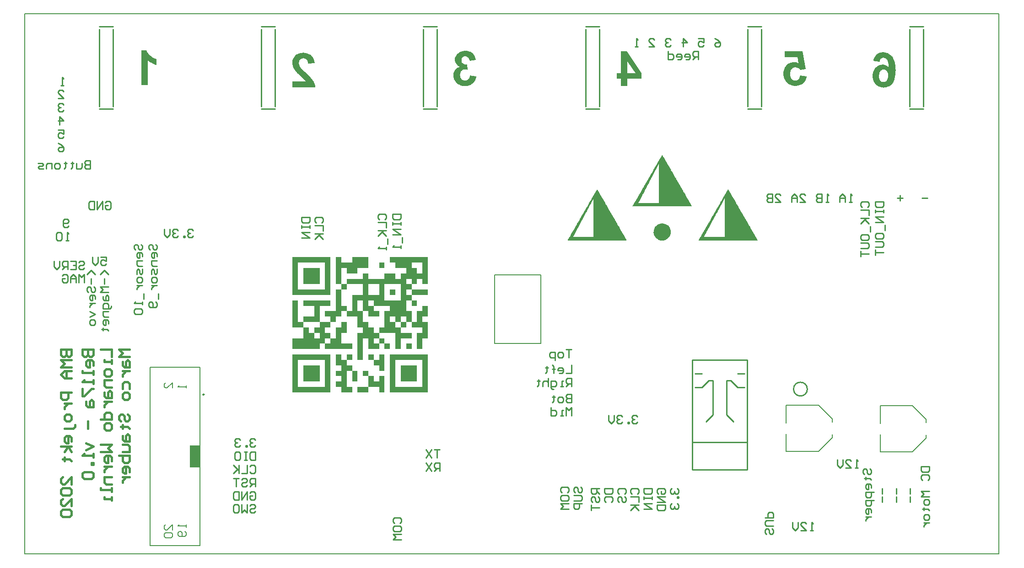
<source format=gbo>
G04*
G04 #@! TF.GenerationSoftware,Altium Limited,Altium NEXUS,2.1.9 (83)*
G04*
G04 Layer_Color=32896*
%FSLAX44Y44*%
%MOMM*%
G71*
G01*
G75*
%ADD10C,0.2500*%
%ADD13C,0.2000*%
%ADD14C,0.2540*%
%ADD103C,0.4000*%
%ADD126C,0.1500*%
%ADD127R,1.9000X4.1000*%
G36*
X1179726Y738365D02*
Y737916D01*
X1180175D01*
Y737468D01*
Y737020D01*
X1180623D01*
Y736571D01*
X1181071D01*
Y736123D01*
Y735674D01*
Y735226D01*
X1181520D01*
Y734778D01*
X1181968D01*
Y734329D01*
X1182417D01*
Y733881D01*
Y733432D01*
Y732984D01*
X1182865D01*
Y732535D01*
X1183314D01*
Y732087D01*
Y731639D01*
X1183762D01*
Y731190D01*
Y730742D01*
X1184210D01*
Y730293D01*
X1184659D01*
Y729845D01*
X1185107D01*
Y729397D01*
X1184659D01*
Y728948D01*
X1185107D01*
Y728500D01*
X1185556D01*
Y728051D01*
X1186004D01*
Y727603D01*
X1185556D01*
Y727154D01*
X1186004D01*
Y726706D01*
X1186452D01*
Y726258D01*
X1186901D01*
Y725809D01*
Y725361D01*
X1187798D01*
Y724912D01*
X1187349D01*
Y724464D01*
X1187798D01*
Y724016D01*
X1188246D01*
Y723567D01*
X1188695D01*
Y723119D01*
X1188246D01*
Y722670D01*
X1188695D01*
Y722222D01*
X1189143D01*
Y721774D01*
X1189591D01*
Y721325D01*
Y720877D01*
X1190040D01*
Y720428D01*
Y719980D01*
X1190488D01*
Y719531D01*
X1190937D01*
Y719083D01*
Y718635D01*
Y718186D01*
X1191385D01*
Y717738D01*
X1191833D01*
Y717289D01*
X1192282D01*
Y716841D01*
X1191833D01*
Y716393D01*
X1192282D01*
Y715944D01*
X1192730D01*
Y715496D01*
X1193179D01*
Y715047D01*
Y714599D01*
X1193627D01*
Y714151D01*
Y713702D01*
X1194075D01*
Y713254D01*
X1194524D01*
Y712805D01*
X1194972D01*
Y712357D01*
X1194524D01*
Y711908D01*
X1194972D01*
Y711460D01*
X1195421D01*
Y711012D01*
X1195869D01*
Y710563D01*
X1195421D01*
Y710115D01*
X1195869D01*
Y709666D01*
X1196318D01*
Y709218D01*
X1196766D01*
Y708770D01*
Y708321D01*
X1197214D01*
Y707873D01*
Y707424D01*
X1197663D01*
Y706976D01*
X1198111D01*
Y706528D01*
Y706079D01*
Y705631D01*
X1198559D01*
Y705182D01*
X1199008D01*
Y704734D01*
X1199456D01*
Y704286D01*
Y703837D01*
X1199905D01*
Y703389D01*
Y702940D01*
X1200353D01*
Y702492D01*
X1200802D01*
Y702044D01*
Y701595D01*
Y701147D01*
X1201250D01*
Y700698D01*
X1201698D01*
Y700250D01*
X1202147D01*
Y699801D01*
Y699353D01*
Y698905D01*
X1202595D01*
Y698456D01*
X1203044D01*
Y698008D01*
Y697559D01*
Y697111D01*
X1203492D01*
Y696663D01*
X1203941D01*
Y696214D01*
X1204389D01*
Y695766D01*
X1204837D01*
Y695317D01*
X1204389D01*
Y694869D01*
X1204837D01*
Y694420D01*
X1205286D01*
Y693972D01*
X1205734D01*
Y693524D01*
X1205286D01*
Y693075D01*
X1205734D01*
Y692627D01*
X1206182D01*
Y692178D01*
X1206631D01*
Y691730D01*
Y691282D01*
X1207079D01*
Y690833D01*
Y690385D01*
X1207528D01*
Y689936D01*
X1207976D01*
Y689488D01*
Y689040D01*
Y688591D01*
X1208425D01*
Y688143D01*
X1208873D01*
Y687694D01*
X1209321D01*
Y687246D01*
Y686797D01*
Y686349D01*
X1209770D01*
Y685901D01*
X1210218D01*
Y685452D01*
X1210667D01*
Y685004D01*
Y684555D01*
Y684107D01*
X1211115D01*
Y683659D01*
X1211563D01*
Y683210D01*
X1212012D01*
Y682762D01*
X1211563D01*
Y682313D01*
X1212012D01*
Y681865D01*
X1212460D01*
Y681416D01*
X1212909D01*
Y680968D01*
Y680520D01*
Y680071D01*
X1213357D01*
Y679623D01*
X1213805D01*
Y679174D01*
Y678726D01*
X1214702D01*
Y678278D01*
X1214254D01*
Y677829D01*
X1214702D01*
Y677381D01*
X1215151D01*
Y676932D01*
X1215599D01*
Y676484D01*
X1215151D01*
Y676036D01*
X1215599D01*
Y675587D01*
X1216048D01*
Y675139D01*
X1216496D01*
Y674690D01*
Y674242D01*
X1216944D01*
Y673793D01*
Y673345D01*
X1217393D01*
Y672897D01*
X1217841D01*
Y672448D01*
Y672000D01*
Y671552D01*
X1218290D01*
Y671103D01*
X1218738D01*
Y670655D01*
X1219186D01*
Y670206D01*
Y669758D01*
Y669309D01*
X1219635D01*
Y668861D01*
X1220083D01*
Y668413D01*
Y667964D01*
X1220532D01*
Y667516D01*
Y667067D01*
X1220980D01*
Y666619D01*
X1221429D01*
Y666171D01*
X1221877D01*
Y665722D01*
X1221429D01*
Y665274D01*
X1221877D01*
Y664825D01*
X1222325D01*
Y664377D01*
X1222774D01*
Y663929D01*
Y663480D01*
Y663032D01*
X1223222D01*
Y662583D01*
X1223671D01*
Y662135D01*
Y661686D01*
X1224119D01*
Y661238D01*
Y660790D01*
X1224567D01*
Y660341D01*
X1225016D01*
Y659893D01*
Y659444D01*
Y658996D01*
X1225464D01*
Y658548D01*
X1225913D01*
Y658099D01*
X1226361D01*
Y657651D01*
Y657202D01*
X1226809D01*
Y656754D01*
Y656305D01*
X1227258D01*
Y655857D01*
X1227706D01*
Y655409D01*
Y654960D01*
Y654512D01*
X1228155D01*
Y654063D01*
X1228603D01*
Y653615D01*
X1229052D01*
Y653167D01*
Y652718D01*
Y652270D01*
X1229500D01*
Y651821D01*
X1229948D01*
Y651373D01*
Y650925D01*
Y650476D01*
X1230397D01*
Y650028D01*
X1230845D01*
Y649579D01*
X1231293D01*
Y649131D01*
X1231742D01*
Y648682D01*
X1231293D01*
Y648234D01*
X1231742D01*
Y647786D01*
X1232190D01*
Y647337D01*
X1232639D01*
Y646889D01*
X1232190D01*
Y646441D01*
X1232639D01*
Y645992D01*
X1233087D01*
Y645544D01*
X1233536D01*
Y645095D01*
Y644647D01*
X1233984D01*
Y644198D01*
Y643750D01*
X1233536D01*
Y643302D01*
X1233087D01*
Y643750D01*
X1232639D01*
Y643302D01*
X1232190D01*
Y643750D01*
X1231742D01*
Y643302D01*
X1230397D01*
Y643750D01*
X1229948D01*
Y643302D01*
X1229500D01*
Y643750D01*
X1229052D01*
Y643302D01*
X1228603D01*
Y643750D01*
X1228155D01*
Y643302D01*
X1226809D01*
Y643750D01*
X1226361D01*
Y643302D01*
X1225913D01*
Y643750D01*
X1225464D01*
Y643302D01*
X1225016D01*
Y643750D01*
X1224567D01*
Y643302D01*
X1223222D01*
Y643750D01*
X1222774D01*
Y643302D01*
X1222325D01*
Y643750D01*
X1221877D01*
Y643302D01*
X1221429D01*
Y643750D01*
X1220980D01*
Y643302D01*
X1219635D01*
Y643750D01*
X1219186D01*
Y643302D01*
X1218738D01*
Y643750D01*
X1218290D01*
Y643302D01*
X1217841D01*
Y643750D01*
X1217393D01*
Y643302D01*
X1216048D01*
Y643750D01*
X1215599D01*
Y643302D01*
X1215151D01*
Y643750D01*
X1214702D01*
Y643302D01*
X1214254D01*
Y643750D01*
X1213805D01*
Y643302D01*
X1212460D01*
Y643750D01*
X1212012D01*
Y643302D01*
X1211563D01*
Y643750D01*
X1211115D01*
Y643302D01*
X1210667D01*
Y643750D01*
X1210218D01*
Y643302D01*
X1208873D01*
Y643750D01*
X1208425D01*
Y643302D01*
X1207976D01*
Y643750D01*
X1207528D01*
Y643302D01*
X1207079D01*
Y643750D01*
X1206631D01*
Y643302D01*
X1205286D01*
Y643750D01*
X1204837D01*
Y643302D01*
X1204389D01*
Y643750D01*
X1203941D01*
Y643302D01*
X1203492D01*
Y643750D01*
X1203044D01*
Y643302D01*
X1201698D01*
Y643750D01*
X1201250D01*
Y643302D01*
X1200802D01*
Y643750D01*
X1200353D01*
Y643302D01*
X1199905D01*
Y643750D01*
X1199456D01*
Y643302D01*
X1198111D01*
Y643750D01*
X1197663D01*
Y643302D01*
X1197214D01*
Y643750D01*
X1196766D01*
Y643302D01*
X1196318D01*
Y643750D01*
X1195869D01*
Y643302D01*
X1194524D01*
Y643750D01*
X1194075D01*
Y643302D01*
X1193627D01*
Y643750D01*
X1193179D01*
Y643302D01*
X1192730D01*
Y643750D01*
X1192282D01*
Y643302D01*
X1190937D01*
Y643750D01*
X1190488D01*
Y643302D01*
X1190040D01*
Y643750D01*
X1189591D01*
Y643302D01*
X1189143D01*
Y643750D01*
X1188695D01*
Y643302D01*
X1187349D01*
Y643750D01*
X1186901D01*
Y643302D01*
X1186452D01*
Y643750D01*
X1186004D01*
Y643302D01*
X1185556D01*
Y643750D01*
X1185107D01*
Y643302D01*
X1183762D01*
Y643750D01*
X1183314D01*
Y643302D01*
X1182865D01*
Y643750D01*
X1182417D01*
Y643302D01*
X1181968D01*
Y643750D01*
X1181520D01*
Y643302D01*
X1180175D01*
Y643750D01*
X1179726D01*
Y643302D01*
X1179278D01*
Y643750D01*
X1178829D01*
Y643302D01*
X1178381D01*
Y643750D01*
X1177933D01*
Y643302D01*
X1176587D01*
Y643750D01*
X1176139D01*
Y643302D01*
X1175691D01*
Y643750D01*
X1175242D01*
Y643302D01*
X1174794D01*
Y643750D01*
X1174345D01*
Y643302D01*
X1173000D01*
Y643750D01*
X1172552D01*
Y643302D01*
X1172103D01*
Y643750D01*
X1171655D01*
Y643302D01*
X1171206D01*
Y643750D01*
X1170758D01*
Y643302D01*
X1169413D01*
Y643750D01*
X1168964D01*
Y643302D01*
X1168516D01*
Y643750D01*
X1168067D01*
Y643302D01*
X1167619D01*
Y643750D01*
X1167171D01*
Y643302D01*
X1165826D01*
Y643750D01*
X1165377D01*
Y643302D01*
X1164929D01*
Y643750D01*
X1164480D01*
Y643302D01*
X1164032D01*
Y643750D01*
X1163583D01*
Y643302D01*
X1162238D01*
Y643750D01*
X1161790D01*
Y643302D01*
X1161341D01*
Y643750D01*
X1160893D01*
Y643302D01*
X1160445D01*
Y643750D01*
X1159996D01*
Y643302D01*
X1158651D01*
Y643750D01*
X1158203D01*
Y643302D01*
X1157754D01*
Y643750D01*
X1157306D01*
Y643302D01*
X1156857D01*
Y643750D01*
X1156409D01*
Y643302D01*
X1155064D01*
Y643750D01*
X1154615D01*
Y643302D01*
X1154167D01*
Y643750D01*
X1153718D01*
Y643302D01*
X1153270D01*
Y643750D01*
X1152822D01*
Y643302D01*
X1151476D01*
Y643750D01*
X1151028D01*
Y643302D01*
X1150580D01*
Y643750D01*
X1150131D01*
Y643302D01*
X1149683D01*
Y643750D01*
X1149234D01*
Y643302D01*
X1147889D01*
Y643750D01*
X1147441D01*
Y643302D01*
X1146992D01*
Y643750D01*
X1146544D01*
Y643302D01*
X1146095D01*
Y643750D01*
X1145647D01*
Y643302D01*
X1144302D01*
Y643750D01*
X1143853D01*
Y643302D01*
X1143405D01*
Y643750D01*
X1142956D01*
Y643302D01*
X1142508D01*
Y643750D01*
X1142060D01*
Y643302D01*
X1140714D01*
Y643750D01*
X1140266D01*
Y643302D01*
X1139818D01*
Y643750D01*
X1139369D01*
Y643302D01*
X1138921D01*
Y643750D01*
X1138472D01*
Y643302D01*
X1137127D01*
Y643750D01*
X1136679D01*
Y643302D01*
X1136230D01*
Y643750D01*
X1135782D01*
Y643302D01*
X1135333D01*
Y643750D01*
X1134885D01*
Y643302D01*
X1133540D01*
Y643750D01*
X1133092D01*
Y643302D01*
X1132643D01*
Y643750D01*
X1132195D01*
Y643302D01*
X1131746D01*
Y643750D01*
X1131298D01*
Y643302D01*
X1129953D01*
Y643750D01*
X1129504D01*
Y643302D01*
X1129056D01*
Y643750D01*
X1128607D01*
Y643302D01*
X1128159D01*
Y643750D01*
X1127710D01*
Y643302D01*
X1126365D01*
Y643750D01*
X1125917D01*
Y643302D01*
X1125469D01*
Y643750D01*
X1125020D01*
Y643302D01*
X1124572D01*
Y643750D01*
X1124123D01*
Y644198D01*
X1124572D01*
Y644647D01*
X1125020D01*
Y645095D01*
Y645544D01*
X1125469D01*
Y645992D01*
Y646441D01*
X1125917D01*
Y646889D01*
X1126365D01*
Y647337D01*
X1126814D01*
Y647786D01*
X1126365D01*
Y648234D01*
X1126814D01*
Y648682D01*
X1127262D01*
Y649131D01*
X1127710D01*
Y649579D01*
Y650028D01*
X1128159D01*
Y650476D01*
Y650925D01*
X1128607D01*
Y651373D01*
X1129056D01*
Y651821D01*
Y652270D01*
Y652718D01*
X1129504D01*
Y653167D01*
X1129953D01*
Y653615D01*
X1130401D01*
Y654063D01*
Y654512D01*
Y654960D01*
X1130849D01*
Y655409D01*
X1131298D01*
Y655857D01*
Y656305D01*
X1131746D01*
Y656754D01*
Y657202D01*
X1132195D01*
Y657651D01*
X1132643D01*
Y658099D01*
X1133092D01*
Y658548D01*
X1132643D01*
Y658996D01*
X1133092D01*
Y659444D01*
X1133540D01*
Y659893D01*
X1133988D01*
Y660341D01*
X1133540D01*
Y660790D01*
X1133988D01*
Y661238D01*
X1134437D01*
Y661686D01*
X1134885D01*
Y662135D01*
Y662583D01*
X1135333D01*
Y663032D01*
Y663480D01*
X1135782D01*
Y663929D01*
X1136230D01*
Y664377D01*
X1136679D01*
Y664825D01*
X1136230D01*
Y665274D01*
X1136679D01*
Y665722D01*
X1137127D01*
Y666171D01*
X1137576D01*
Y666619D01*
Y667067D01*
X1138024D01*
Y667516D01*
Y667964D01*
X1138472D01*
Y668413D01*
X1138921D01*
Y668861D01*
Y669309D01*
Y669758D01*
X1139369D01*
Y670206D01*
X1139818D01*
Y670655D01*
X1140266D01*
Y671103D01*
X1139818D01*
Y671552D01*
X1140266D01*
Y672000D01*
X1140714D01*
Y672448D01*
X1141163D01*
Y672897D01*
Y673345D01*
X1141611D01*
Y673793D01*
Y674242D01*
X1142060D01*
Y674690D01*
X1142508D01*
Y675139D01*
X1142956D01*
Y675587D01*
X1142508D01*
Y676036D01*
X1142956D01*
Y676484D01*
X1143405D01*
Y676932D01*
X1143853D01*
Y677381D01*
X1143405D01*
Y677829D01*
X1143853D01*
Y678278D01*
X1144302D01*
Y678726D01*
X1144750D01*
Y679174D01*
Y679623D01*
X1145199D01*
Y680071D01*
Y680520D01*
X1145647D01*
Y680968D01*
X1146095D01*
Y681416D01*
Y681865D01*
Y682313D01*
X1146544D01*
Y682762D01*
X1146992D01*
Y683210D01*
X1147441D01*
Y683659D01*
Y684107D01*
X1147889D01*
Y684555D01*
Y685004D01*
X1148337D01*
Y685452D01*
Y685901D01*
X1148786D01*
Y686349D01*
Y686797D01*
X1149234D01*
Y687246D01*
X1149683D01*
Y687694D01*
X1150131D01*
Y688143D01*
X1149683D01*
Y688591D01*
X1150131D01*
Y689040D01*
X1150580D01*
Y689488D01*
X1151028D01*
Y689936D01*
Y690385D01*
Y690833D01*
X1151476D01*
Y691282D01*
X1151925D01*
Y691730D01*
X1152373D01*
Y692178D01*
Y692627D01*
Y693075D01*
X1152822D01*
Y693524D01*
X1153270D01*
Y693972D01*
X1153718D01*
Y694420D01*
X1153270D01*
Y694869D01*
X1153718D01*
Y695317D01*
X1154167D01*
Y695766D01*
X1154615D01*
Y696214D01*
Y696663D01*
X1155064D01*
Y697111D01*
Y697559D01*
X1155512D01*
Y698008D01*
X1155960D01*
Y698456D01*
Y698905D01*
Y699353D01*
X1156409D01*
Y699801D01*
X1156857D01*
Y700250D01*
X1157306D01*
Y700698D01*
Y701147D01*
Y701595D01*
X1157754D01*
Y702044D01*
X1158203D01*
Y702492D01*
Y702940D01*
X1158651D01*
Y703389D01*
Y703837D01*
X1159099D01*
Y704286D01*
X1159548D01*
Y704734D01*
X1159996D01*
Y705182D01*
X1159548D01*
Y705631D01*
X1159996D01*
Y706079D01*
X1160445D01*
Y706528D01*
X1160893D01*
Y706976D01*
X1160445D01*
Y707424D01*
X1160893D01*
Y707873D01*
X1161341D01*
Y708321D01*
X1161790D01*
Y708770D01*
Y709218D01*
X1162238D01*
Y709666D01*
Y710115D01*
X1162687D01*
Y710563D01*
X1163135D01*
Y711012D01*
X1163583D01*
Y711460D01*
X1163135D01*
Y711908D01*
X1163583D01*
Y712357D01*
X1164032D01*
Y712805D01*
X1164480D01*
Y713254D01*
Y713702D01*
X1164929D01*
Y714151D01*
Y714599D01*
X1165377D01*
Y715047D01*
X1165826D01*
Y715496D01*
Y715944D01*
Y716393D01*
X1166274D01*
Y716841D01*
X1166722D01*
Y717289D01*
X1167171D01*
Y717738D01*
Y718186D01*
Y718635D01*
X1167619D01*
Y719083D01*
X1168067D01*
Y719531D01*
Y719980D01*
X1168516D01*
Y720428D01*
Y720877D01*
X1168964D01*
Y721325D01*
Y721774D01*
X1169861D01*
Y722222D01*
X1169413D01*
Y722670D01*
X1169861D01*
Y723119D01*
X1170310D01*
Y723567D01*
X1170758D01*
Y724016D01*
Y724464D01*
Y724912D01*
X1171206D01*
Y725361D01*
X1171655D01*
Y725809D01*
Y726258D01*
X1172103D01*
Y726706D01*
Y727154D01*
X1172552D01*
Y727603D01*
X1173000D01*
Y728051D01*
Y728500D01*
Y728948D01*
X1173448D01*
Y729397D01*
X1173897D01*
Y729845D01*
X1174345D01*
Y730293D01*
Y730742D01*
X1174794D01*
Y731190D01*
Y731639D01*
X1175242D01*
Y732087D01*
Y732535D01*
X1175691D01*
Y732984D01*
Y733432D01*
X1176139D01*
Y733881D01*
X1176587D01*
Y734329D01*
X1177036D01*
Y734778D01*
Y735226D01*
Y735674D01*
X1177484D01*
Y736123D01*
X1177933D01*
Y736571D01*
Y737020D01*
Y737468D01*
X1178381D01*
Y737916D01*
X1178829D01*
Y738365D01*
Y738813D01*
X1179726D01*
Y738365D01*
D02*
G37*
G36*
X1181968Y611464D02*
X1183314D01*
Y611016D01*
X1183762D01*
Y611464D01*
X1184210D01*
Y611016D01*
X1184659D01*
Y610568D01*
X1186004D01*
Y610119D01*
X1187349D01*
Y609671D01*
X1187798D01*
Y609222D01*
X1188246D01*
Y608774D01*
X1189591D01*
Y608326D01*
Y607877D01*
X1190488D01*
Y607429D01*
Y606980D01*
X1191385D01*
Y606532D01*
Y606083D01*
X1191833D01*
Y605635D01*
Y605187D01*
X1192282D01*
Y604738D01*
X1192730D01*
Y604290D01*
X1193179D01*
Y603841D01*
Y603393D01*
X1193627D01*
Y602944D01*
Y602496D01*
X1194075D01*
Y602048D01*
Y601599D01*
Y601151D01*
X1194524D01*
Y600703D01*
Y600254D01*
Y599806D01*
X1194972D01*
Y599357D01*
Y598909D01*
Y598460D01*
Y598012D01*
Y597564D01*
Y597115D01*
Y596667D01*
X1195421D01*
Y596218D01*
X1194972D01*
Y595770D01*
X1195421D01*
Y595322D01*
X1194972D01*
Y594873D01*
X1195421D01*
Y594425D01*
X1194972D01*
Y593976D01*
Y593528D01*
Y593079D01*
X1194524D01*
Y592631D01*
X1194972D01*
Y592183D01*
X1194524D01*
Y591734D01*
Y591286D01*
Y590838D01*
X1194075D01*
Y590389D01*
Y589941D01*
Y589492D01*
X1193627D01*
Y589044D01*
X1193179D01*
Y588595D01*
Y588147D01*
Y587699D01*
X1192730D01*
Y587250D01*
X1192282D01*
Y586802D01*
X1191833D01*
Y586353D01*
Y585905D01*
X1190937D01*
Y585457D01*
X1191385D01*
Y585008D01*
X1190040D01*
Y584560D01*
X1190488D01*
Y584111D01*
X1189143D01*
Y583663D01*
X1188695D01*
Y583214D01*
X1188246D01*
Y582766D01*
X1187798D01*
Y582318D01*
X1186452D01*
Y581869D01*
X1186004D01*
Y581421D01*
X1184659D01*
Y580972D01*
X1183314D01*
Y580524D01*
X1181071D01*
Y580076D01*
X1180623D01*
Y580524D01*
X1180175D01*
Y580076D01*
X1179726D01*
Y580524D01*
X1179278D01*
Y580076D01*
X1178829D01*
Y580524D01*
X1178381D01*
Y580076D01*
X1177933D01*
Y580524D01*
X1177484D01*
Y580076D01*
X1177036D01*
Y580524D01*
X1174794D01*
Y580972D01*
X1174345D01*
Y581421D01*
X1173897D01*
Y580972D01*
X1173448D01*
Y581421D01*
X1172103D01*
Y581869D01*
X1171655D01*
Y582318D01*
X1171206D01*
Y582766D01*
X1170758D01*
Y583214D01*
X1169413D01*
Y583663D01*
X1168964D01*
Y584111D01*
X1168516D01*
Y584560D01*
X1168067D01*
Y585008D01*
X1167619D01*
Y585457D01*
X1167171D01*
Y585905D01*
X1166722D01*
Y586353D01*
X1166274D01*
Y586802D01*
X1165826D01*
Y587250D01*
X1166274D01*
Y587699D01*
X1165826D01*
Y588147D01*
X1165377D01*
Y588595D01*
X1164929D01*
Y589044D01*
Y589492D01*
Y589941D01*
X1164480D01*
Y590389D01*
X1164032D01*
Y590838D01*
X1164480D01*
Y591286D01*
X1164032D01*
Y591734D01*
Y592183D01*
Y592631D01*
X1163583D01*
Y593079D01*
Y593528D01*
Y593976D01*
X1163135D01*
Y594425D01*
X1163583D01*
Y594873D01*
X1163135D01*
Y595322D01*
X1163583D01*
Y595770D01*
X1163135D01*
Y596218D01*
X1163583D01*
Y596667D01*
X1163135D01*
Y597115D01*
X1163583D01*
Y597564D01*
X1163135D01*
Y598012D01*
X1163583D01*
Y598460D01*
Y598909D01*
Y599357D01*
Y599806D01*
X1164032D01*
Y600254D01*
Y600703D01*
X1164480D01*
Y601151D01*
X1164032D01*
Y601599D01*
X1164480D01*
Y602048D01*
Y602496D01*
X1164929D01*
Y602944D01*
Y603393D01*
X1165377D01*
Y603841D01*
X1165826D01*
Y604290D01*
Y604738D01*
Y605187D01*
X1166274D01*
Y605635D01*
X1166722D01*
Y606083D01*
X1167171D01*
Y606532D01*
X1167619D01*
Y606980D01*
X1168067D01*
Y607429D01*
X1168516D01*
Y607877D01*
X1168964D01*
Y608326D01*
X1169413D01*
Y608774D01*
X1169861D01*
Y609222D01*
X1170310D01*
Y609671D01*
X1171655D01*
Y610119D01*
X1172103D01*
Y610568D01*
X1173448D01*
Y611016D01*
X1174794D01*
Y611464D01*
X1176139D01*
Y611913D01*
X1176587D01*
Y611464D01*
X1177036D01*
Y611913D01*
X1177484D01*
Y611464D01*
X1177933D01*
Y611913D01*
X1180175D01*
Y611464D01*
X1180623D01*
Y611913D01*
X1181071D01*
Y611464D01*
X1181520D01*
Y611913D01*
X1181968D01*
Y611464D01*
D02*
G37*
G36*
X1301694Y674690D02*
Y674242D01*
X1302142D01*
Y673793D01*
Y673345D01*
X1302591D01*
Y672897D01*
X1303039D01*
Y672448D01*
X1303488D01*
Y672000D01*
X1303039D01*
Y671552D01*
X1303488D01*
Y671103D01*
X1303936D01*
Y670655D01*
X1304385D01*
Y670206D01*
X1303936D01*
Y669758D01*
X1304385D01*
Y669309D01*
X1304833D01*
Y668861D01*
X1305281D01*
Y668413D01*
Y667964D01*
X1306178D01*
Y667516D01*
X1305730D01*
Y667067D01*
X1306178D01*
Y666619D01*
X1306627D01*
Y666171D01*
Y665722D01*
Y665274D01*
X1307075D01*
Y664825D01*
X1307523D01*
Y664377D01*
X1307972D01*
Y663929D01*
Y663480D01*
X1308420D01*
Y663032D01*
Y662583D01*
X1308869D01*
Y662135D01*
Y661686D01*
X1309317D01*
Y661238D01*
Y660790D01*
X1309765D01*
Y660341D01*
X1310214D01*
Y659893D01*
X1310662D01*
Y659444D01*
X1310214D01*
Y658996D01*
X1310662D01*
Y658548D01*
X1311111D01*
Y658099D01*
X1311559D01*
Y657651D01*
Y657202D01*
X1312008D01*
Y656754D01*
Y656305D01*
X1312456D01*
Y655857D01*
Y655409D01*
X1313353D01*
Y654960D01*
X1312904D01*
Y654512D01*
X1313353D01*
Y654063D01*
X1313801D01*
Y653615D01*
X1314250D01*
Y653167D01*
X1313801D01*
Y652718D01*
X1314250D01*
Y652270D01*
X1314698D01*
Y651821D01*
X1315146D01*
Y651373D01*
Y650925D01*
X1315595D01*
Y650476D01*
Y650028D01*
X1316043D01*
Y649579D01*
X1316492D01*
Y649131D01*
Y648682D01*
Y648234D01*
X1316940D01*
Y647786D01*
X1317388D01*
Y647337D01*
X1317837D01*
Y646889D01*
Y646441D01*
Y645992D01*
X1318285D01*
Y645544D01*
X1318734D01*
Y645095D01*
Y644647D01*
X1319182D01*
Y644198D01*
Y643750D01*
X1319631D01*
Y643302D01*
X1320079D01*
Y642853D01*
X1320527D01*
Y642405D01*
X1320079D01*
Y641956D01*
X1320527D01*
Y641508D01*
X1320976D01*
Y641059D01*
X1321424D01*
Y640611D01*
Y640163D01*
Y639714D01*
X1321873D01*
Y639266D01*
X1322321D01*
Y638817D01*
Y638369D01*
X1322769D01*
Y637921D01*
Y637472D01*
X1323218D01*
Y637024D01*
X1323666D01*
Y636575D01*
Y636127D01*
Y635679D01*
X1324115D01*
Y635230D01*
X1324563D01*
Y634782D01*
X1325011D01*
Y634333D01*
Y633885D01*
X1325460D01*
Y633437D01*
Y632988D01*
X1325908D01*
Y632540D01*
X1326357D01*
Y632091D01*
Y631643D01*
Y631194D01*
X1326805D01*
Y630746D01*
X1327254D01*
Y630298D01*
X1327702D01*
Y629849D01*
Y629401D01*
Y628952D01*
X1328150D01*
Y628504D01*
X1328599D01*
Y628056D01*
Y627607D01*
X1329047D01*
Y627159D01*
Y626710D01*
X1329496D01*
Y626262D01*
X1329944D01*
Y625813D01*
Y625365D01*
Y624917D01*
X1330392D01*
Y624468D01*
X1330841D01*
Y624020D01*
X1331289D01*
Y623572D01*
X1330841D01*
Y623123D01*
X1331289D01*
Y622675D01*
X1331738D01*
Y622226D01*
X1332186D01*
Y621778D01*
Y621329D01*
X1332634D01*
Y620881D01*
Y620433D01*
X1333083D01*
Y619984D01*
X1333531D01*
Y619536D01*
X1333980D01*
Y619087D01*
X1333531D01*
Y618639D01*
X1333980D01*
Y618190D01*
X1334428D01*
Y617742D01*
X1334877D01*
Y617294D01*
Y616845D01*
X1335325D01*
Y616397D01*
Y615948D01*
X1335773D01*
Y615500D01*
X1336222D01*
Y615052D01*
Y614603D01*
Y614155D01*
X1336670D01*
Y613706D01*
X1337119D01*
Y613258D01*
X1337567D01*
Y612810D01*
X1337119D01*
Y612361D01*
X1337567D01*
Y611913D01*
X1338015D01*
Y611464D01*
X1338464D01*
Y611016D01*
X1338015D01*
Y610568D01*
X1338912D01*
Y610119D01*
Y609671D01*
X1339361D01*
Y609222D01*
Y608774D01*
X1340258D01*
Y608326D01*
X1339809D01*
Y607877D01*
X1340258D01*
Y607429D01*
X1340706D01*
Y606980D01*
X1341154D01*
Y606532D01*
X1340706D01*
Y606083D01*
X1341154D01*
Y605635D01*
X1341603D01*
Y605187D01*
X1342051D01*
Y604738D01*
Y604290D01*
X1342500D01*
Y603841D01*
Y603393D01*
X1342948D01*
Y602944D01*
X1343396D01*
Y602496D01*
Y602048D01*
Y601599D01*
X1343845D01*
Y601151D01*
X1344293D01*
Y600703D01*
X1344742D01*
Y600254D01*
Y599806D01*
X1345190D01*
Y599357D01*
Y598909D01*
X1345638D01*
Y598460D01*
Y598012D01*
X1346087D01*
Y597564D01*
Y597115D01*
X1346535D01*
Y596667D01*
X1346984D01*
Y596218D01*
X1347432D01*
Y595770D01*
X1346984D01*
Y595322D01*
X1347432D01*
Y594873D01*
X1347881D01*
Y594425D01*
X1348329D01*
Y593976D01*
Y593528D01*
Y593079D01*
X1348777D01*
Y592631D01*
X1349226D01*
Y592183D01*
Y591734D01*
X1349674D01*
Y591286D01*
Y590838D01*
X1350123D01*
Y590389D01*
X1350571D01*
Y589941D01*
X1351019D01*
Y589492D01*
X1350571D01*
Y589044D01*
X1351019D01*
Y588595D01*
X1351468D01*
Y588147D01*
X1351916D01*
Y587699D01*
Y587250D01*
X1352365D01*
Y586802D01*
Y586353D01*
X1352813D01*
Y585905D01*
X1353261D01*
Y585457D01*
Y585008D01*
Y584560D01*
X1353710D01*
Y584111D01*
X1354158D01*
Y583663D01*
X1354607D01*
Y583214D01*
Y582766D01*
Y582318D01*
X1355055D01*
Y581869D01*
X1355504D01*
Y581421D01*
Y580972D01*
X1355952D01*
Y580524D01*
Y580076D01*
X1355504D01*
Y580524D01*
X1355055D01*
Y580076D01*
X1354607D01*
Y580524D01*
X1354158D01*
Y580076D01*
X1353710D01*
Y580524D01*
X1353261D01*
Y580076D01*
X1352813D01*
Y580524D01*
X1352365D01*
Y580076D01*
X1351916D01*
Y580524D01*
X1351468D01*
Y580076D01*
X1351019D01*
Y580524D01*
X1350571D01*
Y580076D01*
X1350123D01*
Y580524D01*
X1349674D01*
Y580076D01*
X1349226D01*
Y580524D01*
X1348777D01*
Y580076D01*
X1348329D01*
Y580524D01*
X1347881D01*
Y580076D01*
X1347432D01*
Y580524D01*
X1346984D01*
Y580076D01*
X1346535D01*
Y580524D01*
X1346087D01*
Y580076D01*
X1345638D01*
Y580524D01*
X1345190D01*
Y580076D01*
X1344742D01*
Y580524D01*
X1344293D01*
Y580076D01*
X1343845D01*
Y580524D01*
X1343396D01*
Y580076D01*
X1342948D01*
Y580524D01*
X1342500D01*
Y580076D01*
X1342051D01*
Y580524D01*
X1341603D01*
Y580076D01*
X1341154D01*
Y580524D01*
X1340706D01*
Y580076D01*
X1340258D01*
Y580524D01*
X1339809D01*
Y580076D01*
X1339361D01*
Y580524D01*
X1338912D01*
Y580076D01*
X1338464D01*
Y580524D01*
X1338015D01*
Y580076D01*
X1337567D01*
Y580524D01*
X1337119D01*
Y580076D01*
X1336670D01*
Y580524D01*
X1336222D01*
Y580076D01*
X1335773D01*
Y580524D01*
X1335325D01*
Y580076D01*
X1334877D01*
Y580524D01*
X1334428D01*
Y580076D01*
X1333980D01*
Y580524D01*
X1333531D01*
Y580076D01*
X1333083D01*
Y580524D01*
X1332634D01*
Y580076D01*
X1332186D01*
Y580524D01*
X1331738D01*
Y580076D01*
X1331289D01*
Y580524D01*
X1330841D01*
Y580076D01*
X1330392D01*
Y580524D01*
X1329944D01*
Y580076D01*
X1329496D01*
Y580524D01*
X1329047D01*
Y580076D01*
X1328599D01*
Y580524D01*
X1328150D01*
Y580076D01*
X1327702D01*
Y580524D01*
X1327254D01*
Y580076D01*
X1326805D01*
Y580524D01*
X1326357D01*
Y580076D01*
X1325908D01*
Y580524D01*
X1325460D01*
Y580076D01*
X1325011D01*
Y580524D01*
X1324563D01*
Y580076D01*
X1324115D01*
Y580524D01*
X1323666D01*
Y580076D01*
X1323218D01*
Y580524D01*
X1322769D01*
Y580076D01*
X1322321D01*
Y580524D01*
X1321873D01*
Y580076D01*
X1321424D01*
Y580524D01*
X1320976D01*
Y580076D01*
X1320527D01*
Y580524D01*
X1320079D01*
Y580076D01*
X1319631D01*
Y580524D01*
X1319182D01*
Y580076D01*
X1318734D01*
Y580524D01*
X1318285D01*
Y580076D01*
X1317837D01*
Y580524D01*
X1317388D01*
Y580076D01*
X1316940D01*
Y580524D01*
X1316492D01*
Y580076D01*
X1316043D01*
Y580524D01*
X1315595D01*
Y580076D01*
X1315146D01*
Y580524D01*
X1314698D01*
Y580076D01*
X1314250D01*
Y580524D01*
X1313801D01*
Y580076D01*
X1313353D01*
Y580524D01*
X1312904D01*
Y580076D01*
X1312456D01*
Y580524D01*
X1312008D01*
Y580076D01*
X1311559D01*
Y580524D01*
X1311111D01*
Y580076D01*
X1310662D01*
Y580524D01*
X1310214D01*
Y580076D01*
X1309765D01*
Y580524D01*
X1309317D01*
Y580076D01*
X1308869D01*
Y580524D01*
X1308420D01*
Y580076D01*
X1307972D01*
Y580524D01*
X1307523D01*
Y580076D01*
X1307075D01*
Y580524D01*
X1306627D01*
Y580076D01*
X1306178D01*
Y580524D01*
X1305730D01*
Y580076D01*
X1305281D01*
Y580524D01*
X1304833D01*
Y580076D01*
X1304385D01*
Y580524D01*
X1303936D01*
Y580076D01*
X1303488D01*
Y580524D01*
X1303039D01*
Y580076D01*
X1302591D01*
Y580524D01*
X1302142D01*
Y580076D01*
X1301694D01*
Y580524D01*
X1301246D01*
Y580076D01*
X1300797D01*
Y580524D01*
X1300349D01*
Y580076D01*
X1299901D01*
Y580524D01*
X1299452D01*
Y580076D01*
X1299004D01*
Y580524D01*
X1298555D01*
Y580076D01*
X1298107D01*
Y580524D01*
X1297658D01*
Y580076D01*
X1297210D01*
Y580524D01*
X1296762D01*
Y580076D01*
X1296313D01*
Y580524D01*
X1295865D01*
Y580076D01*
X1295416D01*
Y580524D01*
X1294968D01*
Y580076D01*
X1294520D01*
Y580524D01*
X1294071D01*
Y580076D01*
X1293623D01*
Y580524D01*
X1293174D01*
Y580076D01*
X1292726D01*
Y580524D01*
X1292278D01*
Y580076D01*
X1291829D01*
Y580524D01*
X1291381D01*
Y580076D01*
X1290932D01*
Y580524D01*
X1290484D01*
Y580076D01*
X1290035D01*
Y580524D01*
X1289587D01*
Y580076D01*
X1289139D01*
Y580524D01*
X1288690D01*
Y580076D01*
X1288242D01*
Y580524D01*
X1287793D01*
Y580076D01*
X1287345D01*
Y580524D01*
X1286897D01*
Y580076D01*
X1286448D01*
Y580524D01*
X1286000D01*
Y580076D01*
X1285551D01*
Y580524D01*
X1285103D01*
Y580076D01*
X1284655D01*
Y580524D01*
X1284206D01*
Y580076D01*
X1283758D01*
Y580524D01*
X1283309D01*
Y580076D01*
X1282861D01*
Y580524D01*
X1282412D01*
Y580076D01*
X1281964D01*
Y580524D01*
X1281516D01*
Y580076D01*
X1281067D01*
Y580524D01*
X1280619D01*
Y580076D01*
X1280170D01*
Y580524D01*
X1279722D01*
Y580076D01*
X1279274D01*
Y580524D01*
X1278825D01*
Y580076D01*
X1278377D01*
Y580524D01*
X1277928D01*
Y580076D01*
X1277480D01*
Y580524D01*
X1277031D01*
Y580076D01*
X1276583D01*
Y580524D01*
X1276135D01*
Y580076D01*
X1275686D01*
Y580524D01*
X1275238D01*
Y580076D01*
X1274789D01*
Y580524D01*
X1274341D01*
Y580076D01*
X1273893D01*
Y580524D01*
X1273444D01*
Y580076D01*
X1272996D01*
Y580524D01*
X1272547D01*
Y580076D01*
X1272099D01*
Y580524D01*
X1271651D01*
Y580076D01*
X1271202D01*
Y580524D01*
X1270754D01*
Y580076D01*
X1270305D01*
Y580524D01*
X1269857D01*
Y580076D01*
X1269408D01*
Y580524D01*
X1268960D01*
Y580076D01*
X1268512D01*
Y580524D01*
X1268063D01*
Y580076D01*
X1267615D01*
Y580524D01*
X1267167D01*
Y580076D01*
X1266718D01*
Y580524D01*
X1266270D01*
Y580076D01*
X1265821D01*
Y580524D01*
X1265373D01*
Y580076D01*
X1264924D01*
Y580524D01*
X1264476D01*
Y580076D01*
X1264028D01*
Y580524D01*
X1263579D01*
Y580076D01*
X1263131D01*
Y580524D01*
X1262682D01*
Y580076D01*
X1262234D01*
Y580524D01*
X1261786D01*
Y580076D01*
X1261337D01*
Y580524D01*
X1260889D01*
Y580076D01*
X1260440D01*
Y580524D01*
X1259992D01*
Y580076D01*
X1259544D01*
Y580524D01*
X1259095D01*
Y580076D01*
X1258647D01*
Y580524D01*
X1258198D01*
Y580076D01*
X1257750D01*
Y580524D01*
X1257301D01*
Y580076D01*
X1256853D01*
Y580524D01*
X1256405D01*
Y580076D01*
X1255956D01*
Y580524D01*
X1255508D01*
Y580076D01*
X1255059D01*
Y580524D01*
X1254611D01*
Y580076D01*
X1254163D01*
Y580524D01*
X1253714D01*
Y580076D01*
X1253266D01*
Y580524D01*
X1252817D01*
Y580076D01*
X1252369D01*
Y580524D01*
X1251920D01*
Y580076D01*
X1251472D01*
Y580524D01*
X1251024D01*
Y580076D01*
X1250575D01*
Y580524D01*
X1250127D01*
Y580076D01*
X1249678D01*
Y580524D01*
X1249230D01*
Y580076D01*
X1248782D01*
Y580524D01*
X1248333D01*
Y580076D01*
X1247885D01*
Y580524D01*
X1247436D01*
Y580076D01*
X1246988D01*
Y580524D01*
X1246540D01*
Y580972D01*
X1246988D01*
Y581421D01*
Y581869D01*
X1247436D01*
Y582318D01*
Y582766D01*
X1247885D01*
Y583214D01*
X1248333D01*
Y583663D01*
X1248782D01*
Y584111D01*
Y584560D01*
Y585008D01*
X1249230D01*
Y585457D01*
X1249678D01*
Y585905D01*
Y586353D01*
Y586802D01*
X1250127D01*
Y587250D01*
X1250575D01*
Y587699D01*
Y588147D01*
X1251024D01*
Y588595D01*
Y589044D01*
X1251472D01*
Y589492D01*
X1251920D01*
Y589941D01*
X1252369D01*
Y590389D01*
X1251920D01*
Y590838D01*
X1252369D01*
Y591286D01*
X1252817D01*
Y591734D01*
X1253266D01*
Y592183D01*
Y592631D01*
X1253714D01*
Y593079D01*
Y593528D01*
X1254163D01*
Y593976D01*
X1254611D01*
Y594425D01*
Y594873D01*
Y595322D01*
X1255059D01*
Y595770D01*
X1255508D01*
Y596218D01*
X1255956D01*
Y596667D01*
Y597115D01*
Y597564D01*
X1256405D01*
Y598012D01*
X1256853D01*
Y598460D01*
X1257301D01*
Y598909D01*
Y599357D01*
Y599806D01*
X1257750D01*
Y600254D01*
X1258198D01*
Y600703D01*
X1258647D01*
Y601151D01*
X1258198D01*
Y601599D01*
X1258647D01*
Y602048D01*
X1259095D01*
Y602496D01*
X1259544D01*
Y602944D01*
X1259095D01*
Y603393D01*
X1259544D01*
Y603841D01*
X1259992D01*
Y604290D01*
X1260440D01*
Y604738D01*
Y605187D01*
X1261337D01*
Y605635D01*
X1260889D01*
Y606083D01*
X1261337D01*
Y606532D01*
X1261786D01*
Y606980D01*
X1262234D01*
Y607429D01*
X1261786D01*
Y607877D01*
X1262234D01*
Y608326D01*
X1262682D01*
Y608774D01*
X1263131D01*
Y609222D01*
Y609671D01*
X1263579D01*
Y610119D01*
Y610568D01*
X1264028D01*
Y611016D01*
X1264476D01*
Y611464D01*
Y611913D01*
Y612361D01*
X1264924D01*
Y612810D01*
X1265373D01*
Y613258D01*
X1265821D01*
Y613706D01*
Y614155D01*
Y614603D01*
X1266270D01*
Y615052D01*
X1266718D01*
Y615500D01*
Y615948D01*
X1267167D01*
Y616397D01*
Y616845D01*
X1267615D01*
Y617294D01*
X1268063D01*
Y617742D01*
X1268512D01*
Y618190D01*
X1268063D01*
Y618639D01*
X1268512D01*
Y619087D01*
X1268960D01*
Y619536D01*
X1269408D01*
Y619984D01*
Y620433D01*
Y620881D01*
X1269857D01*
Y621329D01*
X1270305D01*
Y621778D01*
Y622226D01*
X1270754D01*
Y622675D01*
Y623123D01*
X1271202D01*
Y623572D01*
X1271651D01*
Y624020D01*
Y624468D01*
Y624917D01*
X1272099D01*
Y625365D01*
X1272547D01*
Y625813D01*
X1272996D01*
Y626262D01*
Y626710D01*
X1273444D01*
Y627159D01*
Y627607D01*
X1273893D01*
Y628056D01*
X1274341D01*
Y628504D01*
Y628952D01*
Y629401D01*
X1274789D01*
Y629849D01*
X1275238D01*
Y630298D01*
X1275686D01*
Y630746D01*
Y631194D01*
Y631643D01*
X1276135D01*
Y632091D01*
X1276583D01*
Y632540D01*
Y632988D01*
X1277031D01*
Y633437D01*
Y633885D01*
X1277480D01*
Y634333D01*
X1277928D01*
Y634782D01*
X1278377D01*
Y635230D01*
X1277928D01*
Y635679D01*
X1278377D01*
Y636127D01*
X1278825D01*
Y636575D01*
X1279274D01*
Y637024D01*
X1278825D01*
Y637472D01*
X1279274D01*
Y637921D01*
X1279722D01*
Y638369D01*
X1280170D01*
Y638817D01*
Y639266D01*
X1281067D01*
Y639714D01*
X1280619D01*
Y640163D01*
X1281067D01*
Y640611D01*
X1281516D01*
Y641059D01*
Y641508D01*
Y641956D01*
X1281964D01*
Y642405D01*
X1282412D01*
Y642853D01*
X1282861D01*
Y643302D01*
Y643750D01*
X1283309D01*
Y644198D01*
Y644647D01*
X1283758D01*
Y645095D01*
X1284206D01*
Y645544D01*
Y645992D01*
Y646441D01*
X1284655D01*
Y646889D01*
X1285103D01*
Y647337D01*
X1285551D01*
Y647786D01*
X1285103D01*
Y648234D01*
X1285551D01*
Y648682D01*
X1286000D01*
Y649131D01*
X1286448D01*
Y649579D01*
Y650028D01*
X1286897D01*
Y650476D01*
Y650925D01*
X1287345D01*
Y651373D01*
Y651821D01*
X1288242D01*
Y652270D01*
X1287793D01*
Y652718D01*
X1288242D01*
Y653167D01*
X1288690D01*
Y653615D01*
X1289139D01*
Y654063D01*
X1288690D01*
Y654512D01*
X1289139D01*
Y654960D01*
X1289587D01*
Y655409D01*
X1290035D01*
Y655857D01*
Y656305D01*
X1290484D01*
Y656754D01*
Y657202D01*
X1290932D01*
Y657651D01*
X1291381D01*
Y658099D01*
Y658548D01*
Y658996D01*
X1291829D01*
Y659444D01*
X1292278D01*
Y659893D01*
X1292726D01*
Y660341D01*
Y660790D01*
Y661238D01*
X1293174D01*
Y661686D01*
X1293623D01*
Y662135D01*
Y662583D01*
X1294071D01*
Y663032D01*
Y663480D01*
X1294520D01*
Y663929D01*
X1294968D01*
Y664377D01*
X1295416D01*
Y664825D01*
X1294968D01*
Y665274D01*
X1295416D01*
Y665722D01*
X1295865D01*
Y666171D01*
X1296313D01*
Y666619D01*
Y667067D01*
Y667516D01*
X1296762D01*
Y667964D01*
X1297210D01*
Y668413D01*
Y668861D01*
X1297658D01*
Y669309D01*
Y669758D01*
X1298107D01*
Y670206D01*
X1298555D01*
Y670655D01*
Y671103D01*
Y671552D01*
X1299004D01*
Y672000D01*
X1299452D01*
Y672448D01*
X1299901D01*
Y672897D01*
Y673345D01*
X1300349D01*
Y673793D01*
Y674242D01*
X1300797D01*
Y674690D01*
X1301246D01*
Y675139D01*
X1301694D01*
Y674690D01*
D02*
G37*
G36*
X1059104D02*
Y674242D01*
X1059552D01*
Y673793D01*
X1060000D01*
Y673345D01*
X1060449D01*
Y672897D01*
Y672448D01*
Y672000D01*
X1060897D01*
Y671552D01*
X1061346D01*
Y671103D01*
X1061794D01*
Y670655D01*
Y670206D01*
Y669758D01*
X1062243D01*
Y669309D01*
X1062691D01*
Y668861D01*
X1063139D01*
Y668413D01*
X1062691D01*
Y667964D01*
X1063139D01*
Y667516D01*
X1063588D01*
Y667067D01*
X1064036D01*
Y666619D01*
X1063588D01*
Y666171D01*
X1064036D01*
Y665722D01*
X1064484D01*
Y665274D01*
X1064933D01*
Y664825D01*
Y664377D01*
X1065830D01*
Y663929D01*
X1065381D01*
Y663480D01*
X1065830D01*
Y663032D01*
X1066278D01*
Y662583D01*
X1066727D01*
Y662135D01*
X1066278D01*
Y661686D01*
X1066727D01*
Y661238D01*
X1067175D01*
Y660790D01*
X1067623D01*
Y660341D01*
Y659893D01*
X1068072D01*
Y659444D01*
Y658996D01*
X1068520D01*
Y658548D01*
X1068969D01*
Y658099D01*
Y657651D01*
Y657202D01*
X1069417D01*
Y656754D01*
X1069865D01*
Y656305D01*
X1070314D01*
Y655857D01*
Y655409D01*
Y654960D01*
X1070762D01*
Y654512D01*
X1071211D01*
Y654063D01*
Y653615D01*
X1071659D01*
Y653167D01*
Y652718D01*
X1072107D01*
Y652270D01*
X1072556D01*
Y651821D01*
X1073004D01*
Y651373D01*
X1072556D01*
Y650925D01*
X1073004D01*
Y650476D01*
X1073453D01*
Y650028D01*
X1073901D01*
Y649579D01*
Y649131D01*
Y648682D01*
X1074350D01*
Y648234D01*
X1074798D01*
Y647786D01*
Y647337D01*
X1075246D01*
Y646889D01*
Y646441D01*
X1075695D01*
Y645992D01*
X1076143D01*
Y645544D01*
Y645095D01*
Y644647D01*
X1076592D01*
Y644198D01*
X1077040D01*
Y643750D01*
X1077488D01*
Y643302D01*
Y642853D01*
X1077937D01*
Y642405D01*
Y641956D01*
X1078385D01*
Y641508D01*
X1078834D01*
Y641059D01*
Y640611D01*
Y640163D01*
X1079282D01*
Y639714D01*
X1079731D01*
Y639266D01*
X1080179D01*
Y638817D01*
Y638369D01*
Y637921D01*
X1080627D01*
Y637472D01*
X1081076D01*
Y637024D01*
Y636575D01*
Y636127D01*
X1081524D01*
Y635679D01*
X1081973D01*
Y635230D01*
X1082421D01*
Y634782D01*
X1082869D01*
Y634333D01*
X1082421D01*
Y633885D01*
X1082869D01*
Y633437D01*
X1083318D01*
Y632988D01*
X1083766D01*
Y632540D01*
X1083318D01*
Y632091D01*
X1083766D01*
Y631643D01*
X1084215D01*
Y631194D01*
X1084663D01*
Y630746D01*
Y630298D01*
X1085111D01*
Y629849D01*
Y629401D01*
X1085560D01*
Y628952D01*
X1086008D01*
Y628504D01*
X1086457D01*
Y628056D01*
X1086008D01*
Y627607D01*
X1086457D01*
Y627159D01*
X1086905D01*
Y626710D01*
X1087354D01*
Y626262D01*
Y625813D01*
Y625365D01*
X1087802D01*
Y624917D01*
X1088250D01*
Y624468D01*
X1088699D01*
Y624020D01*
Y623572D01*
Y623123D01*
X1089147D01*
Y622675D01*
X1089596D01*
Y622226D01*
X1090044D01*
Y621778D01*
X1089596D01*
Y621329D01*
X1090044D01*
Y620881D01*
X1090492D01*
Y620433D01*
X1090941D01*
Y619984D01*
Y619536D01*
X1091389D01*
Y619087D01*
Y618639D01*
X1091838D01*
Y618190D01*
Y617742D01*
X1092734D01*
Y617294D01*
X1092286D01*
Y616845D01*
X1092734D01*
Y616397D01*
X1093183D01*
Y615948D01*
X1093631D01*
Y615500D01*
X1093183D01*
Y615052D01*
X1093631D01*
Y614603D01*
X1094080D01*
Y614155D01*
X1094528D01*
Y613706D01*
Y613258D01*
X1094977D01*
Y612810D01*
Y612361D01*
X1095425D01*
Y611913D01*
X1095873D01*
Y611464D01*
Y611016D01*
Y610568D01*
X1096322D01*
Y610119D01*
X1096770D01*
Y609671D01*
X1097219D01*
Y609222D01*
Y608774D01*
Y608326D01*
X1097667D01*
Y607877D01*
X1098115D01*
Y607429D01*
Y606980D01*
X1098564D01*
Y606532D01*
Y606083D01*
X1099012D01*
Y605635D01*
X1099461D01*
Y605187D01*
X1099909D01*
Y604738D01*
X1099461D01*
Y604290D01*
X1099909D01*
Y603841D01*
X1100357D01*
Y603393D01*
X1100806D01*
Y602944D01*
Y602496D01*
Y602048D01*
X1101254D01*
Y601599D01*
X1101703D01*
Y601151D01*
Y600703D01*
X1102151D01*
Y600254D01*
Y599806D01*
X1102599D01*
Y599357D01*
X1103048D01*
Y598909D01*
X1103496D01*
Y598460D01*
X1103048D01*
Y598012D01*
X1103496D01*
Y597564D01*
X1103945D01*
Y597115D01*
X1104393D01*
Y596667D01*
Y596218D01*
X1104842D01*
Y595770D01*
Y595322D01*
X1105290D01*
Y594873D01*
X1105738D01*
Y594425D01*
Y593976D01*
Y593528D01*
X1106187D01*
Y593079D01*
X1106635D01*
Y592631D01*
X1107084D01*
Y592183D01*
Y591734D01*
Y591286D01*
X1107532D01*
Y590838D01*
X1107980D01*
Y590389D01*
Y589941D01*
X1108429D01*
Y589492D01*
Y589044D01*
X1108877D01*
Y588595D01*
X1109326D01*
Y588147D01*
X1109774D01*
Y587699D01*
X1109326D01*
Y587250D01*
X1109774D01*
Y586802D01*
X1110222D01*
Y586353D01*
X1110671D01*
Y585905D01*
X1110222D01*
Y585457D01*
X1110671D01*
Y585008D01*
X1111119D01*
Y584560D01*
X1111568D01*
Y584111D01*
Y583663D01*
X1112016D01*
Y583214D01*
Y582766D01*
X1112465D01*
Y582318D01*
X1112913D01*
Y581869D01*
X1113361D01*
Y581421D01*
X1112913D01*
Y580972D01*
X1113361D01*
Y580524D01*
X1112913D01*
Y580076D01*
X1112465D01*
Y580524D01*
X1112016D01*
Y580076D01*
X1111568D01*
Y580524D01*
X1111119D01*
Y580076D01*
X1110671D01*
Y580524D01*
X1110222D01*
Y580076D01*
X1109774D01*
Y580524D01*
X1109326D01*
Y580076D01*
X1108877D01*
Y580524D01*
X1108429D01*
Y580076D01*
X1107980D01*
Y580524D01*
X1107532D01*
Y580076D01*
X1107084D01*
Y580524D01*
X1106635D01*
Y580076D01*
X1106187D01*
Y580524D01*
X1105738D01*
Y580076D01*
X1105290D01*
Y580524D01*
X1104842D01*
Y580076D01*
X1104393D01*
Y580524D01*
X1103945D01*
Y580076D01*
X1103496D01*
Y580524D01*
X1103048D01*
Y580076D01*
X1102599D01*
Y580524D01*
X1102151D01*
Y580076D01*
X1101703D01*
Y580524D01*
X1101254D01*
Y580076D01*
X1100806D01*
Y580524D01*
X1100357D01*
Y580076D01*
X1099909D01*
Y580524D01*
X1099461D01*
Y580076D01*
X1099012D01*
Y580524D01*
X1098564D01*
Y580076D01*
X1098115D01*
Y580524D01*
X1097667D01*
Y580076D01*
X1097219D01*
Y580524D01*
X1096770D01*
Y580076D01*
X1096322D01*
Y580524D01*
X1095873D01*
Y580076D01*
X1095425D01*
Y580524D01*
X1094977D01*
Y580076D01*
X1094528D01*
Y580524D01*
X1094080D01*
Y580076D01*
X1093631D01*
Y580524D01*
X1093183D01*
Y580076D01*
X1092734D01*
Y580524D01*
X1092286D01*
Y580076D01*
X1091838D01*
Y580524D01*
X1091389D01*
Y580076D01*
X1090941D01*
Y580524D01*
X1090492D01*
Y580076D01*
X1090044D01*
Y580524D01*
X1089596D01*
Y580076D01*
X1089147D01*
Y580524D01*
X1088699D01*
Y580076D01*
X1088250D01*
Y580524D01*
X1087802D01*
Y580076D01*
X1087354D01*
Y580524D01*
X1086905D01*
Y580076D01*
X1086457D01*
Y580524D01*
X1086008D01*
Y580076D01*
X1085560D01*
Y580524D01*
X1085111D01*
Y580076D01*
X1084663D01*
Y580524D01*
X1084215D01*
Y580076D01*
X1083766D01*
Y580524D01*
X1083318D01*
Y580076D01*
X1082869D01*
Y580524D01*
X1082421D01*
Y580076D01*
X1081973D01*
Y580524D01*
X1081524D01*
Y580076D01*
X1081076D01*
Y580524D01*
X1080627D01*
Y580076D01*
X1080179D01*
Y580524D01*
X1079731D01*
Y580076D01*
X1079282D01*
Y580524D01*
X1078834D01*
Y580076D01*
X1078385D01*
Y580524D01*
X1077937D01*
Y580076D01*
X1077488D01*
Y580524D01*
X1077040D01*
Y580076D01*
X1076592D01*
Y580524D01*
X1076143D01*
Y580076D01*
X1075695D01*
Y580524D01*
X1075246D01*
Y580076D01*
X1074798D01*
Y580524D01*
X1074350D01*
Y580076D01*
X1073901D01*
Y580524D01*
X1073453D01*
Y580076D01*
X1073004D01*
Y580524D01*
X1072556D01*
Y580076D01*
X1072107D01*
Y580524D01*
X1071659D01*
Y580076D01*
X1071211D01*
Y580524D01*
X1070762D01*
Y580076D01*
X1070314D01*
Y580524D01*
X1069865D01*
Y580076D01*
X1069417D01*
Y580524D01*
X1068969D01*
Y580076D01*
X1068520D01*
Y580524D01*
X1068072D01*
Y580076D01*
X1067623D01*
Y580524D01*
X1067175D01*
Y580076D01*
X1066727D01*
Y580524D01*
X1066278D01*
Y580076D01*
X1065830D01*
Y580524D01*
X1065381D01*
Y580076D01*
X1064933D01*
Y580524D01*
X1064484D01*
Y580076D01*
X1064036D01*
Y580524D01*
X1063588D01*
Y580076D01*
X1063139D01*
Y580524D01*
X1062691D01*
Y580076D01*
X1062243D01*
Y580524D01*
X1061794D01*
Y580076D01*
X1061346D01*
Y580524D01*
X1060897D01*
Y580076D01*
X1060449D01*
Y580524D01*
X1060000D01*
Y580076D01*
X1059552D01*
Y580524D01*
X1059104D01*
Y580076D01*
X1058655D01*
Y580524D01*
X1058207D01*
Y580076D01*
X1057758D01*
Y580524D01*
X1057310D01*
Y580076D01*
X1056862D01*
Y580524D01*
X1056413D01*
Y580076D01*
X1055965D01*
Y580524D01*
X1055516D01*
Y580076D01*
X1055068D01*
Y580524D01*
X1054620D01*
Y580076D01*
X1054171D01*
Y580524D01*
X1053723D01*
Y580076D01*
X1053274D01*
Y580524D01*
X1052826D01*
Y580076D01*
X1052377D01*
Y580524D01*
X1051929D01*
Y580076D01*
X1051481D01*
Y580524D01*
X1051032D01*
Y580076D01*
X1050584D01*
Y580524D01*
X1050135D01*
Y580076D01*
X1049687D01*
Y580524D01*
X1049239D01*
Y580076D01*
X1048790D01*
Y580524D01*
X1048342D01*
Y580076D01*
X1047893D01*
Y580524D01*
X1047445D01*
Y580076D01*
X1046997D01*
Y580524D01*
X1046548D01*
Y580076D01*
X1046100D01*
Y580524D01*
X1045651D01*
Y580076D01*
X1045203D01*
Y580524D01*
X1044754D01*
Y580076D01*
X1044306D01*
Y580524D01*
X1043858D01*
Y580076D01*
X1043409D01*
Y580524D01*
X1042961D01*
Y580076D01*
X1042512D01*
Y580524D01*
X1042064D01*
Y580076D01*
X1041616D01*
Y580524D01*
X1041167D01*
Y580076D01*
X1040719D01*
Y580524D01*
X1040270D01*
Y580076D01*
X1039822D01*
Y580524D01*
X1039373D01*
Y580076D01*
X1038925D01*
Y580524D01*
X1038477D01*
Y580076D01*
X1038028D01*
Y580524D01*
X1037580D01*
Y580076D01*
X1037132D01*
Y580524D01*
X1036683D01*
Y580076D01*
X1036235D01*
Y580524D01*
X1035786D01*
Y580076D01*
X1035338D01*
Y580524D01*
X1034889D01*
Y580076D01*
X1034441D01*
Y580524D01*
X1033993D01*
Y580076D01*
X1033544D01*
Y580524D01*
X1033096D01*
Y580076D01*
X1032647D01*
Y580524D01*
X1032199D01*
Y580076D01*
X1031750D01*
Y580524D01*
X1031302D01*
Y580076D01*
X1030854D01*
Y580524D01*
X1030405D01*
Y580076D01*
X1029957D01*
Y580524D01*
X1029509D01*
Y580076D01*
X1029060D01*
Y580524D01*
X1028612D01*
Y580076D01*
X1028163D01*
Y580524D01*
X1027715D01*
Y580076D01*
X1027266D01*
Y580524D01*
X1026818D01*
Y580076D01*
X1026370D01*
Y580524D01*
X1025921D01*
Y580076D01*
X1025473D01*
Y580524D01*
X1025024D01*
Y580076D01*
X1024576D01*
Y580524D01*
X1024128D01*
Y580076D01*
X1023679D01*
Y580524D01*
X1023231D01*
Y580076D01*
X1022782D01*
Y580524D01*
X1022334D01*
Y580076D01*
X1021886D01*
Y580524D01*
X1021437D01*
Y580076D01*
X1020989D01*
Y580524D01*
X1020540D01*
Y580076D01*
X1020092D01*
Y580524D01*
X1019643D01*
Y580076D01*
X1019195D01*
Y580524D01*
X1018747D01*
Y580076D01*
X1018298D01*
Y580524D01*
X1017850D01*
Y580076D01*
X1017401D01*
Y580524D01*
X1016953D01*
Y580076D01*
X1016505D01*
Y580524D01*
X1016056D01*
Y580076D01*
X1015608D01*
Y580524D01*
X1015159D01*
Y580076D01*
X1014711D01*
Y580524D01*
X1014262D01*
Y580076D01*
X1013814D01*
Y580524D01*
X1013366D01*
Y580076D01*
X1012917D01*
Y580524D01*
X1012469D01*
Y580076D01*
X1012020D01*
Y580524D01*
X1011572D01*
Y580076D01*
X1011124D01*
Y580524D01*
X1010675D01*
Y580076D01*
X1010227D01*
Y580524D01*
X1009778D01*
Y580076D01*
X1009330D01*
Y580524D01*
X1008882D01*
Y580076D01*
X1008433D01*
Y580524D01*
X1007985D01*
Y580076D01*
X1007536D01*
Y580524D01*
X1007088D01*
Y580076D01*
X1006639D01*
Y580524D01*
X1006191D01*
Y580076D01*
X1005743D01*
Y580524D01*
X1005294D01*
Y580076D01*
X1004846D01*
Y580524D01*
X1004397D01*
Y580972D01*
X1004846D01*
Y581421D01*
X1004397D01*
Y581869D01*
X1004846D01*
Y582318D01*
X1005294D01*
Y582766D01*
X1005743D01*
Y583214D01*
Y583663D01*
X1006191D01*
Y584111D01*
Y584560D01*
X1006639D01*
Y585008D01*
X1007088D01*
Y585457D01*
Y585905D01*
Y586353D01*
X1007536D01*
Y586802D01*
X1007985D01*
Y587250D01*
X1008433D01*
Y587699D01*
Y588147D01*
Y588595D01*
X1008882D01*
Y589044D01*
X1009330D01*
Y589492D01*
Y589941D01*
X1009778D01*
Y590389D01*
Y590838D01*
X1010227D01*
Y591286D01*
X1010675D01*
Y591734D01*
X1011124D01*
Y592183D01*
X1010675D01*
Y592631D01*
X1011124D01*
Y593079D01*
X1011572D01*
Y593528D01*
X1012020D01*
Y593976D01*
X1011572D01*
Y594425D01*
X1012020D01*
Y594873D01*
X1012469D01*
Y595322D01*
X1012917D01*
Y595770D01*
Y596218D01*
X1013366D01*
Y596667D01*
Y597115D01*
X1013814D01*
Y597564D01*
X1014262D01*
Y598012D01*
X1014711D01*
Y598460D01*
X1014262D01*
Y598909D01*
X1014711D01*
Y599357D01*
X1015159D01*
Y599806D01*
X1015608D01*
Y600254D01*
Y600703D01*
X1016056D01*
Y601151D01*
Y601599D01*
X1016505D01*
Y602048D01*
X1016953D01*
Y602496D01*
Y602944D01*
Y603393D01*
X1017401D01*
Y603841D01*
X1017850D01*
Y604290D01*
X1018298D01*
Y604738D01*
Y605187D01*
Y605635D01*
X1018747D01*
Y606083D01*
X1019195D01*
Y606532D01*
X1018747D01*
Y606980D01*
X1019643D01*
Y607429D01*
Y607877D01*
X1020092D01*
Y608326D01*
X1020540D01*
Y608774D01*
X1020989D01*
Y609222D01*
X1020540D01*
Y609671D01*
X1020989D01*
Y610119D01*
X1021437D01*
Y610568D01*
X1021886D01*
Y611016D01*
Y611464D01*
Y611913D01*
X1022334D01*
Y612361D01*
X1022782D01*
Y612810D01*
Y613258D01*
X1023231D01*
Y613706D01*
Y614155D01*
X1023679D01*
Y614603D01*
X1024128D01*
Y615052D01*
Y615500D01*
Y615948D01*
X1024576D01*
Y616397D01*
X1025024D01*
Y616845D01*
X1025473D01*
Y617294D01*
Y617742D01*
X1025921D01*
Y618190D01*
Y618639D01*
X1026370D01*
Y619087D01*
Y619536D01*
X1026818D01*
Y619984D01*
Y620433D01*
X1027266D01*
Y620881D01*
X1027715D01*
Y621329D01*
X1028163D01*
Y621778D01*
Y622226D01*
Y622675D01*
X1028612D01*
Y623123D01*
X1029060D01*
Y623572D01*
Y624020D01*
Y624468D01*
X1029509D01*
Y624917D01*
X1029957D01*
Y625365D01*
X1030405D01*
Y625813D01*
Y626262D01*
Y626710D01*
X1030854D01*
Y627159D01*
X1031302D01*
Y627607D01*
X1031750D01*
Y628056D01*
X1031302D01*
Y628504D01*
X1031750D01*
Y628952D01*
X1032199D01*
Y629401D01*
X1032647D01*
Y629849D01*
Y630298D01*
X1033096D01*
Y630746D01*
Y631194D01*
X1033544D01*
Y631643D01*
X1033993D01*
Y632091D01*
Y632540D01*
Y632988D01*
X1034441D01*
Y633437D01*
X1034889D01*
Y633885D01*
X1035338D01*
Y634333D01*
Y634782D01*
Y635230D01*
X1035786D01*
Y635679D01*
X1036235D01*
Y636127D01*
X1036683D01*
Y636575D01*
Y637024D01*
Y637472D01*
X1037132D01*
Y637921D01*
X1037580D01*
Y638369D01*
X1038028D01*
Y638817D01*
X1037580D01*
Y639266D01*
X1038028D01*
Y639714D01*
X1038477D01*
Y640163D01*
X1038925D01*
Y640611D01*
X1038477D01*
Y641059D01*
X1038925D01*
Y641508D01*
X1039373D01*
Y641956D01*
X1039822D01*
Y642405D01*
Y642853D01*
X1040719D01*
Y643302D01*
X1040270D01*
Y643750D01*
X1040719D01*
Y644198D01*
X1041167D01*
Y644647D01*
X1041616D01*
Y645095D01*
X1041167D01*
Y645544D01*
X1041616D01*
Y645992D01*
X1042064D01*
Y646441D01*
X1042512D01*
Y646889D01*
Y647337D01*
X1042961D01*
Y647786D01*
Y648234D01*
X1043409D01*
Y648682D01*
X1043858D01*
Y649131D01*
Y649579D01*
Y650028D01*
X1044306D01*
Y650476D01*
X1044754D01*
Y650925D01*
X1045203D01*
Y651373D01*
Y651821D01*
Y652270D01*
X1045651D01*
Y652718D01*
X1046100D01*
Y653167D01*
Y653615D01*
X1046548D01*
Y654063D01*
Y654512D01*
X1046997D01*
Y654960D01*
X1047445D01*
Y655409D01*
X1047893D01*
Y655857D01*
X1047445D01*
Y656305D01*
X1047893D01*
Y656754D01*
X1048342D01*
Y657202D01*
X1048790D01*
Y657651D01*
Y658099D01*
Y658548D01*
X1049239D01*
Y658996D01*
X1049687D01*
Y659444D01*
Y659893D01*
X1050135D01*
Y660341D01*
Y660790D01*
X1050584D01*
Y661238D01*
X1051032D01*
Y661686D01*
Y662135D01*
Y662583D01*
X1051481D01*
Y663032D01*
X1051929D01*
Y663480D01*
X1052377D01*
Y663929D01*
Y664377D01*
X1052826D01*
Y664825D01*
Y665274D01*
X1053274D01*
Y665722D01*
X1053723D01*
Y666171D01*
Y666619D01*
Y667067D01*
X1054171D01*
Y667516D01*
X1054620D01*
Y667964D01*
X1055068D01*
Y668413D01*
Y668861D01*
Y669309D01*
X1055516D01*
Y669758D01*
X1055965D01*
Y670206D01*
Y670655D01*
Y671103D01*
X1056413D01*
Y671552D01*
X1056862D01*
Y672000D01*
X1057310D01*
Y672448D01*
X1057758D01*
Y672897D01*
X1057310D01*
Y673345D01*
X1057758D01*
Y673793D01*
X1058207D01*
Y674242D01*
X1058655D01*
Y674690D01*
X1058207D01*
Y675139D01*
X1059104D01*
Y674690D01*
D02*
G37*
G36*
X1004397Y580076D02*
X1003949D01*
Y580524D01*
X1004397D01*
Y580076D01*
D02*
G37*
G36*
X635440Y549270D02*
Y549020D01*
Y548769D01*
Y548519D01*
Y548268D01*
Y548018D01*
Y547768D01*
Y547517D01*
Y547267D01*
Y547017D01*
Y546766D01*
Y546516D01*
Y546265D01*
Y546015D01*
Y545765D01*
Y545514D01*
Y545264D01*
Y545014D01*
Y544763D01*
Y544513D01*
Y544263D01*
Y544012D01*
Y543762D01*
Y543511D01*
Y543261D01*
Y543011D01*
Y542760D01*
Y542510D01*
Y542259D01*
Y542009D01*
Y541759D01*
Y541508D01*
Y541258D01*
Y541008D01*
Y540757D01*
Y540507D01*
Y540257D01*
Y540006D01*
Y539756D01*
Y539505D01*
Y539255D01*
Y539005D01*
Y538754D01*
Y538504D01*
Y538254D01*
Y538003D01*
Y537753D01*
Y537502D01*
Y537252D01*
Y537002D01*
Y536751D01*
Y536501D01*
Y536250D01*
Y536000D01*
Y535750D01*
Y535499D01*
Y535249D01*
Y534999D01*
Y534748D01*
Y534498D01*
Y534248D01*
Y533997D01*
Y533747D01*
Y533496D01*
Y533246D01*
Y532996D01*
Y532745D01*
Y532495D01*
Y532244D01*
Y531994D01*
Y531744D01*
Y531493D01*
Y531243D01*
Y530993D01*
Y530742D01*
Y530492D01*
Y530242D01*
Y529991D01*
Y529741D01*
Y529490D01*
X615410D01*
Y529240D01*
Y528990D01*
Y528739D01*
Y528489D01*
Y528238D01*
Y527988D01*
Y527738D01*
Y527487D01*
Y527237D01*
Y526987D01*
Y526736D01*
Y526486D01*
Y526236D01*
Y525985D01*
Y525735D01*
Y525484D01*
Y525234D01*
Y524984D01*
Y524733D01*
Y524483D01*
Y524232D01*
Y523982D01*
Y523732D01*
Y523481D01*
Y523231D01*
Y522981D01*
Y522730D01*
Y522480D01*
Y522229D01*
Y521979D01*
Y521729D01*
Y521478D01*
Y521228D01*
Y520978D01*
Y520727D01*
Y520477D01*
Y520226D01*
Y519976D01*
Y519726D01*
Y519475D01*
X595380D01*
Y519726D01*
Y519976D01*
Y520226D01*
Y520477D01*
Y520727D01*
Y520978D01*
Y521228D01*
Y521478D01*
Y521729D01*
Y521979D01*
Y522229D01*
Y522480D01*
Y522730D01*
Y522981D01*
Y523231D01*
Y523481D01*
Y523732D01*
Y523982D01*
Y524232D01*
Y524483D01*
Y524733D01*
Y524984D01*
Y525234D01*
Y525484D01*
Y525735D01*
Y525985D01*
Y526236D01*
Y526486D01*
Y526736D01*
Y526987D01*
Y527237D01*
Y527487D01*
Y527738D01*
Y527988D01*
Y528238D01*
Y528489D01*
Y528739D01*
Y528990D01*
Y529240D01*
Y529490D01*
X585365D01*
Y529240D01*
Y528990D01*
Y528739D01*
Y528489D01*
Y528238D01*
Y527988D01*
Y527738D01*
Y527487D01*
Y527237D01*
Y526987D01*
Y526736D01*
Y526486D01*
Y526236D01*
Y525985D01*
Y525735D01*
Y525484D01*
Y525234D01*
Y524984D01*
Y524733D01*
Y524483D01*
Y524232D01*
Y523982D01*
Y523732D01*
Y523481D01*
Y523231D01*
Y522981D01*
Y522730D01*
Y522480D01*
Y522229D01*
Y521979D01*
Y521729D01*
Y521478D01*
Y521228D01*
Y520978D01*
Y520727D01*
Y520477D01*
Y520226D01*
Y519976D01*
Y519726D01*
Y519475D01*
Y519225D01*
Y518975D01*
Y518724D01*
Y518474D01*
Y518223D01*
Y517973D01*
Y517723D01*
Y517472D01*
Y517222D01*
Y516972D01*
Y516721D01*
Y516471D01*
Y516221D01*
Y515970D01*
Y515720D01*
Y515469D01*
Y515219D01*
Y514969D01*
Y514718D01*
Y514468D01*
Y514217D01*
Y513967D01*
Y513717D01*
Y513466D01*
Y513216D01*
Y512966D01*
Y512715D01*
Y512465D01*
Y512215D01*
Y511964D01*
Y511714D01*
Y511463D01*
Y511213D01*
Y510963D01*
Y510712D01*
Y510462D01*
Y510211D01*
Y509961D01*
Y509711D01*
Y509460D01*
Y509210D01*
Y508960D01*
Y508709D01*
Y508459D01*
Y508209D01*
Y507958D01*
Y507708D01*
Y507457D01*
Y507207D01*
Y506957D01*
Y506706D01*
Y506456D01*
Y506205D01*
Y505955D01*
Y505705D01*
Y505454D01*
Y505204D01*
Y504954D01*
Y504703D01*
Y504453D01*
Y504202D01*
Y503952D01*
Y503702D01*
Y503451D01*
Y503201D01*
Y502951D01*
Y502700D01*
Y502450D01*
Y502200D01*
Y501949D01*
Y501699D01*
Y501448D01*
Y501198D01*
Y500948D01*
Y500697D01*
Y500447D01*
Y500196D01*
Y499946D01*
Y499696D01*
Y499445D01*
X595380D01*
Y499195D01*
Y498945D01*
Y498694D01*
Y498444D01*
Y498194D01*
Y497943D01*
Y497693D01*
Y497442D01*
Y497192D01*
Y496942D01*
Y496691D01*
Y496441D01*
Y496190D01*
Y495940D01*
Y495690D01*
Y495439D01*
Y495189D01*
Y494939D01*
Y494688D01*
Y494438D01*
Y494188D01*
Y493937D01*
Y493687D01*
Y493436D01*
Y493186D01*
Y492936D01*
Y492685D01*
Y492435D01*
Y492184D01*
Y491934D01*
Y491684D01*
Y491433D01*
Y491183D01*
Y490933D01*
Y490682D01*
Y490432D01*
Y490182D01*
Y489931D01*
Y489681D01*
Y489430D01*
X585365D01*
Y489681D01*
Y489931D01*
Y490182D01*
Y490432D01*
Y490682D01*
Y490933D01*
Y491183D01*
Y491433D01*
Y491684D01*
Y491934D01*
Y492184D01*
Y492435D01*
Y492685D01*
Y492936D01*
Y493186D01*
Y493436D01*
Y493687D01*
Y493937D01*
Y494188D01*
Y494438D01*
Y494688D01*
Y494939D01*
Y495189D01*
Y495439D01*
Y495690D01*
Y495940D01*
Y496190D01*
Y496441D01*
Y496691D01*
Y496942D01*
Y497192D01*
Y497442D01*
Y497693D01*
Y497943D01*
Y498194D01*
Y498444D01*
Y498694D01*
Y498945D01*
Y499195D01*
Y499445D01*
X575350D01*
Y499696D01*
Y499946D01*
Y500196D01*
Y500447D01*
Y500697D01*
Y500948D01*
Y501198D01*
Y501448D01*
Y501699D01*
Y501949D01*
Y502200D01*
Y502450D01*
Y502700D01*
Y502951D01*
Y503201D01*
Y503451D01*
Y503702D01*
Y503952D01*
Y504202D01*
Y504453D01*
Y504703D01*
Y504954D01*
Y505204D01*
Y505454D01*
Y505705D01*
Y505955D01*
Y506205D01*
Y506456D01*
Y506706D01*
Y506957D01*
Y507207D01*
Y507457D01*
Y507708D01*
Y507958D01*
Y508209D01*
Y508459D01*
Y508709D01*
Y508960D01*
Y509210D01*
Y509460D01*
Y509711D01*
Y509961D01*
Y510211D01*
Y510462D01*
Y510712D01*
Y510963D01*
Y511213D01*
Y511463D01*
Y511714D01*
Y511964D01*
Y512215D01*
Y512465D01*
Y512715D01*
Y512966D01*
Y513216D01*
Y513466D01*
Y513717D01*
Y513967D01*
Y514217D01*
Y514468D01*
Y514718D01*
Y514969D01*
Y515219D01*
Y515469D01*
Y515720D01*
Y515970D01*
Y516221D01*
Y516471D01*
Y516721D01*
Y516972D01*
Y517222D01*
Y517472D01*
Y517723D01*
Y517973D01*
Y518223D01*
Y518474D01*
Y518724D01*
Y518975D01*
Y519225D01*
Y519475D01*
Y519726D01*
Y519976D01*
Y520226D01*
Y520477D01*
Y520727D01*
Y520978D01*
Y521228D01*
Y521478D01*
Y521729D01*
Y521979D01*
Y522229D01*
Y522480D01*
Y522730D01*
Y522981D01*
Y523231D01*
Y523481D01*
Y523732D01*
Y523982D01*
Y524232D01*
Y524483D01*
Y524733D01*
Y524984D01*
Y525234D01*
Y525484D01*
Y525735D01*
Y525985D01*
Y526236D01*
Y526486D01*
Y526736D01*
Y526987D01*
Y527237D01*
Y527487D01*
Y527738D01*
Y527988D01*
Y528238D01*
Y528489D01*
Y528739D01*
Y528990D01*
Y529240D01*
Y529490D01*
Y529741D01*
Y529991D01*
Y530242D01*
Y530492D01*
Y530742D01*
Y530993D01*
Y531243D01*
Y531493D01*
Y531744D01*
Y531994D01*
Y532244D01*
Y532495D01*
Y532745D01*
Y532996D01*
Y533246D01*
Y533496D01*
Y533747D01*
Y533997D01*
Y534248D01*
Y534498D01*
Y534748D01*
Y534999D01*
Y535249D01*
Y535499D01*
Y535750D01*
Y536000D01*
Y536250D01*
Y536501D01*
Y536751D01*
Y537002D01*
Y537252D01*
Y537502D01*
Y537753D01*
Y538003D01*
Y538254D01*
Y538504D01*
Y538754D01*
Y539005D01*
Y539255D01*
Y539505D01*
Y539756D01*
Y540006D01*
Y540257D01*
Y540507D01*
Y540757D01*
Y541008D01*
Y541258D01*
Y541508D01*
Y541759D01*
Y542009D01*
Y542259D01*
Y542510D01*
Y542760D01*
Y543011D01*
Y543261D01*
Y543511D01*
Y543762D01*
Y544012D01*
Y544263D01*
Y544513D01*
Y544763D01*
Y545014D01*
Y545264D01*
Y545514D01*
Y545765D01*
Y546015D01*
Y546265D01*
Y546516D01*
Y546766D01*
Y547017D01*
Y547267D01*
Y547517D01*
Y547768D01*
Y548018D01*
Y548268D01*
Y548519D01*
Y548769D01*
Y549020D01*
Y549270D01*
Y549520D01*
X585365D01*
Y549270D01*
Y549020D01*
Y548769D01*
Y548519D01*
Y548268D01*
Y548018D01*
Y547768D01*
Y547517D01*
Y547267D01*
Y547017D01*
Y546766D01*
Y546516D01*
Y546265D01*
Y546015D01*
Y545765D01*
Y545514D01*
Y545264D01*
Y545014D01*
Y544763D01*
Y544513D01*
Y544263D01*
Y544012D01*
Y543762D01*
Y543511D01*
Y543261D01*
Y543011D01*
Y542760D01*
Y542510D01*
Y542259D01*
Y542009D01*
Y541759D01*
Y541508D01*
Y541258D01*
Y541008D01*
Y540757D01*
Y540507D01*
Y540257D01*
Y540006D01*
Y539756D01*
Y539505D01*
X605395D01*
Y539756D01*
Y540006D01*
Y540257D01*
Y540507D01*
Y540757D01*
Y541008D01*
Y541258D01*
Y541508D01*
Y541759D01*
Y542009D01*
Y542259D01*
Y542510D01*
Y542760D01*
Y543011D01*
Y543261D01*
Y543511D01*
Y543762D01*
Y544012D01*
Y544263D01*
Y544513D01*
Y544763D01*
Y545014D01*
Y545264D01*
Y545514D01*
Y545765D01*
Y546015D01*
Y546265D01*
Y546516D01*
Y546766D01*
Y547017D01*
Y547267D01*
Y547517D01*
Y547768D01*
Y548018D01*
Y548268D01*
Y548519D01*
Y548769D01*
Y549020D01*
Y549270D01*
Y549520D01*
X635440D01*
Y549270D01*
D02*
G37*
G36*
X665485Y539255D02*
Y539005D01*
Y538754D01*
Y538504D01*
Y538254D01*
Y538003D01*
Y537753D01*
Y537502D01*
Y537252D01*
Y537002D01*
Y536751D01*
Y536501D01*
Y536250D01*
Y536000D01*
Y535750D01*
Y535499D01*
Y535249D01*
Y534999D01*
Y534748D01*
Y534498D01*
Y534248D01*
Y533997D01*
Y533747D01*
Y533496D01*
Y533246D01*
Y532996D01*
Y532745D01*
Y532495D01*
Y532244D01*
Y531994D01*
Y531744D01*
Y531493D01*
Y531243D01*
Y530993D01*
Y530742D01*
Y530492D01*
Y530242D01*
Y529991D01*
Y529741D01*
Y529490D01*
X655470D01*
Y529741D01*
Y529991D01*
Y530242D01*
Y530492D01*
Y530742D01*
Y530993D01*
Y531243D01*
Y531493D01*
Y531744D01*
Y531994D01*
Y532244D01*
Y532495D01*
Y532745D01*
Y532996D01*
Y533246D01*
Y533496D01*
Y533747D01*
Y533997D01*
Y534248D01*
Y534498D01*
Y534748D01*
Y534999D01*
Y535249D01*
Y535499D01*
Y535750D01*
Y536000D01*
Y536250D01*
Y536501D01*
Y536751D01*
Y537002D01*
Y537252D01*
Y537502D01*
Y537753D01*
Y538003D01*
Y538254D01*
Y538504D01*
Y538754D01*
Y539005D01*
Y539255D01*
Y539505D01*
X665485D01*
Y539255D01*
D02*
G37*
G36*
X745605Y549270D02*
Y549020D01*
Y548769D01*
Y548519D01*
Y548268D01*
Y548018D01*
Y547768D01*
Y547517D01*
Y547267D01*
Y547017D01*
Y546766D01*
Y546516D01*
Y546265D01*
Y546015D01*
Y545765D01*
Y545514D01*
Y545264D01*
Y545014D01*
Y544763D01*
Y544513D01*
Y544263D01*
Y544012D01*
Y543762D01*
Y543511D01*
Y543261D01*
Y543011D01*
Y542760D01*
Y542510D01*
Y542259D01*
Y542009D01*
Y541759D01*
Y541508D01*
Y541258D01*
Y541008D01*
Y540757D01*
Y540507D01*
Y540257D01*
Y540006D01*
Y539756D01*
Y539505D01*
Y539255D01*
Y539005D01*
Y538754D01*
Y538504D01*
Y538254D01*
Y538003D01*
Y537753D01*
Y537502D01*
Y537252D01*
Y537002D01*
Y536751D01*
Y536501D01*
Y536250D01*
Y536000D01*
Y535750D01*
Y535499D01*
Y535249D01*
Y534999D01*
Y534748D01*
Y534498D01*
Y534248D01*
Y533997D01*
Y533747D01*
Y533496D01*
Y533246D01*
Y532996D01*
Y532745D01*
Y532495D01*
Y532244D01*
Y531994D01*
Y531744D01*
Y531493D01*
Y531243D01*
Y530993D01*
Y530742D01*
Y530492D01*
Y530242D01*
Y529991D01*
Y529741D01*
Y529490D01*
Y529240D01*
Y528990D01*
Y528739D01*
Y528489D01*
Y528238D01*
Y527988D01*
Y527738D01*
Y527487D01*
Y527237D01*
Y526987D01*
Y526736D01*
Y526486D01*
Y526236D01*
Y525985D01*
Y525735D01*
Y525484D01*
Y525234D01*
Y524984D01*
Y524733D01*
Y524483D01*
Y524232D01*
Y523982D01*
Y523732D01*
Y523481D01*
Y523231D01*
Y522981D01*
Y522730D01*
Y522480D01*
Y522229D01*
Y521979D01*
Y521729D01*
Y521478D01*
Y521228D01*
Y520978D01*
Y520727D01*
Y520477D01*
Y520226D01*
Y519976D01*
Y519726D01*
Y519475D01*
Y519225D01*
Y518975D01*
Y518724D01*
Y518474D01*
Y518223D01*
Y517973D01*
Y517723D01*
Y517472D01*
Y517222D01*
Y516972D01*
Y516721D01*
Y516471D01*
Y516221D01*
Y515970D01*
Y515720D01*
Y515469D01*
Y515219D01*
Y514969D01*
Y514718D01*
Y514468D01*
Y514217D01*
Y513967D01*
Y513717D01*
Y513466D01*
Y513216D01*
Y512966D01*
Y512715D01*
Y512465D01*
Y512215D01*
Y511964D01*
Y511714D01*
Y511463D01*
Y511213D01*
Y510963D01*
Y510712D01*
Y510462D01*
Y510211D01*
Y509961D01*
Y509711D01*
Y509460D01*
Y509210D01*
Y508960D01*
Y508709D01*
Y508459D01*
Y508209D01*
Y507958D01*
Y507708D01*
Y507457D01*
Y507207D01*
Y506957D01*
Y506706D01*
Y506456D01*
Y506205D01*
Y505955D01*
Y505705D01*
Y505454D01*
Y505204D01*
Y504954D01*
Y504703D01*
Y504453D01*
Y504202D01*
Y503952D01*
Y503702D01*
Y503451D01*
Y503201D01*
Y502951D01*
Y502700D01*
Y502450D01*
Y502200D01*
Y501949D01*
Y501699D01*
Y501448D01*
Y501198D01*
Y500948D01*
Y500697D01*
Y500447D01*
Y500196D01*
Y499946D01*
Y499696D01*
Y499445D01*
X735590D01*
Y499696D01*
Y499946D01*
Y500196D01*
Y500447D01*
Y500697D01*
Y500948D01*
Y501198D01*
Y501448D01*
Y501699D01*
Y501949D01*
Y502200D01*
Y502450D01*
Y502700D01*
Y502951D01*
Y503201D01*
Y503451D01*
Y503702D01*
Y503952D01*
Y504202D01*
Y504453D01*
Y504703D01*
Y504954D01*
Y505204D01*
Y505454D01*
Y505705D01*
Y505955D01*
Y506205D01*
Y506456D01*
Y506706D01*
Y506957D01*
Y507207D01*
Y507457D01*
Y507708D01*
Y507958D01*
Y508209D01*
Y508459D01*
Y508709D01*
Y508960D01*
Y509210D01*
Y509460D01*
X725575D01*
Y509210D01*
Y508960D01*
Y508709D01*
Y508459D01*
Y508209D01*
Y507958D01*
Y507708D01*
Y507457D01*
Y507207D01*
Y506957D01*
Y506706D01*
Y506456D01*
Y506205D01*
Y505955D01*
Y505705D01*
Y505454D01*
Y505204D01*
Y504954D01*
Y504703D01*
Y504453D01*
Y504202D01*
Y503952D01*
Y503702D01*
Y503451D01*
Y503201D01*
Y502951D01*
Y502700D01*
Y502450D01*
Y502200D01*
Y501949D01*
Y501699D01*
Y501448D01*
Y501198D01*
Y500948D01*
Y500697D01*
Y500447D01*
Y500196D01*
Y499946D01*
Y499696D01*
Y499445D01*
X715560D01*
Y499696D01*
Y499946D01*
Y500196D01*
Y500447D01*
Y500697D01*
Y500948D01*
Y501198D01*
Y501448D01*
Y501699D01*
Y501949D01*
Y502200D01*
Y502450D01*
Y502700D01*
Y502951D01*
Y503201D01*
Y503451D01*
Y503702D01*
Y503952D01*
Y504202D01*
Y504453D01*
Y504703D01*
Y504954D01*
Y505204D01*
Y505454D01*
Y505705D01*
Y505955D01*
Y506205D01*
Y506456D01*
Y506706D01*
Y506957D01*
Y507207D01*
Y507457D01*
Y507708D01*
Y507958D01*
Y508209D01*
Y508459D01*
Y508709D01*
Y508960D01*
Y509210D01*
Y509460D01*
X705545D01*
Y509210D01*
Y508960D01*
Y508709D01*
Y508459D01*
Y508209D01*
Y507958D01*
Y507708D01*
Y507457D01*
Y507207D01*
Y506957D01*
Y506706D01*
Y506456D01*
Y506205D01*
Y505955D01*
Y505705D01*
Y505454D01*
Y505204D01*
Y504954D01*
Y504703D01*
Y504453D01*
Y504202D01*
Y503952D01*
Y503702D01*
Y503451D01*
Y503201D01*
Y502951D01*
Y502700D01*
Y502450D01*
Y502200D01*
Y501949D01*
Y501699D01*
Y501448D01*
Y501198D01*
Y500948D01*
Y500697D01*
Y500447D01*
Y500196D01*
Y499946D01*
Y499696D01*
Y499445D01*
X715560D01*
Y499195D01*
Y498945D01*
Y498694D01*
Y498444D01*
Y498194D01*
Y497943D01*
Y497693D01*
Y497442D01*
Y497192D01*
Y496942D01*
Y496691D01*
Y496441D01*
Y496190D01*
Y495940D01*
Y495690D01*
Y495439D01*
Y495189D01*
Y494939D01*
Y494688D01*
Y494438D01*
Y494188D01*
Y493937D01*
Y493687D01*
Y493436D01*
Y493186D01*
Y492936D01*
Y492685D01*
Y492435D01*
Y492184D01*
Y491934D01*
Y491684D01*
Y491433D01*
Y491183D01*
Y490933D01*
Y490682D01*
Y490432D01*
Y490182D01*
Y489931D01*
Y489681D01*
Y489430D01*
X745605D01*
Y489180D01*
Y488930D01*
Y488679D01*
Y488429D01*
Y488178D01*
Y487928D01*
Y487678D01*
Y487427D01*
Y487177D01*
Y486927D01*
Y486676D01*
Y486426D01*
Y486175D01*
Y485925D01*
Y485675D01*
Y485424D01*
Y485174D01*
Y484924D01*
Y484673D01*
Y484423D01*
Y484173D01*
Y483922D01*
Y483672D01*
Y483421D01*
Y483171D01*
Y482921D01*
Y482670D01*
Y482420D01*
Y482169D01*
Y481919D01*
Y481669D01*
Y481418D01*
Y481168D01*
Y480918D01*
Y480667D01*
Y480417D01*
Y480167D01*
Y479916D01*
Y479666D01*
Y479415D01*
X715560D01*
Y479666D01*
Y479916D01*
Y480167D01*
Y480417D01*
Y480667D01*
Y480918D01*
Y481168D01*
Y481418D01*
Y481669D01*
Y481919D01*
Y482169D01*
Y482420D01*
Y482670D01*
Y482921D01*
Y483171D01*
Y483421D01*
Y483672D01*
Y483922D01*
Y484173D01*
Y484423D01*
Y484673D01*
Y484924D01*
Y485174D01*
Y485424D01*
Y485675D01*
Y485925D01*
Y486175D01*
Y486426D01*
Y486676D01*
Y486927D01*
Y487177D01*
Y487427D01*
Y487678D01*
Y487928D01*
Y488178D01*
Y488429D01*
Y488679D01*
Y488930D01*
Y489180D01*
Y489430D01*
X705545D01*
Y489180D01*
Y488930D01*
Y488679D01*
Y488429D01*
Y488178D01*
Y487928D01*
Y487678D01*
Y487427D01*
Y487177D01*
Y486927D01*
Y486676D01*
Y486426D01*
Y486175D01*
Y485925D01*
Y485675D01*
Y485424D01*
Y485174D01*
Y484924D01*
Y484673D01*
Y484423D01*
Y484173D01*
Y483922D01*
Y483672D01*
Y483421D01*
Y483171D01*
Y482921D01*
Y482670D01*
Y482420D01*
Y482169D01*
Y481919D01*
Y481669D01*
Y481418D01*
Y481168D01*
Y480918D01*
Y480667D01*
Y480417D01*
Y480167D01*
Y479916D01*
Y479666D01*
Y479415D01*
X715560D01*
Y479165D01*
Y478915D01*
Y478664D01*
Y478414D01*
Y478163D01*
Y477913D01*
Y477663D01*
Y477412D01*
Y477162D01*
Y476912D01*
Y476661D01*
Y476411D01*
Y476161D01*
Y475910D01*
Y475660D01*
Y475409D01*
Y475159D01*
Y474909D01*
Y474658D01*
Y474408D01*
Y474157D01*
Y473907D01*
Y473657D01*
Y473406D01*
Y473156D01*
Y472906D01*
Y472655D01*
Y472405D01*
Y472155D01*
Y471904D01*
Y471654D01*
Y471403D01*
Y471153D01*
Y470903D01*
Y470652D01*
Y470402D01*
Y470151D01*
Y469901D01*
Y469651D01*
Y469400D01*
X725575D01*
Y469150D01*
Y468900D01*
Y468649D01*
Y468399D01*
Y468148D01*
Y467898D01*
Y467648D01*
Y467397D01*
Y467147D01*
Y466897D01*
Y466646D01*
Y466396D01*
Y466146D01*
Y465895D01*
Y465645D01*
Y465394D01*
Y465144D01*
Y464894D01*
Y464643D01*
Y464393D01*
Y464142D01*
Y463892D01*
Y463642D01*
Y463391D01*
Y463141D01*
Y462891D01*
Y462640D01*
Y462390D01*
Y462140D01*
Y461889D01*
Y461639D01*
Y461388D01*
Y461138D01*
Y460888D01*
Y460637D01*
Y460387D01*
Y460136D01*
Y459886D01*
Y459636D01*
Y459385D01*
X715560D01*
Y459636D01*
Y459886D01*
Y460136D01*
Y460387D01*
Y460637D01*
Y460888D01*
Y461138D01*
Y461388D01*
Y461639D01*
Y461889D01*
Y462140D01*
Y462390D01*
Y462640D01*
Y462891D01*
Y463141D01*
Y463391D01*
Y463642D01*
Y463892D01*
Y464142D01*
Y464393D01*
Y464643D01*
Y464894D01*
Y465144D01*
Y465394D01*
Y465645D01*
Y465895D01*
Y466146D01*
Y466396D01*
Y466646D01*
Y466897D01*
Y467147D01*
Y467397D01*
Y467648D01*
Y467898D01*
Y468148D01*
Y468399D01*
Y468649D01*
Y468900D01*
Y469150D01*
Y469400D01*
X705545D01*
Y469150D01*
Y468900D01*
Y468649D01*
Y468399D01*
Y468148D01*
Y467898D01*
Y467648D01*
Y467397D01*
Y467147D01*
Y466897D01*
Y466646D01*
Y466396D01*
Y466146D01*
Y465895D01*
Y465645D01*
Y465394D01*
Y465144D01*
Y464894D01*
Y464643D01*
Y464393D01*
Y464142D01*
Y463892D01*
Y463642D01*
Y463391D01*
Y463141D01*
Y462891D01*
Y462640D01*
Y462390D01*
Y462140D01*
Y461889D01*
Y461639D01*
Y461388D01*
Y461138D01*
Y460888D01*
Y460637D01*
Y460387D01*
Y460136D01*
Y459886D01*
Y459636D01*
Y459385D01*
Y459135D01*
Y458885D01*
Y458634D01*
Y458384D01*
Y458134D01*
Y457883D01*
Y457633D01*
Y457382D01*
Y457132D01*
Y456882D01*
Y456631D01*
Y456381D01*
Y456130D01*
Y455880D01*
Y455630D01*
Y455379D01*
Y455129D01*
Y454879D01*
Y454628D01*
Y454378D01*
Y454128D01*
Y453877D01*
Y453627D01*
Y453376D01*
Y453126D01*
Y452876D01*
Y452625D01*
Y452375D01*
Y452124D01*
Y451874D01*
Y451624D01*
Y451373D01*
Y451123D01*
Y450873D01*
Y450622D01*
Y450372D01*
Y450121D01*
Y449871D01*
Y449621D01*
Y449370D01*
X715560D01*
Y449120D01*
Y448870D01*
Y448619D01*
Y448369D01*
Y448119D01*
Y447868D01*
Y447618D01*
Y447367D01*
Y447117D01*
Y446867D01*
Y446616D01*
Y446366D01*
Y446115D01*
Y445865D01*
Y445615D01*
Y445364D01*
Y445114D01*
Y444864D01*
Y444613D01*
Y444363D01*
Y444113D01*
Y443862D01*
Y443612D01*
Y443361D01*
Y443111D01*
Y442861D01*
Y442610D01*
Y442360D01*
Y442109D01*
Y441859D01*
Y441609D01*
Y441358D01*
Y441108D01*
Y440858D01*
Y440607D01*
Y440357D01*
Y440107D01*
Y439856D01*
Y439606D01*
Y439355D01*
Y439105D01*
Y438855D01*
Y438604D01*
Y438354D01*
Y438103D01*
Y437853D01*
Y437603D01*
Y437352D01*
Y437102D01*
Y436852D01*
Y436601D01*
Y436351D01*
Y436101D01*
Y435850D01*
Y435600D01*
Y435349D01*
Y435099D01*
Y434849D01*
Y434598D01*
Y434348D01*
Y434098D01*
Y433847D01*
Y433597D01*
Y433346D01*
Y433096D01*
Y432846D01*
Y432595D01*
Y432345D01*
Y432094D01*
Y431844D01*
Y431594D01*
Y431343D01*
Y431093D01*
Y430843D01*
Y430592D01*
Y430342D01*
Y430092D01*
Y429841D01*
Y429591D01*
Y429340D01*
X725575D01*
Y429591D01*
Y429841D01*
Y430092D01*
Y430342D01*
Y430592D01*
Y430843D01*
Y431093D01*
Y431343D01*
Y431594D01*
Y431844D01*
Y432094D01*
Y432345D01*
Y432595D01*
Y432846D01*
Y433096D01*
Y433346D01*
Y433597D01*
Y433847D01*
Y434098D01*
Y434348D01*
Y434598D01*
Y434849D01*
Y435099D01*
Y435349D01*
Y435600D01*
Y435850D01*
Y436101D01*
Y436351D01*
Y436601D01*
Y436852D01*
Y437102D01*
Y437352D01*
Y437603D01*
Y437853D01*
Y438103D01*
Y438354D01*
Y438604D01*
Y438855D01*
Y439105D01*
Y439355D01*
Y439606D01*
Y439856D01*
Y440107D01*
Y440357D01*
Y440607D01*
Y440858D01*
Y441108D01*
Y441358D01*
Y441609D01*
Y441859D01*
Y442109D01*
Y442360D01*
Y442610D01*
Y442861D01*
Y443111D01*
Y443361D01*
Y443612D01*
Y443862D01*
Y444113D01*
Y444363D01*
Y444613D01*
Y444864D01*
Y445114D01*
Y445364D01*
Y445615D01*
Y445865D01*
Y446115D01*
Y446366D01*
Y446616D01*
Y446867D01*
Y447117D01*
Y447367D01*
Y447618D01*
Y447868D01*
Y448119D01*
Y448369D01*
Y448619D01*
Y448870D01*
Y449120D01*
Y449370D01*
X735590D01*
Y449621D01*
Y449871D01*
Y450121D01*
Y450372D01*
Y450622D01*
Y450873D01*
Y451123D01*
Y451373D01*
Y451624D01*
Y451874D01*
Y452124D01*
Y452375D01*
Y452625D01*
Y452876D01*
Y453126D01*
Y453376D01*
Y453627D01*
Y453877D01*
Y454128D01*
Y454378D01*
Y454628D01*
Y454879D01*
Y455129D01*
Y455379D01*
Y455630D01*
Y455880D01*
Y456130D01*
Y456381D01*
Y456631D01*
Y456882D01*
Y457132D01*
Y457382D01*
Y457633D01*
Y457883D01*
Y458134D01*
Y458384D01*
Y458634D01*
Y458885D01*
Y459135D01*
Y459385D01*
X745605D01*
Y459135D01*
Y458885D01*
Y458634D01*
Y458384D01*
Y458134D01*
Y457883D01*
Y457633D01*
Y457382D01*
Y457132D01*
Y456882D01*
Y456631D01*
Y456381D01*
Y456130D01*
Y455880D01*
Y455630D01*
Y455379D01*
Y455129D01*
Y454879D01*
Y454628D01*
Y454378D01*
Y454128D01*
Y453877D01*
Y453627D01*
Y453376D01*
Y453126D01*
Y452876D01*
Y452625D01*
Y452375D01*
Y452124D01*
Y451874D01*
Y451624D01*
Y451373D01*
Y451123D01*
Y450873D01*
Y450622D01*
Y450372D01*
Y450121D01*
Y449871D01*
Y449621D01*
Y449370D01*
Y449120D01*
Y448870D01*
Y448619D01*
Y448369D01*
Y448119D01*
Y447868D01*
Y447618D01*
Y447367D01*
Y447117D01*
Y446867D01*
Y446616D01*
Y446366D01*
Y446115D01*
Y445865D01*
Y445615D01*
Y445364D01*
Y445114D01*
Y444864D01*
Y444613D01*
Y444363D01*
Y444113D01*
Y443862D01*
Y443612D01*
Y443361D01*
Y443111D01*
Y442861D01*
Y442610D01*
Y442360D01*
Y442109D01*
Y441859D01*
Y441609D01*
Y441358D01*
Y441108D01*
Y440858D01*
Y440607D01*
Y440357D01*
Y440107D01*
Y439856D01*
Y439606D01*
Y439355D01*
X735590D01*
Y439105D01*
Y438855D01*
Y438604D01*
Y438354D01*
Y438103D01*
Y437853D01*
Y437603D01*
Y437352D01*
Y437102D01*
Y436852D01*
Y436601D01*
Y436351D01*
Y436101D01*
Y435850D01*
Y435600D01*
Y435349D01*
Y435099D01*
Y434849D01*
Y434598D01*
Y434348D01*
Y434098D01*
Y433847D01*
Y433597D01*
Y433346D01*
Y433096D01*
Y432846D01*
Y432595D01*
Y432345D01*
Y432094D01*
Y431844D01*
Y431594D01*
Y431343D01*
Y431093D01*
Y430843D01*
Y430592D01*
Y430342D01*
Y430092D01*
Y429841D01*
Y429591D01*
Y429340D01*
X745605D01*
Y429090D01*
Y428840D01*
Y428589D01*
Y428339D01*
Y428088D01*
Y427838D01*
Y427588D01*
Y427337D01*
Y427087D01*
Y426837D01*
Y426586D01*
Y426336D01*
Y426086D01*
Y425835D01*
Y425585D01*
Y425334D01*
Y425084D01*
Y424834D01*
Y424583D01*
Y424333D01*
Y424082D01*
Y423832D01*
Y423582D01*
Y423331D01*
Y423081D01*
Y422831D01*
Y422580D01*
Y422330D01*
Y422080D01*
Y421829D01*
Y421579D01*
Y421328D01*
Y421078D01*
Y420828D01*
Y420577D01*
Y420327D01*
Y420076D01*
Y419826D01*
Y419576D01*
Y419325D01*
Y419075D01*
Y418825D01*
Y418574D01*
Y418324D01*
Y418074D01*
Y417823D01*
Y417573D01*
Y417322D01*
Y417072D01*
Y416822D01*
Y416571D01*
Y416321D01*
Y416071D01*
Y415820D01*
Y415570D01*
Y415319D01*
Y415069D01*
Y414819D01*
Y414568D01*
Y414318D01*
Y414067D01*
Y413817D01*
Y413567D01*
Y413316D01*
Y413066D01*
Y412816D01*
Y412565D01*
Y412315D01*
Y412065D01*
Y411814D01*
Y411564D01*
Y411313D01*
Y411063D01*
Y410813D01*
Y410562D01*
Y410312D01*
Y410061D01*
Y409811D01*
Y409561D01*
Y409310D01*
Y409060D01*
Y408810D01*
Y408559D01*
Y408309D01*
Y408059D01*
Y407808D01*
Y407558D01*
Y407307D01*
Y407057D01*
Y406807D01*
Y406556D01*
Y406306D01*
Y406055D01*
Y405805D01*
Y405555D01*
Y405304D01*
Y405054D01*
Y404804D01*
Y404553D01*
Y404303D01*
Y404053D01*
Y403802D01*
Y403552D01*
Y403301D01*
Y403051D01*
Y402801D01*
Y402550D01*
Y402300D01*
Y402049D01*
Y401799D01*
Y401549D01*
Y401298D01*
Y401048D01*
Y400798D01*
Y400547D01*
Y400297D01*
Y400047D01*
Y399796D01*
Y399546D01*
Y399295D01*
X735590D01*
Y399045D01*
Y398795D01*
Y398544D01*
Y398294D01*
Y398044D01*
Y397793D01*
Y397543D01*
Y397292D01*
Y397042D01*
Y396792D01*
Y396541D01*
Y396291D01*
Y396040D01*
Y395790D01*
Y395540D01*
Y395289D01*
Y395039D01*
Y394789D01*
Y394538D01*
Y394288D01*
Y394038D01*
Y393787D01*
Y393537D01*
Y393286D01*
Y393036D01*
Y392786D01*
Y392535D01*
Y392285D01*
Y392034D01*
Y391784D01*
Y391534D01*
Y391283D01*
Y391033D01*
Y390783D01*
Y390532D01*
Y390282D01*
Y390032D01*
Y389781D01*
Y389531D01*
Y389280D01*
Y389030D01*
Y388780D01*
Y388529D01*
Y388279D01*
Y388028D01*
Y387778D01*
Y387528D01*
Y387277D01*
Y387027D01*
Y386777D01*
Y386526D01*
Y386276D01*
Y386026D01*
Y385775D01*
Y385525D01*
Y385274D01*
Y385024D01*
Y384774D01*
Y384523D01*
Y384273D01*
Y384022D01*
Y383772D01*
Y383522D01*
Y383271D01*
Y383021D01*
Y382771D01*
Y382520D01*
Y382270D01*
Y382020D01*
Y381769D01*
Y381519D01*
Y381268D01*
Y381018D01*
Y380768D01*
Y380517D01*
Y380267D01*
Y380017D01*
Y379766D01*
Y379516D01*
Y379265D01*
X725575D01*
Y379516D01*
Y379766D01*
Y380017D01*
Y380267D01*
Y380517D01*
Y380768D01*
Y381018D01*
Y381268D01*
Y381519D01*
Y381769D01*
Y382020D01*
Y382270D01*
Y382520D01*
Y382771D01*
Y383021D01*
Y383271D01*
Y383522D01*
Y383772D01*
Y384022D01*
Y384273D01*
Y384523D01*
Y384774D01*
Y385024D01*
Y385274D01*
Y385525D01*
Y385775D01*
Y386026D01*
Y386276D01*
Y386526D01*
Y386777D01*
Y387027D01*
Y387277D01*
Y387528D01*
Y387778D01*
Y388028D01*
Y388279D01*
Y388529D01*
Y388780D01*
Y389030D01*
Y389280D01*
Y389531D01*
Y389781D01*
Y390032D01*
Y390282D01*
Y390532D01*
Y390783D01*
Y391033D01*
Y391283D01*
Y391534D01*
Y391784D01*
Y392034D01*
Y392285D01*
Y392535D01*
Y392786D01*
Y393036D01*
Y393286D01*
Y393537D01*
Y393787D01*
Y394038D01*
Y394288D01*
Y394538D01*
Y394789D01*
Y395039D01*
Y395289D01*
Y395540D01*
Y395790D01*
Y396040D01*
Y396291D01*
Y396541D01*
Y396792D01*
Y397042D01*
Y397292D01*
Y397543D01*
Y397793D01*
Y398044D01*
Y398294D01*
Y398544D01*
Y398795D01*
Y399045D01*
Y399295D01*
Y399546D01*
Y399796D01*
Y400047D01*
Y400297D01*
Y400547D01*
Y400798D01*
Y401048D01*
Y401298D01*
Y401549D01*
Y401799D01*
Y402049D01*
Y402300D01*
Y402550D01*
Y402801D01*
Y403051D01*
Y403301D01*
Y403552D01*
Y403802D01*
Y404053D01*
Y404303D01*
Y404553D01*
Y404804D01*
Y405054D01*
Y405304D01*
Y405555D01*
Y405805D01*
Y406055D01*
Y406306D01*
Y406556D01*
Y406807D01*
Y407057D01*
Y407307D01*
Y407558D01*
Y407808D01*
Y408059D01*
Y408309D01*
Y408559D01*
Y408810D01*
Y409060D01*
Y409310D01*
X735590D01*
Y409561D01*
Y409811D01*
Y410061D01*
Y410312D01*
Y410562D01*
Y410813D01*
Y411063D01*
Y411313D01*
Y411564D01*
Y411814D01*
Y412065D01*
Y412315D01*
Y412565D01*
Y412816D01*
Y413066D01*
Y413316D01*
Y413567D01*
Y413817D01*
Y414067D01*
Y414318D01*
Y414568D01*
Y414819D01*
Y415069D01*
Y415319D01*
Y415570D01*
Y415820D01*
Y416071D01*
Y416321D01*
Y416571D01*
Y416822D01*
Y417072D01*
Y417322D01*
Y417573D01*
Y417823D01*
Y418074D01*
Y418324D01*
Y418574D01*
Y418825D01*
Y419075D01*
Y419325D01*
X715560D01*
Y419576D01*
Y419826D01*
Y420076D01*
Y420327D01*
Y420577D01*
Y420828D01*
Y421078D01*
Y421328D01*
Y421579D01*
Y421829D01*
Y422080D01*
Y422330D01*
Y422580D01*
Y422831D01*
Y423081D01*
Y423331D01*
Y423582D01*
Y423832D01*
Y424082D01*
Y424333D01*
Y424583D01*
Y424834D01*
Y425084D01*
Y425334D01*
Y425585D01*
Y425835D01*
Y426086D01*
Y426336D01*
Y426586D01*
Y426837D01*
Y427087D01*
Y427337D01*
Y427588D01*
Y427838D01*
Y428088D01*
Y428339D01*
Y428589D01*
Y428840D01*
Y429090D01*
Y429340D01*
X705545D01*
Y429591D01*
Y429841D01*
Y430092D01*
Y430342D01*
Y430592D01*
Y430843D01*
Y431093D01*
Y431343D01*
Y431594D01*
Y431844D01*
Y432094D01*
Y432345D01*
Y432595D01*
Y432846D01*
Y433096D01*
Y433346D01*
Y433597D01*
Y433847D01*
Y434098D01*
Y434348D01*
Y434598D01*
Y434849D01*
Y435099D01*
Y435349D01*
Y435600D01*
Y435850D01*
Y436101D01*
Y436351D01*
Y436601D01*
Y436852D01*
Y437102D01*
Y437352D01*
Y437603D01*
Y437853D01*
Y438103D01*
Y438354D01*
Y438604D01*
Y438855D01*
Y439105D01*
Y439355D01*
X695530D01*
Y439105D01*
Y438855D01*
Y438604D01*
Y438354D01*
Y438103D01*
Y437853D01*
Y437603D01*
Y437352D01*
Y437102D01*
Y436852D01*
Y436601D01*
Y436351D01*
Y436101D01*
Y435850D01*
Y435600D01*
Y435349D01*
Y435099D01*
Y434849D01*
Y434598D01*
Y434348D01*
Y434098D01*
Y433847D01*
Y433597D01*
Y433346D01*
Y433096D01*
Y432846D01*
Y432595D01*
Y432345D01*
Y432094D01*
Y431844D01*
Y431594D01*
Y431343D01*
Y431093D01*
Y430843D01*
Y430592D01*
Y430342D01*
Y430092D01*
Y429841D01*
Y429591D01*
Y429340D01*
X705545D01*
Y429090D01*
Y428840D01*
Y428589D01*
Y428339D01*
Y428088D01*
Y427838D01*
Y427588D01*
Y427337D01*
Y427087D01*
Y426837D01*
Y426586D01*
Y426336D01*
Y426086D01*
Y425835D01*
Y425585D01*
Y425334D01*
Y425084D01*
Y424834D01*
Y424583D01*
Y424333D01*
Y424082D01*
Y423832D01*
Y423582D01*
Y423331D01*
Y423081D01*
Y422831D01*
Y422580D01*
Y422330D01*
Y422080D01*
Y421829D01*
Y421579D01*
Y421328D01*
Y421078D01*
Y420828D01*
Y420577D01*
Y420327D01*
Y420076D01*
Y419826D01*
Y419576D01*
Y419325D01*
X695530D01*
Y419576D01*
Y419826D01*
Y420076D01*
Y420327D01*
Y420577D01*
Y420828D01*
Y421078D01*
Y421328D01*
Y421579D01*
Y421829D01*
Y422080D01*
Y422330D01*
Y422580D01*
Y422831D01*
Y423081D01*
Y423331D01*
Y423582D01*
Y423832D01*
Y424082D01*
Y424333D01*
Y424583D01*
Y424834D01*
Y425084D01*
Y425334D01*
Y425585D01*
Y425835D01*
Y426086D01*
Y426336D01*
Y426586D01*
Y426837D01*
Y427087D01*
Y427337D01*
Y427588D01*
Y427838D01*
Y428088D01*
Y428339D01*
Y428589D01*
Y428840D01*
Y429090D01*
Y429340D01*
X685515D01*
Y429591D01*
Y429841D01*
Y430092D01*
Y430342D01*
Y430592D01*
Y430843D01*
Y431093D01*
Y431343D01*
Y431594D01*
Y431844D01*
Y432094D01*
Y432345D01*
Y432595D01*
Y432846D01*
Y433096D01*
Y433346D01*
Y433597D01*
Y433847D01*
Y434098D01*
Y434348D01*
Y434598D01*
Y434849D01*
Y435099D01*
Y435349D01*
Y435600D01*
Y435850D01*
Y436101D01*
Y436351D01*
Y436601D01*
Y436852D01*
Y437102D01*
Y437352D01*
Y437603D01*
Y437853D01*
Y438103D01*
Y438354D01*
Y438604D01*
Y438855D01*
Y439105D01*
Y439355D01*
X675500D01*
Y439105D01*
Y438855D01*
Y438604D01*
Y438354D01*
Y438103D01*
Y437853D01*
Y437603D01*
Y437352D01*
Y437102D01*
Y436852D01*
Y436601D01*
Y436351D01*
Y436101D01*
Y435850D01*
Y435600D01*
Y435349D01*
Y435099D01*
Y434849D01*
Y434598D01*
Y434348D01*
Y434098D01*
Y433847D01*
Y433597D01*
Y433346D01*
Y433096D01*
Y432846D01*
Y432595D01*
Y432345D01*
Y432094D01*
Y431844D01*
Y431594D01*
Y431343D01*
Y431093D01*
Y430843D01*
Y430592D01*
Y430342D01*
Y430092D01*
Y429841D01*
Y429591D01*
Y429340D01*
X685515D01*
Y429090D01*
Y428840D01*
Y428589D01*
Y428339D01*
Y428088D01*
Y427838D01*
Y427588D01*
Y427337D01*
Y427087D01*
Y426837D01*
Y426586D01*
Y426336D01*
Y426086D01*
Y425835D01*
Y425585D01*
Y425334D01*
Y425084D01*
Y424834D01*
Y424583D01*
Y424333D01*
Y424082D01*
Y423832D01*
Y423582D01*
Y423331D01*
Y423081D01*
Y422831D01*
Y422580D01*
Y422330D01*
Y422080D01*
Y421829D01*
Y421579D01*
Y421328D01*
Y421078D01*
Y420828D01*
Y420577D01*
Y420327D01*
Y420076D01*
Y419826D01*
Y419576D01*
Y419325D01*
X695530D01*
Y419075D01*
Y418825D01*
Y418574D01*
Y418324D01*
Y418074D01*
Y417823D01*
Y417573D01*
Y417322D01*
Y417072D01*
Y416822D01*
Y416571D01*
Y416321D01*
Y416071D01*
Y415820D01*
Y415570D01*
Y415319D01*
Y415069D01*
Y414819D01*
Y414568D01*
Y414318D01*
Y414067D01*
Y413817D01*
Y413567D01*
Y413316D01*
Y413066D01*
Y412816D01*
Y412565D01*
Y412315D01*
Y412065D01*
Y411814D01*
Y411564D01*
Y411313D01*
Y411063D01*
Y410813D01*
Y410562D01*
Y410312D01*
Y410061D01*
Y409811D01*
Y409561D01*
Y409310D01*
X715560D01*
Y409060D01*
Y408810D01*
Y408559D01*
Y408309D01*
Y408059D01*
Y407808D01*
Y407558D01*
Y407307D01*
Y407057D01*
Y406807D01*
Y406556D01*
Y406306D01*
Y406055D01*
Y405805D01*
Y405555D01*
Y405304D01*
Y405054D01*
Y404804D01*
Y404553D01*
Y404303D01*
Y404053D01*
Y403802D01*
Y403552D01*
Y403301D01*
Y403051D01*
Y402801D01*
Y402550D01*
Y402300D01*
Y402049D01*
Y401799D01*
Y401549D01*
Y401298D01*
Y401048D01*
Y400798D01*
Y400547D01*
Y400297D01*
Y400047D01*
Y399796D01*
Y399546D01*
Y399295D01*
X695530D01*
Y399045D01*
Y398795D01*
Y398544D01*
Y398294D01*
Y398044D01*
Y397793D01*
Y397543D01*
Y397292D01*
Y397042D01*
Y396792D01*
Y396541D01*
Y396291D01*
Y396040D01*
Y395790D01*
Y395540D01*
Y395289D01*
Y395039D01*
Y394789D01*
Y394538D01*
Y394288D01*
Y394038D01*
Y393787D01*
Y393537D01*
Y393286D01*
Y393036D01*
Y392786D01*
Y392535D01*
Y392285D01*
Y392034D01*
Y391784D01*
Y391534D01*
Y391283D01*
Y391033D01*
Y390783D01*
Y390532D01*
Y390282D01*
Y390032D01*
Y389781D01*
Y389531D01*
Y389280D01*
Y389030D01*
Y388780D01*
Y388529D01*
Y388279D01*
Y388028D01*
Y387778D01*
Y387528D01*
Y387277D01*
Y387027D01*
Y386777D01*
Y386526D01*
Y386276D01*
Y386026D01*
Y385775D01*
Y385525D01*
Y385274D01*
Y385024D01*
Y384774D01*
Y384523D01*
Y384273D01*
Y384022D01*
Y383772D01*
Y383522D01*
Y383271D01*
Y383021D01*
Y382771D01*
Y382520D01*
Y382270D01*
Y382020D01*
Y381769D01*
Y381519D01*
Y381268D01*
Y381018D01*
Y380768D01*
Y380517D01*
Y380267D01*
Y380017D01*
Y379766D01*
Y379516D01*
Y379265D01*
X685515D01*
Y379516D01*
Y379766D01*
Y380017D01*
Y380267D01*
Y380517D01*
Y380768D01*
Y381018D01*
Y381268D01*
Y381519D01*
Y381769D01*
Y382020D01*
Y382270D01*
Y382520D01*
Y382771D01*
Y383021D01*
Y383271D01*
Y383522D01*
Y383772D01*
Y384022D01*
Y384273D01*
Y384523D01*
Y384774D01*
Y385024D01*
Y385274D01*
Y385525D01*
Y385775D01*
Y386026D01*
Y386276D01*
Y386526D01*
Y386777D01*
Y387027D01*
Y387277D01*
Y387528D01*
Y387778D01*
Y388028D01*
Y388279D01*
Y388529D01*
Y388780D01*
Y389030D01*
Y389280D01*
Y389531D01*
Y389781D01*
Y390032D01*
Y390282D01*
Y390532D01*
Y390783D01*
Y391033D01*
Y391283D01*
Y391534D01*
Y391784D01*
Y392034D01*
Y392285D01*
Y392535D01*
Y392786D01*
Y393036D01*
Y393286D01*
Y393537D01*
Y393787D01*
Y394038D01*
Y394288D01*
Y394538D01*
Y394789D01*
Y395039D01*
Y395289D01*
Y395540D01*
Y395790D01*
Y396040D01*
Y396291D01*
Y396541D01*
Y396792D01*
Y397042D01*
Y397292D01*
Y397543D01*
Y397793D01*
Y398044D01*
Y398294D01*
Y398544D01*
Y398795D01*
Y399045D01*
Y399295D01*
Y399546D01*
Y399796D01*
Y400047D01*
Y400297D01*
Y400547D01*
Y400798D01*
Y401048D01*
Y401298D01*
Y401549D01*
Y401799D01*
Y402049D01*
Y402300D01*
Y402550D01*
Y402801D01*
Y403051D01*
Y403301D01*
Y403552D01*
Y403802D01*
Y404053D01*
Y404303D01*
Y404553D01*
Y404804D01*
Y405054D01*
Y405304D01*
Y405555D01*
Y405805D01*
Y406055D01*
Y406306D01*
Y406556D01*
Y406807D01*
Y407057D01*
Y407307D01*
Y407558D01*
Y407808D01*
Y408059D01*
Y408309D01*
Y408559D01*
Y408810D01*
Y409060D01*
Y409310D01*
X655470D01*
Y409561D01*
Y409811D01*
Y410061D01*
Y410312D01*
Y410562D01*
Y410813D01*
Y411063D01*
Y411313D01*
Y411564D01*
Y411814D01*
Y412065D01*
Y412315D01*
Y412565D01*
Y412816D01*
Y413066D01*
Y413316D01*
Y413567D01*
Y413817D01*
Y414067D01*
Y414318D01*
Y414568D01*
Y414819D01*
Y415069D01*
Y415319D01*
Y415570D01*
Y415820D01*
Y416071D01*
Y416321D01*
Y416571D01*
Y416822D01*
Y417072D01*
Y417322D01*
Y417573D01*
Y417823D01*
Y418074D01*
Y418324D01*
Y418574D01*
Y418825D01*
Y419075D01*
Y419325D01*
X665485D01*
Y419576D01*
Y419826D01*
Y420076D01*
Y420327D01*
Y420577D01*
Y420828D01*
Y421078D01*
Y421328D01*
Y421579D01*
Y421829D01*
Y422080D01*
Y422330D01*
Y422580D01*
Y422831D01*
Y423081D01*
Y423331D01*
Y423582D01*
Y423832D01*
Y424082D01*
Y424333D01*
Y424583D01*
Y424834D01*
Y425084D01*
Y425334D01*
Y425585D01*
Y425835D01*
Y426086D01*
Y426336D01*
Y426586D01*
Y426837D01*
Y427087D01*
Y427337D01*
Y427588D01*
Y427838D01*
Y428088D01*
Y428339D01*
Y428589D01*
Y428840D01*
Y429090D01*
Y429340D01*
Y429591D01*
Y429841D01*
Y430092D01*
Y430342D01*
Y430592D01*
Y430843D01*
Y431093D01*
Y431343D01*
Y431594D01*
Y431844D01*
Y432094D01*
Y432345D01*
Y432595D01*
Y432846D01*
Y433096D01*
Y433346D01*
Y433597D01*
Y433847D01*
Y434098D01*
Y434348D01*
Y434598D01*
Y434849D01*
Y435099D01*
Y435349D01*
Y435600D01*
Y435850D01*
Y436101D01*
Y436351D01*
Y436601D01*
Y436852D01*
Y437102D01*
Y437352D01*
Y437603D01*
Y437853D01*
Y438103D01*
Y438354D01*
Y438604D01*
Y438855D01*
Y439105D01*
Y439355D01*
Y439606D01*
Y439856D01*
Y440107D01*
Y440357D01*
Y440607D01*
Y440858D01*
Y441108D01*
Y441358D01*
Y441609D01*
Y441859D01*
Y442109D01*
Y442360D01*
Y442610D01*
Y442861D01*
Y443111D01*
Y443361D01*
Y443612D01*
Y443862D01*
Y444113D01*
Y444363D01*
Y444613D01*
Y444864D01*
Y445114D01*
Y445364D01*
Y445615D01*
Y445865D01*
Y446115D01*
Y446366D01*
Y446616D01*
Y446867D01*
Y447117D01*
Y447367D01*
Y447618D01*
Y447868D01*
Y448119D01*
Y448369D01*
Y448619D01*
Y448870D01*
Y449120D01*
Y449370D01*
X675500D01*
Y449621D01*
Y449871D01*
Y450121D01*
Y450372D01*
Y450622D01*
Y450873D01*
Y451123D01*
Y451373D01*
Y451624D01*
Y451874D01*
Y452124D01*
Y452375D01*
Y452625D01*
Y452876D01*
Y453126D01*
Y453376D01*
Y453627D01*
Y453877D01*
Y454128D01*
Y454378D01*
Y454628D01*
Y454879D01*
Y455129D01*
Y455379D01*
Y455630D01*
Y455880D01*
Y456130D01*
Y456381D01*
Y456631D01*
Y456882D01*
Y457132D01*
Y457382D01*
Y457633D01*
Y457883D01*
Y458134D01*
Y458384D01*
Y458634D01*
Y458885D01*
Y459135D01*
Y459385D01*
X645455D01*
Y459636D01*
Y459886D01*
Y460136D01*
Y460387D01*
Y460637D01*
Y460888D01*
Y461138D01*
Y461388D01*
Y461639D01*
Y461889D01*
Y462140D01*
Y462390D01*
Y462640D01*
Y462891D01*
Y463141D01*
Y463391D01*
Y463642D01*
Y463892D01*
Y464142D01*
Y464393D01*
Y464643D01*
Y464894D01*
Y465144D01*
Y465394D01*
Y465645D01*
Y465895D01*
Y466146D01*
Y466396D01*
Y466646D01*
Y466897D01*
Y467147D01*
Y467397D01*
Y467648D01*
Y467898D01*
Y468148D01*
Y468399D01*
Y468649D01*
Y468900D01*
Y469150D01*
Y469400D01*
X635440D01*
Y469150D01*
Y468900D01*
Y468649D01*
Y468399D01*
Y468148D01*
Y467898D01*
Y467648D01*
Y467397D01*
Y467147D01*
Y466897D01*
Y466646D01*
Y466396D01*
Y466146D01*
Y465895D01*
Y465645D01*
Y465394D01*
Y465144D01*
Y464894D01*
Y464643D01*
Y464393D01*
Y464142D01*
Y463892D01*
Y463642D01*
Y463391D01*
Y463141D01*
Y462891D01*
Y462640D01*
Y462390D01*
Y462140D01*
Y461889D01*
Y461639D01*
Y461388D01*
Y461138D01*
Y460888D01*
Y460637D01*
Y460387D01*
Y460136D01*
Y459886D01*
Y459636D01*
Y459385D01*
X645455D01*
Y459135D01*
Y458885D01*
Y458634D01*
Y458384D01*
Y458134D01*
Y457883D01*
Y457633D01*
Y457382D01*
Y457132D01*
Y456882D01*
Y456631D01*
Y456381D01*
Y456130D01*
Y455880D01*
Y455630D01*
Y455379D01*
Y455129D01*
Y454879D01*
Y454628D01*
Y454378D01*
Y454128D01*
Y453877D01*
Y453627D01*
Y453376D01*
Y453126D01*
Y452876D01*
Y452625D01*
Y452375D01*
Y452124D01*
Y451874D01*
Y451624D01*
Y451373D01*
Y451123D01*
Y450873D01*
Y450622D01*
Y450372D01*
Y450121D01*
Y449871D01*
Y449621D01*
Y449370D01*
X655470D01*
Y449120D01*
Y448870D01*
Y448619D01*
Y448369D01*
Y448119D01*
Y447868D01*
Y447618D01*
Y447367D01*
Y447117D01*
Y446867D01*
Y446616D01*
Y446366D01*
Y446115D01*
Y445865D01*
Y445615D01*
Y445364D01*
Y445114D01*
Y444864D01*
Y444613D01*
Y444363D01*
Y444113D01*
Y443862D01*
Y443612D01*
Y443361D01*
Y443111D01*
Y442861D01*
Y442610D01*
Y442360D01*
Y442109D01*
Y441859D01*
Y441609D01*
Y441358D01*
Y441108D01*
Y440858D01*
Y440607D01*
Y440357D01*
Y440107D01*
Y439856D01*
Y439606D01*
Y439355D01*
X635440D01*
Y439606D01*
Y439856D01*
Y440107D01*
Y440357D01*
Y440607D01*
Y440858D01*
Y441108D01*
Y441358D01*
Y441609D01*
Y441859D01*
Y442109D01*
Y442360D01*
Y442610D01*
Y442861D01*
Y443111D01*
Y443361D01*
Y443612D01*
Y443862D01*
Y444113D01*
Y444363D01*
Y444613D01*
Y444864D01*
Y445114D01*
Y445364D01*
Y445615D01*
Y445865D01*
Y446115D01*
Y446366D01*
Y446616D01*
Y446867D01*
Y447117D01*
Y447367D01*
Y447618D01*
Y447868D01*
Y448119D01*
Y448369D01*
Y448619D01*
Y448870D01*
Y449120D01*
Y449370D01*
X625425D01*
Y449621D01*
Y449871D01*
Y450121D01*
Y450372D01*
Y450622D01*
Y450873D01*
Y451123D01*
Y451373D01*
Y451624D01*
Y451874D01*
Y452124D01*
Y452375D01*
Y452625D01*
Y452876D01*
Y453126D01*
Y453376D01*
Y453627D01*
Y453877D01*
Y454128D01*
Y454378D01*
Y454628D01*
Y454879D01*
Y455129D01*
Y455379D01*
Y455630D01*
Y455880D01*
Y456130D01*
Y456381D01*
Y456631D01*
Y456882D01*
Y457132D01*
Y457382D01*
Y457633D01*
Y457883D01*
Y458134D01*
Y458384D01*
Y458634D01*
Y458885D01*
Y459135D01*
Y459385D01*
Y459636D01*
Y459886D01*
Y460136D01*
Y460387D01*
Y460637D01*
Y460888D01*
Y461138D01*
Y461388D01*
Y461639D01*
Y461889D01*
Y462140D01*
Y462390D01*
Y462640D01*
Y462891D01*
Y463141D01*
Y463391D01*
Y463642D01*
Y463892D01*
Y464142D01*
Y464393D01*
Y464643D01*
Y464894D01*
Y465144D01*
Y465394D01*
Y465645D01*
Y465895D01*
Y466146D01*
Y466396D01*
Y466646D01*
Y466897D01*
Y467147D01*
Y467397D01*
Y467648D01*
Y467898D01*
Y468148D01*
Y468399D01*
Y468649D01*
Y468900D01*
Y469150D01*
Y469400D01*
X615410D01*
Y469150D01*
Y468900D01*
Y468649D01*
Y468399D01*
Y468148D01*
Y467898D01*
Y467648D01*
Y467397D01*
Y467147D01*
Y466897D01*
Y466646D01*
Y466396D01*
Y466146D01*
Y465895D01*
Y465645D01*
Y465394D01*
Y465144D01*
Y464894D01*
Y464643D01*
Y464393D01*
Y464142D01*
Y463892D01*
Y463642D01*
Y463391D01*
Y463141D01*
Y462891D01*
Y462640D01*
Y462390D01*
Y462140D01*
Y461889D01*
Y461639D01*
Y461388D01*
Y461138D01*
Y460888D01*
Y460637D01*
Y460387D01*
Y460136D01*
Y459886D01*
Y459636D01*
Y459385D01*
Y459135D01*
Y458885D01*
Y458634D01*
Y458384D01*
Y458134D01*
Y457883D01*
Y457633D01*
Y457382D01*
Y457132D01*
Y456882D01*
Y456631D01*
Y456381D01*
Y456130D01*
Y455880D01*
Y455630D01*
Y455379D01*
Y455129D01*
Y454879D01*
Y454628D01*
Y454378D01*
Y454128D01*
Y453877D01*
Y453627D01*
Y453376D01*
Y453126D01*
Y452876D01*
Y452625D01*
Y452375D01*
Y452124D01*
Y451874D01*
Y451624D01*
Y451373D01*
Y451123D01*
Y450873D01*
Y450622D01*
Y450372D01*
Y450121D01*
Y449871D01*
Y449621D01*
Y449370D01*
X625425D01*
Y449120D01*
Y448870D01*
Y448619D01*
Y448369D01*
Y448119D01*
Y447868D01*
Y447618D01*
Y447367D01*
Y447117D01*
Y446867D01*
Y446616D01*
Y446366D01*
Y446115D01*
Y445865D01*
Y445615D01*
Y445364D01*
Y445114D01*
Y444864D01*
Y444613D01*
Y444363D01*
Y444113D01*
Y443862D01*
Y443612D01*
Y443361D01*
Y443111D01*
Y442861D01*
Y442610D01*
Y442360D01*
Y442109D01*
Y441859D01*
Y441609D01*
Y441358D01*
Y441108D01*
Y440858D01*
Y440607D01*
Y440357D01*
Y440107D01*
Y439856D01*
Y439606D01*
Y439355D01*
Y439105D01*
Y438855D01*
Y438604D01*
Y438354D01*
Y438103D01*
Y437853D01*
Y437603D01*
Y437352D01*
Y437102D01*
Y436852D01*
Y436601D01*
Y436351D01*
Y436101D01*
Y435850D01*
Y435600D01*
Y435349D01*
Y435099D01*
Y434849D01*
Y434598D01*
Y434348D01*
Y434098D01*
Y433847D01*
Y433597D01*
Y433346D01*
Y433096D01*
Y432846D01*
Y432595D01*
Y432345D01*
Y432094D01*
Y431844D01*
Y431594D01*
Y431343D01*
Y431093D01*
Y430843D01*
Y430592D01*
Y430342D01*
Y430092D01*
Y429841D01*
Y429591D01*
Y429340D01*
X635440D01*
Y429090D01*
Y428840D01*
Y428589D01*
Y428339D01*
Y428088D01*
Y427838D01*
Y427588D01*
Y427337D01*
Y427087D01*
Y426837D01*
Y426586D01*
Y426336D01*
Y426086D01*
Y425835D01*
Y425585D01*
Y425334D01*
Y425084D01*
Y424834D01*
Y424583D01*
Y424333D01*
Y424082D01*
Y423832D01*
Y423582D01*
Y423331D01*
Y423081D01*
Y422831D01*
Y422580D01*
Y422330D01*
Y422080D01*
Y421829D01*
Y421579D01*
Y421328D01*
Y421078D01*
Y420828D01*
Y420577D01*
Y420327D01*
Y420076D01*
Y419826D01*
Y419576D01*
Y419325D01*
X645455D01*
Y419075D01*
Y418825D01*
Y418574D01*
Y418324D01*
Y418074D01*
Y417823D01*
Y417573D01*
Y417322D01*
Y417072D01*
Y416822D01*
Y416571D01*
Y416321D01*
Y416071D01*
Y415820D01*
Y415570D01*
Y415319D01*
Y415069D01*
Y414819D01*
Y414568D01*
Y414318D01*
Y414067D01*
Y413817D01*
Y413567D01*
Y413316D01*
Y413066D01*
Y412816D01*
Y412565D01*
Y412315D01*
Y412065D01*
Y411814D01*
Y411564D01*
Y411313D01*
Y411063D01*
Y410813D01*
Y410562D01*
Y410312D01*
Y410061D01*
Y409811D01*
Y409561D01*
Y409310D01*
X655470D01*
Y409060D01*
Y408810D01*
Y408559D01*
Y408309D01*
Y408059D01*
Y407808D01*
Y407558D01*
Y407307D01*
Y407057D01*
Y406807D01*
Y406556D01*
Y406306D01*
Y406055D01*
Y405805D01*
Y405555D01*
Y405304D01*
Y405054D01*
Y404804D01*
Y404553D01*
Y404303D01*
Y404053D01*
Y403802D01*
Y403552D01*
Y403301D01*
Y403051D01*
Y402801D01*
Y402550D01*
Y402300D01*
Y402049D01*
Y401799D01*
Y401549D01*
Y401298D01*
Y401048D01*
Y400798D01*
Y400547D01*
Y400297D01*
Y400047D01*
Y399796D01*
Y399546D01*
Y399295D01*
X665485D01*
Y399045D01*
Y398795D01*
Y398544D01*
Y398294D01*
Y398044D01*
Y397793D01*
Y397543D01*
Y397292D01*
Y397042D01*
Y396792D01*
Y396541D01*
Y396291D01*
Y396040D01*
Y395790D01*
Y395540D01*
Y395289D01*
Y395039D01*
Y394789D01*
Y394538D01*
Y394288D01*
Y394038D01*
Y393787D01*
Y393537D01*
Y393286D01*
Y393036D01*
Y392786D01*
Y392535D01*
Y392285D01*
Y392034D01*
Y391784D01*
Y391534D01*
Y391283D01*
Y391033D01*
Y390783D01*
Y390532D01*
Y390282D01*
Y390032D01*
Y389781D01*
Y389531D01*
Y389280D01*
X675500D01*
Y389030D01*
Y388780D01*
Y388529D01*
Y388279D01*
Y388028D01*
Y387778D01*
Y387528D01*
Y387277D01*
Y387027D01*
Y386777D01*
Y386526D01*
Y386276D01*
Y386026D01*
Y385775D01*
Y385525D01*
Y385274D01*
Y385024D01*
Y384774D01*
Y384523D01*
Y384273D01*
Y384022D01*
Y383772D01*
Y383522D01*
Y383271D01*
Y383021D01*
Y382771D01*
Y382520D01*
Y382270D01*
Y382020D01*
Y381769D01*
Y381519D01*
Y381268D01*
Y381018D01*
Y380768D01*
Y380517D01*
Y380267D01*
Y380017D01*
Y379766D01*
Y379516D01*
Y379265D01*
X665485D01*
Y379516D01*
Y379766D01*
Y380017D01*
Y380267D01*
Y380517D01*
Y380768D01*
Y381018D01*
Y381268D01*
Y381519D01*
Y381769D01*
Y382020D01*
Y382270D01*
Y382520D01*
Y382771D01*
Y383021D01*
Y383271D01*
Y383522D01*
Y383772D01*
Y384022D01*
Y384273D01*
Y384523D01*
Y384774D01*
Y385024D01*
Y385274D01*
Y385525D01*
Y385775D01*
Y386026D01*
Y386276D01*
Y386526D01*
Y386777D01*
Y387027D01*
Y387277D01*
Y387528D01*
Y387778D01*
Y388028D01*
Y388279D01*
Y388529D01*
Y388780D01*
Y389030D01*
Y389280D01*
X655470D01*
Y389531D01*
Y389781D01*
Y390032D01*
Y390282D01*
Y390532D01*
Y390783D01*
Y391033D01*
Y391283D01*
Y391534D01*
Y391784D01*
Y392034D01*
Y392285D01*
Y392535D01*
Y392786D01*
Y393036D01*
Y393286D01*
Y393537D01*
Y393787D01*
Y394038D01*
Y394288D01*
Y394538D01*
Y394789D01*
Y395039D01*
Y395289D01*
Y395540D01*
Y395790D01*
Y396040D01*
Y396291D01*
Y396541D01*
Y396792D01*
Y397042D01*
Y397292D01*
Y397543D01*
Y397793D01*
Y398044D01*
Y398294D01*
Y398544D01*
Y398795D01*
Y399045D01*
Y399295D01*
X645455D01*
Y399045D01*
Y398795D01*
Y398544D01*
Y398294D01*
Y398044D01*
Y397793D01*
Y397543D01*
Y397292D01*
Y397042D01*
Y396792D01*
Y396541D01*
Y396291D01*
Y396040D01*
Y395790D01*
Y395540D01*
Y395289D01*
Y395039D01*
Y394789D01*
Y394538D01*
Y394288D01*
Y394038D01*
Y393787D01*
Y393537D01*
Y393286D01*
Y393036D01*
Y392786D01*
Y392535D01*
Y392285D01*
Y392034D01*
Y391784D01*
Y391534D01*
Y391283D01*
Y391033D01*
Y390783D01*
Y390532D01*
Y390282D01*
Y390032D01*
Y389781D01*
Y389531D01*
Y389280D01*
X655470D01*
Y389030D01*
Y388780D01*
Y388529D01*
Y388279D01*
Y388028D01*
Y387778D01*
Y387528D01*
Y387277D01*
Y387027D01*
Y386777D01*
Y386526D01*
Y386276D01*
Y386026D01*
Y385775D01*
Y385525D01*
Y385274D01*
Y385024D01*
Y384774D01*
Y384523D01*
Y384273D01*
Y384022D01*
Y383772D01*
Y383522D01*
Y383271D01*
Y383021D01*
Y382771D01*
Y382520D01*
Y382270D01*
Y382020D01*
Y381769D01*
Y381519D01*
Y381268D01*
Y381018D01*
Y380768D01*
Y380517D01*
Y380267D01*
Y380017D01*
Y379766D01*
Y379516D01*
Y379265D01*
X635440D01*
Y379516D01*
Y379766D01*
Y380017D01*
Y380267D01*
Y380517D01*
Y380768D01*
Y381018D01*
Y381268D01*
Y381519D01*
Y381769D01*
Y382020D01*
Y382270D01*
Y382520D01*
Y382771D01*
Y383021D01*
Y383271D01*
Y383522D01*
Y383772D01*
Y384022D01*
Y384273D01*
Y384523D01*
Y384774D01*
Y385024D01*
Y385274D01*
Y385525D01*
Y385775D01*
Y386026D01*
Y386276D01*
Y386526D01*
Y386777D01*
Y387027D01*
Y387277D01*
Y387528D01*
Y387778D01*
Y388028D01*
Y388279D01*
Y388529D01*
Y388780D01*
Y389030D01*
Y389280D01*
Y389531D01*
Y389781D01*
Y390032D01*
Y390282D01*
Y390532D01*
Y390783D01*
Y391033D01*
Y391283D01*
Y391534D01*
Y391784D01*
Y392034D01*
Y392285D01*
Y392535D01*
Y392786D01*
Y393036D01*
Y393286D01*
Y393537D01*
Y393787D01*
Y394038D01*
Y394288D01*
Y394538D01*
Y394789D01*
Y395039D01*
Y395289D01*
Y395540D01*
Y395790D01*
Y396040D01*
Y396291D01*
Y396541D01*
Y396792D01*
Y397042D01*
Y397292D01*
Y397543D01*
Y397793D01*
Y398044D01*
Y398294D01*
Y398544D01*
Y398795D01*
Y399045D01*
Y399295D01*
X625425D01*
Y399045D01*
Y398795D01*
Y398544D01*
Y398294D01*
Y398044D01*
Y397793D01*
Y397543D01*
Y397292D01*
Y397042D01*
Y396792D01*
Y396541D01*
Y396291D01*
Y396040D01*
Y395790D01*
Y395540D01*
Y395289D01*
Y395039D01*
Y394789D01*
Y394538D01*
Y394288D01*
Y394038D01*
Y393787D01*
Y393537D01*
Y393286D01*
Y393036D01*
Y392786D01*
Y392535D01*
Y392285D01*
Y392034D01*
Y391784D01*
Y391534D01*
Y391283D01*
Y391033D01*
Y390783D01*
Y390532D01*
Y390282D01*
Y390032D01*
Y389781D01*
Y389531D01*
Y389280D01*
Y389030D01*
Y388780D01*
Y388529D01*
Y388279D01*
Y388028D01*
Y387778D01*
Y387528D01*
Y387277D01*
Y387027D01*
Y386777D01*
Y386526D01*
Y386276D01*
Y386026D01*
Y385775D01*
Y385525D01*
Y385274D01*
Y385024D01*
Y384774D01*
Y384523D01*
Y384273D01*
Y384022D01*
Y383772D01*
Y383522D01*
Y383271D01*
Y383021D01*
Y382771D01*
Y382520D01*
Y382270D01*
Y382020D01*
Y381769D01*
Y381519D01*
Y381268D01*
Y381018D01*
Y380768D01*
Y380517D01*
Y380267D01*
Y380017D01*
Y379766D01*
Y379516D01*
Y379265D01*
Y379015D01*
Y378765D01*
Y378514D01*
Y378264D01*
Y378013D01*
Y377763D01*
Y377513D01*
Y377262D01*
Y377012D01*
Y376762D01*
Y376511D01*
Y376261D01*
Y376011D01*
Y375760D01*
Y375510D01*
Y375259D01*
Y375009D01*
Y374759D01*
Y374508D01*
Y374258D01*
Y374007D01*
Y373757D01*
Y373507D01*
Y373256D01*
Y373006D01*
Y372756D01*
Y372505D01*
Y372255D01*
Y372005D01*
Y371754D01*
Y371504D01*
Y371253D01*
Y371003D01*
Y370753D01*
Y370502D01*
Y370252D01*
Y370001D01*
Y369751D01*
Y369501D01*
Y369250D01*
Y369000D01*
Y368750D01*
Y368499D01*
Y368249D01*
Y367999D01*
Y367748D01*
Y367498D01*
Y367247D01*
Y366997D01*
Y366747D01*
Y366496D01*
Y366246D01*
Y365995D01*
Y365745D01*
Y365495D01*
Y365244D01*
Y364994D01*
Y364744D01*
Y364493D01*
Y364243D01*
Y363993D01*
Y363742D01*
Y363492D01*
Y363241D01*
Y362991D01*
Y362741D01*
Y362490D01*
Y362240D01*
Y361990D01*
Y361739D01*
Y361489D01*
Y361238D01*
Y360988D01*
Y360738D01*
Y360487D01*
Y360237D01*
Y359986D01*
Y359736D01*
Y359486D01*
Y359235D01*
X615410D01*
Y359486D01*
Y359736D01*
Y359986D01*
Y360237D01*
Y360487D01*
Y360738D01*
Y360988D01*
Y361238D01*
Y361489D01*
Y361739D01*
Y361990D01*
Y362240D01*
Y362490D01*
Y362741D01*
Y362991D01*
Y363241D01*
Y363492D01*
Y363742D01*
Y363993D01*
Y364243D01*
Y364493D01*
Y364744D01*
Y364994D01*
Y365244D01*
Y365495D01*
Y365745D01*
Y365995D01*
Y366246D01*
Y366496D01*
Y366747D01*
Y366997D01*
Y367247D01*
Y367498D01*
Y367748D01*
Y367999D01*
Y368249D01*
Y368499D01*
Y368750D01*
Y369000D01*
Y369250D01*
Y369501D01*
Y369751D01*
Y370001D01*
Y370252D01*
Y370502D01*
Y370753D01*
Y371003D01*
Y371253D01*
Y371504D01*
Y371754D01*
Y372005D01*
Y372255D01*
Y372505D01*
Y372756D01*
Y373006D01*
Y373256D01*
Y373507D01*
Y373757D01*
Y374007D01*
Y374258D01*
Y374508D01*
Y374759D01*
Y375009D01*
Y375259D01*
Y375510D01*
Y375760D01*
Y376011D01*
Y376261D01*
Y376511D01*
Y376762D01*
Y377012D01*
Y377262D01*
Y377513D01*
Y377763D01*
Y378013D01*
Y378264D01*
Y378514D01*
Y378765D01*
Y379015D01*
Y379265D01*
Y379516D01*
Y379766D01*
Y380017D01*
Y380267D01*
Y380517D01*
Y380768D01*
Y381018D01*
Y381268D01*
Y381519D01*
Y381769D01*
Y382020D01*
Y382270D01*
Y382520D01*
Y382771D01*
Y383021D01*
Y383271D01*
Y383522D01*
Y383772D01*
Y384022D01*
Y384273D01*
Y384523D01*
Y384774D01*
Y385024D01*
Y385274D01*
Y385525D01*
Y385775D01*
Y386026D01*
Y386276D01*
Y386526D01*
Y386777D01*
Y387027D01*
Y387277D01*
Y387528D01*
Y387778D01*
Y388028D01*
Y388279D01*
Y388529D01*
Y388780D01*
Y389030D01*
Y389280D01*
Y389531D01*
Y389781D01*
Y390032D01*
Y390282D01*
Y390532D01*
Y390783D01*
Y391033D01*
Y391283D01*
Y391534D01*
Y391784D01*
Y392034D01*
Y392285D01*
Y392535D01*
Y392786D01*
Y393036D01*
Y393286D01*
Y393537D01*
Y393787D01*
Y394038D01*
Y394288D01*
Y394538D01*
Y394789D01*
Y395039D01*
Y395289D01*
Y395540D01*
Y395790D01*
Y396040D01*
Y396291D01*
Y396541D01*
Y396792D01*
Y397042D01*
Y397292D01*
Y397543D01*
Y397793D01*
Y398044D01*
Y398294D01*
Y398544D01*
Y398795D01*
Y399045D01*
Y399295D01*
Y399546D01*
Y399796D01*
Y400047D01*
Y400297D01*
Y400547D01*
Y400798D01*
Y401048D01*
Y401298D01*
Y401549D01*
Y401799D01*
Y402049D01*
Y402300D01*
Y402550D01*
Y402801D01*
Y403051D01*
Y403301D01*
Y403552D01*
Y403802D01*
Y404053D01*
Y404303D01*
Y404553D01*
Y404804D01*
Y405054D01*
Y405304D01*
Y405555D01*
Y405805D01*
Y406055D01*
Y406306D01*
Y406556D01*
Y406807D01*
Y407057D01*
Y407307D01*
Y407558D01*
Y407808D01*
Y408059D01*
Y408309D01*
Y408559D01*
Y408810D01*
Y409060D01*
Y409310D01*
X625425D01*
Y409561D01*
Y409811D01*
Y410061D01*
Y410312D01*
Y410562D01*
Y410813D01*
Y411063D01*
Y411313D01*
Y411564D01*
Y411814D01*
Y412065D01*
Y412315D01*
Y412565D01*
Y412816D01*
Y413066D01*
Y413316D01*
Y413567D01*
Y413817D01*
Y414067D01*
Y414318D01*
Y414568D01*
Y414819D01*
Y415069D01*
Y415319D01*
Y415570D01*
Y415820D01*
Y416071D01*
Y416321D01*
Y416571D01*
Y416822D01*
Y417072D01*
Y417322D01*
Y417573D01*
Y417823D01*
Y418074D01*
Y418324D01*
Y418574D01*
Y418825D01*
Y419075D01*
Y419325D01*
X615410D01*
Y419576D01*
Y419826D01*
Y420076D01*
Y420327D01*
Y420577D01*
Y420828D01*
Y421078D01*
Y421328D01*
Y421579D01*
Y421829D01*
Y422080D01*
Y422330D01*
Y422580D01*
Y422831D01*
Y423081D01*
Y423331D01*
Y423582D01*
Y423832D01*
Y424082D01*
Y424333D01*
Y424583D01*
Y424834D01*
Y425084D01*
Y425334D01*
Y425585D01*
Y425835D01*
Y426086D01*
Y426336D01*
Y426586D01*
Y426837D01*
Y427087D01*
Y427337D01*
Y427588D01*
Y427838D01*
Y428088D01*
Y428339D01*
Y428589D01*
Y428840D01*
Y429090D01*
Y429340D01*
Y429591D01*
Y429841D01*
Y430092D01*
Y430342D01*
Y430592D01*
Y430843D01*
Y431093D01*
Y431343D01*
Y431594D01*
Y431844D01*
Y432094D01*
Y432345D01*
Y432595D01*
Y432846D01*
Y433096D01*
Y433346D01*
Y433597D01*
Y433847D01*
Y434098D01*
Y434348D01*
Y434598D01*
Y434849D01*
Y435099D01*
Y435349D01*
Y435600D01*
Y435850D01*
Y436101D01*
Y436351D01*
Y436601D01*
Y436852D01*
Y437102D01*
Y437352D01*
Y437603D01*
Y437853D01*
Y438103D01*
Y438354D01*
Y438604D01*
Y438855D01*
Y439105D01*
Y439355D01*
X595380D01*
Y439606D01*
Y439856D01*
Y440107D01*
Y440357D01*
Y440607D01*
Y440858D01*
Y441108D01*
Y441358D01*
Y441609D01*
Y441859D01*
Y442109D01*
Y442360D01*
Y442610D01*
Y442861D01*
Y443111D01*
Y443361D01*
Y443612D01*
Y443862D01*
Y444113D01*
Y444363D01*
Y444613D01*
Y444864D01*
Y445114D01*
Y445364D01*
Y445615D01*
Y445865D01*
Y446115D01*
Y446366D01*
Y446616D01*
Y446867D01*
Y447117D01*
Y447367D01*
Y447618D01*
Y447868D01*
Y448119D01*
Y448369D01*
Y448619D01*
Y448870D01*
Y449120D01*
Y449370D01*
X585365D01*
Y449120D01*
Y448870D01*
Y448619D01*
Y448369D01*
Y448119D01*
Y447868D01*
Y447618D01*
Y447367D01*
Y447117D01*
Y446867D01*
Y446616D01*
Y446366D01*
Y446115D01*
Y445865D01*
Y445615D01*
Y445364D01*
Y445114D01*
Y444864D01*
Y444613D01*
Y444363D01*
Y444113D01*
Y443862D01*
Y443612D01*
Y443361D01*
Y443111D01*
Y442861D01*
Y442610D01*
Y442360D01*
Y442109D01*
Y441859D01*
Y441609D01*
Y441358D01*
Y441108D01*
Y440858D01*
Y440607D01*
Y440357D01*
Y440107D01*
Y439856D01*
Y439606D01*
Y439355D01*
X575350D01*
Y439105D01*
Y438855D01*
Y438604D01*
Y438354D01*
Y438103D01*
Y437853D01*
Y437603D01*
Y437352D01*
Y437102D01*
Y436852D01*
Y436601D01*
Y436351D01*
Y436101D01*
Y435850D01*
Y435600D01*
Y435349D01*
Y435099D01*
Y434849D01*
Y434598D01*
Y434348D01*
Y434098D01*
Y433847D01*
Y433597D01*
Y433346D01*
Y433096D01*
Y432846D01*
Y432595D01*
Y432345D01*
Y432094D01*
Y431844D01*
Y431594D01*
Y431343D01*
Y431093D01*
Y430843D01*
Y430592D01*
Y430342D01*
Y430092D01*
Y429841D01*
Y429591D01*
Y429340D01*
X565335D01*
Y429591D01*
Y429841D01*
Y430092D01*
Y430342D01*
Y430592D01*
Y430843D01*
Y431093D01*
Y431343D01*
Y431594D01*
Y431844D01*
Y432094D01*
Y432345D01*
Y432595D01*
Y432846D01*
Y433096D01*
Y433346D01*
Y433597D01*
Y433847D01*
Y434098D01*
Y434348D01*
Y434598D01*
Y434849D01*
Y435099D01*
Y435349D01*
Y435600D01*
Y435850D01*
Y436101D01*
Y436351D01*
Y436601D01*
Y436852D01*
Y437102D01*
Y437352D01*
Y437603D01*
Y437853D01*
Y438103D01*
Y438354D01*
Y438604D01*
Y438855D01*
Y439105D01*
Y439355D01*
X555320D01*
Y439606D01*
Y439856D01*
Y440107D01*
Y440357D01*
Y440607D01*
Y440858D01*
Y441108D01*
Y441358D01*
Y441609D01*
Y441859D01*
Y442109D01*
Y442360D01*
Y442610D01*
Y442861D01*
Y443111D01*
Y443361D01*
Y443612D01*
Y443862D01*
Y444113D01*
Y444363D01*
Y444613D01*
Y444864D01*
Y445114D01*
Y445364D01*
Y445615D01*
Y445865D01*
Y446115D01*
Y446366D01*
Y446616D01*
Y446867D01*
Y447117D01*
Y447367D01*
Y447618D01*
Y447868D01*
Y448119D01*
Y448369D01*
Y448619D01*
Y448870D01*
Y449120D01*
Y449370D01*
X575350D01*
Y449621D01*
Y449871D01*
Y450121D01*
Y450372D01*
Y450622D01*
Y450873D01*
Y451123D01*
Y451373D01*
Y451624D01*
Y451874D01*
Y452124D01*
Y452375D01*
Y452625D01*
Y452876D01*
Y453126D01*
Y453376D01*
Y453627D01*
Y453877D01*
Y454128D01*
Y454378D01*
Y454628D01*
Y454879D01*
Y455129D01*
Y455379D01*
Y455630D01*
Y455880D01*
Y456130D01*
Y456381D01*
Y456631D01*
Y456882D01*
Y457132D01*
Y457382D01*
Y457633D01*
Y457883D01*
Y458134D01*
Y458384D01*
Y458634D01*
Y458885D01*
Y459135D01*
Y459385D01*
Y459636D01*
Y459886D01*
Y460136D01*
Y460387D01*
Y460637D01*
Y460888D01*
Y461138D01*
Y461388D01*
Y461639D01*
Y461889D01*
Y462140D01*
Y462390D01*
Y462640D01*
Y462891D01*
Y463141D01*
Y463391D01*
Y463642D01*
Y463892D01*
Y464142D01*
Y464393D01*
Y464643D01*
Y464894D01*
Y465144D01*
Y465394D01*
Y465645D01*
Y465895D01*
Y466146D01*
Y466396D01*
Y466646D01*
Y466897D01*
Y467147D01*
Y467397D01*
Y467648D01*
Y467898D01*
Y468148D01*
Y468399D01*
Y468649D01*
Y468900D01*
Y469150D01*
Y469400D01*
Y469651D01*
Y469901D01*
Y470151D01*
Y470402D01*
Y470652D01*
Y470903D01*
Y471153D01*
Y471403D01*
Y471654D01*
Y471904D01*
Y472155D01*
Y472405D01*
Y472655D01*
Y472906D01*
Y473156D01*
Y473406D01*
Y473657D01*
Y473907D01*
Y474157D01*
Y474408D01*
Y474658D01*
Y474909D01*
Y475159D01*
Y475409D01*
Y475660D01*
Y475910D01*
Y476161D01*
Y476411D01*
Y476661D01*
Y476912D01*
Y477162D01*
Y477412D01*
Y477663D01*
Y477913D01*
Y478163D01*
Y478414D01*
Y478664D01*
Y478915D01*
Y479165D01*
Y479415D01*
Y479666D01*
Y479916D01*
Y480167D01*
Y480417D01*
Y480667D01*
Y480918D01*
Y481168D01*
Y481418D01*
Y481669D01*
Y481919D01*
Y482169D01*
Y482420D01*
Y482670D01*
Y482921D01*
Y483171D01*
Y483421D01*
Y483672D01*
Y483922D01*
Y484173D01*
Y484423D01*
Y484673D01*
Y484924D01*
Y485174D01*
Y485424D01*
Y485675D01*
Y485925D01*
Y486175D01*
Y486426D01*
Y486676D01*
Y486927D01*
Y487177D01*
Y487427D01*
Y487678D01*
Y487928D01*
Y488178D01*
Y488429D01*
Y488679D01*
Y488930D01*
Y489180D01*
Y489430D01*
X585365D01*
Y489180D01*
Y488930D01*
Y488679D01*
Y488429D01*
Y488178D01*
Y487928D01*
Y487678D01*
Y487427D01*
Y487177D01*
Y486927D01*
Y486676D01*
Y486426D01*
Y486175D01*
Y485925D01*
Y485675D01*
Y485424D01*
Y485174D01*
Y484924D01*
Y484673D01*
Y484423D01*
Y484173D01*
Y483922D01*
Y483672D01*
Y483421D01*
Y483171D01*
Y482921D01*
Y482670D01*
Y482420D01*
Y482169D01*
Y481919D01*
Y481669D01*
Y481418D01*
Y481168D01*
Y480918D01*
Y480667D01*
Y480417D01*
Y480167D01*
Y479916D01*
Y479666D01*
Y479415D01*
Y479165D01*
Y478915D01*
Y478664D01*
Y478414D01*
Y478163D01*
Y477913D01*
Y477663D01*
Y477412D01*
Y477162D01*
Y476912D01*
Y476661D01*
Y476411D01*
Y476161D01*
Y475910D01*
Y475660D01*
Y475409D01*
Y475159D01*
Y474909D01*
Y474658D01*
Y474408D01*
Y474157D01*
Y473907D01*
Y473657D01*
Y473406D01*
Y473156D01*
Y472906D01*
Y472655D01*
Y472405D01*
Y472155D01*
Y471904D01*
Y471654D01*
Y471403D01*
Y471153D01*
Y470903D01*
Y470652D01*
Y470402D01*
Y470151D01*
Y469901D01*
Y469651D01*
Y469400D01*
Y469150D01*
Y468900D01*
Y468649D01*
Y468399D01*
Y468148D01*
Y467898D01*
Y467648D01*
Y467397D01*
Y467147D01*
Y466897D01*
Y466646D01*
Y466396D01*
Y466146D01*
Y465895D01*
Y465645D01*
Y465394D01*
Y465144D01*
Y464894D01*
Y464643D01*
Y464393D01*
Y464142D01*
Y463892D01*
Y463642D01*
Y463391D01*
Y463141D01*
Y462891D01*
Y462640D01*
Y462390D01*
Y462140D01*
Y461889D01*
Y461639D01*
Y461388D01*
Y461138D01*
Y460888D01*
Y460637D01*
Y460387D01*
Y460136D01*
Y459886D01*
Y459636D01*
Y459385D01*
X595380D01*
Y459135D01*
Y458885D01*
Y458634D01*
Y458384D01*
Y458134D01*
Y457883D01*
Y457633D01*
Y457382D01*
Y457132D01*
Y456882D01*
Y456631D01*
Y456381D01*
Y456130D01*
Y455880D01*
Y455630D01*
Y455379D01*
Y455129D01*
Y454879D01*
Y454628D01*
Y454378D01*
Y454128D01*
Y453877D01*
Y453627D01*
Y453376D01*
Y453126D01*
Y452876D01*
Y452625D01*
Y452375D01*
Y452124D01*
Y451874D01*
Y451624D01*
Y451373D01*
Y451123D01*
Y450873D01*
Y450622D01*
Y450372D01*
Y450121D01*
Y449871D01*
Y449621D01*
Y449370D01*
X605395D01*
Y449621D01*
Y449871D01*
Y450121D01*
Y450372D01*
Y450622D01*
Y450873D01*
Y451123D01*
Y451373D01*
Y451624D01*
Y451874D01*
Y452124D01*
Y452375D01*
Y452625D01*
Y452876D01*
Y453126D01*
Y453376D01*
Y453627D01*
Y453877D01*
Y454128D01*
Y454378D01*
Y454628D01*
Y454879D01*
Y455129D01*
Y455379D01*
Y455630D01*
Y455880D01*
Y456130D01*
Y456381D01*
Y456631D01*
Y456882D01*
Y457132D01*
Y457382D01*
Y457633D01*
Y457883D01*
Y458134D01*
Y458384D01*
Y458634D01*
Y458885D01*
Y459135D01*
Y459385D01*
Y459636D01*
Y459886D01*
Y460136D01*
Y460387D01*
Y460637D01*
Y460888D01*
Y461138D01*
Y461388D01*
Y461639D01*
Y461889D01*
Y462140D01*
Y462390D01*
Y462640D01*
Y462891D01*
Y463141D01*
Y463391D01*
Y463642D01*
Y463892D01*
Y464142D01*
Y464393D01*
Y464643D01*
Y464894D01*
Y465144D01*
Y465394D01*
Y465645D01*
Y465895D01*
Y466146D01*
Y466396D01*
Y466646D01*
Y466897D01*
Y467147D01*
Y467397D01*
Y467648D01*
Y467898D01*
Y468148D01*
Y468399D01*
Y468649D01*
Y468900D01*
Y469150D01*
Y469400D01*
Y469651D01*
Y469901D01*
Y470151D01*
Y470402D01*
Y470652D01*
Y470903D01*
Y471153D01*
Y471403D01*
Y471654D01*
Y471904D01*
Y472155D01*
Y472405D01*
Y472655D01*
Y472906D01*
Y473156D01*
Y473406D01*
Y473657D01*
Y473907D01*
Y474157D01*
Y474408D01*
Y474658D01*
Y474909D01*
Y475159D01*
Y475409D01*
Y475660D01*
Y475910D01*
Y476161D01*
Y476411D01*
Y476661D01*
Y476912D01*
Y477162D01*
Y477412D01*
Y477663D01*
Y477913D01*
Y478163D01*
Y478414D01*
Y478664D01*
Y478915D01*
Y479165D01*
Y479415D01*
X625425D01*
Y479666D01*
Y479916D01*
Y480167D01*
Y480417D01*
Y480667D01*
Y480918D01*
Y481168D01*
Y481418D01*
Y481669D01*
Y481919D01*
Y482169D01*
Y482420D01*
Y482670D01*
Y482921D01*
Y483171D01*
Y483421D01*
Y483672D01*
Y483922D01*
Y484173D01*
Y484423D01*
Y484673D01*
Y484924D01*
Y485174D01*
Y485424D01*
Y485675D01*
Y485925D01*
Y486175D01*
Y486426D01*
Y486676D01*
Y486927D01*
Y487177D01*
Y487427D01*
Y487678D01*
Y487928D01*
Y488178D01*
Y488429D01*
Y488679D01*
Y488930D01*
Y489180D01*
Y489430D01*
Y489681D01*
Y489931D01*
Y490182D01*
Y490432D01*
Y490682D01*
Y490933D01*
Y491183D01*
Y491433D01*
Y491684D01*
Y491934D01*
Y492184D01*
Y492435D01*
Y492685D01*
Y492936D01*
Y493186D01*
Y493436D01*
Y493687D01*
Y493937D01*
Y494188D01*
Y494438D01*
Y494688D01*
Y494939D01*
Y495189D01*
Y495439D01*
Y495690D01*
Y495940D01*
Y496190D01*
Y496441D01*
Y496691D01*
Y496942D01*
Y497192D01*
Y497442D01*
Y497693D01*
Y497943D01*
Y498194D01*
Y498444D01*
Y498694D01*
Y498945D01*
Y499195D01*
Y499445D01*
X595380D01*
Y499696D01*
Y499946D01*
Y500196D01*
Y500447D01*
Y500697D01*
Y500948D01*
Y501198D01*
Y501448D01*
Y501699D01*
Y501949D01*
Y502200D01*
Y502450D01*
Y502700D01*
Y502951D01*
Y503201D01*
Y503451D01*
Y503702D01*
Y503952D01*
Y504202D01*
Y504453D01*
Y504703D01*
Y504954D01*
Y505204D01*
Y505454D01*
Y505705D01*
Y505955D01*
Y506205D01*
Y506456D01*
Y506706D01*
Y506957D01*
Y507207D01*
Y507457D01*
Y507708D01*
Y507958D01*
Y508209D01*
Y508459D01*
Y508709D01*
Y508960D01*
Y509210D01*
Y509460D01*
X625425D01*
Y509711D01*
Y509961D01*
Y510211D01*
Y510462D01*
Y510712D01*
Y510963D01*
Y511213D01*
Y511463D01*
Y511714D01*
Y511964D01*
Y512215D01*
Y512465D01*
Y512715D01*
Y512966D01*
Y513216D01*
Y513466D01*
Y513717D01*
Y513967D01*
Y514217D01*
Y514468D01*
Y514718D01*
Y514969D01*
Y515219D01*
Y515469D01*
Y515720D01*
Y515970D01*
Y516221D01*
Y516471D01*
Y516721D01*
Y516972D01*
Y517222D01*
Y517472D01*
Y517723D01*
Y517973D01*
Y518223D01*
Y518474D01*
Y518724D01*
Y518975D01*
Y519225D01*
Y519475D01*
X635440D01*
Y519225D01*
Y518975D01*
Y518724D01*
Y518474D01*
Y518223D01*
Y517973D01*
Y517723D01*
Y517472D01*
Y517222D01*
Y516972D01*
Y516721D01*
Y516471D01*
Y516221D01*
Y515970D01*
Y515720D01*
Y515469D01*
Y515219D01*
Y514969D01*
Y514718D01*
Y514468D01*
Y514217D01*
Y513967D01*
Y513717D01*
Y513466D01*
Y513216D01*
Y512966D01*
Y512715D01*
Y512465D01*
Y512215D01*
Y511964D01*
Y511714D01*
Y511463D01*
Y511213D01*
Y510963D01*
Y510712D01*
Y510462D01*
Y510211D01*
Y509961D01*
Y509711D01*
Y509460D01*
X665485D01*
Y509711D01*
Y509961D01*
Y510211D01*
Y510462D01*
Y510712D01*
Y510963D01*
Y511213D01*
Y511463D01*
Y511714D01*
Y511964D01*
Y512215D01*
Y512465D01*
Y512715D01*
Y512966D01*
Y513216D01*
Y513466D01*
Y513717D01*
Y513967D01*
Y514217D01*
Y514468D01*
Y514718D01*
Y514969D01*
Y515219D01*
Y515469D01*
Y515720D01*
Y515970D01*
Y516221D01*
Y516471D01*
Y516721D01*
Y516972D01*
Y517222D01*
Y517472D01*
Y517723D01*
Y517973D01*
Y518223D01*
Y518474D01*
Y518724D01*
Y518975D01*
Y519225D01*
Y519475D01*
X685515D01*
Y519225D01*
Y518975D01*
Y518724D01*
Y518474D01*
Y518223D01*
Y517973D01*
Y517723D01*
Y517472D01*
Y517222D01*
Y516972D01*
Y516721D01*
Y516471D01*
Y516221D01*
Y515970D01*
Y515720D01*
Y515469D01*
Y515219D01*
Y514969D01*
Y514718D01*
Y514468D01*
Y514217D01*
Y513967D01*
Y513717D01*
Y513466D01*
Y513216D01*
Y512966D01*
Y512715D01*
Y512465D01*
Y512215D01*
Y511964D01*
Y511714D01*
Y511463D01*
Y511213D01*
Y510963D01*
Y510712D01*
Y510462D01*
Y510211D01*
Y509961D01*
Y509711D01*
Y509460D01*
X695530D01*
Y509711D01*
Y509961D01*
Y510211D01*
Y510462D01*
Y510712D01*
Y510963D01*
Y511213D01*
Y511463D01*
Y511714D01*
Y511964D01*
Y512215D01*
Y512465D01*
Y512715D01*
Y512966D01*
Y513216D01*
Y513466D01*
Y513717D01*
Y513967D01*
Y514217D01*
Y514468D01*
Y514718D01*
Y514969D01*
Y515219D01*
Y515469D01*
Y515720D01*
Y515970D01*
Y516221D01*
Y516471D01*
Y516721D01*
Y516972D01*
Y517222D01*
Y517472D01*
Y517723D01*
Y517973D01*
Y518223D01*
Y518474D01*
Y518724D01*
Y518975D01*
Y519225D01*
Y519475D01*
X705545D01*
Y519726D01*
Y519976D01*
Y520226D01*
Y520477D01*
Y520727D01*
Y520978D01*
Y521228D01*
Y521478D01*
Y521729D01*
Y521979D01*
Y522229D01*
Y522480D01*
Y522730D01*
Y522981D01*
Y523231D01*
Y523481D01*
Y523732D01*
Y523982D01*
Y524232D01*
Y524483D01*
Y524733D01*
Y524984D01*
Y525234D01*
Y525484D01*
Y525735D01*
Y525985D01*
Y526236D01*
Y526486D01*
Y526736D01*
Y526987D01*
Y527237D01*
Y527487D01*
Y527738D01*
Y527988D01*
Y528238D01*
Y528489D01*
Y528739D01*
Y528990D01*
Y529240D01*
Y529490D01*
X685515D01*
Y529741D01*
Y529991D01*
Y530242D01*
Y530492D01*
Y530742D01*
Y530993D01*
Y531243D01*
Y531493D01*
Y531744D01*
Y531994D01*
Y532244D01*
Y532495D01*
Y532745D01*
Y532996D01*
Y533246D01*
Y533496D01*
Y533747D01*
Y533997D01*
Y534248D01*
Y534498D01*
Y534748D01*
Y534999D01*
Y535249D01*
Y535499D01*
Y535750D01*
Y536000D01*
Y536250D01*
Y536501D01*
Y536751D01*
Y537002D01*
Y537252D01*
Y537502D01*
Y537753D01*
Y538003D01*
Y538254D01*
Y538504D01*
Y538754D01*
Y539005D01*
Y539255D01*
Y539505D01*
X675500D01*
Y539756D01*
Y540006D01*
Y540257D01*
Y540507D01*
Y540757D01*
Y541008D01*
Y541258D01*
Y541508D01*
Y541759D01*
Y542009D01*
Y542259D01*
Y542510D01*
Y542760D01*
Y543011D01*
Y543261D01*
Y543511D01*
Y543762D01*
Y544012D01*
Y544263D01*
Y544513D01*
Y544763D01*
Y545014D01*
Y545264D01*
Y545514D01*
Y545765D01*
Y546015D01*
Y546265D01*
Y546516D01*
Y546766D01*
Y547017D01*
Y547267D01*
Y547517D01*
Y547768D01*
Y548018D01*
Y548268D01*
Y548519D01*
Y548769D01*
Y549020D01*
Y549270D01*
Y549520D01*
X745605D01*
Y549270D01*
D02*
G37*
G36*
X565335D02*
Y549020D01*
Y548769D01*
Y548519D01*
Y548268D01*
Y548018D01*
Y547768D01*
Y547517D01*
Y547267D01*
Y547017D01*
Y546766D01*
Y546516D01*
Y546265D01*
Y546015D01*
Y545765D01*
Y545514D01*
Y545264D01*
Y545014D01*
Y544763D01*
Y544513D01*
Y544263D01*
Y544012D01*
Y543762D01*
Y543511D01*
Y543261D01*
Y543011D01*
Y542760D01*
Y542510D01*
Y542259D01*
Y542009D01*
Y541759D01*
Y541508D01*
Y541258D01*
Y541008D01*
Y540757D01*
Y540507D01*
Y540257D01*
Y540006D01*
Y539756D01*
Y539505D01*
Y539255D01*
Y539005D01*
Y538754D01*
Y538504D01*
Y538254D01*
Y538003D01*
Y537753D01*
Y537502D01*
Y537252D01*
Y537002D01*
Y536751D01*
Y536501D01*
Y536250D01*
Y536000D01*
Y535750D01*
Y535499D01*
Y535249D01*
Y534999D01*
Y534748D01*
Y534498D01*
Y534248D01*
Y533997D01*
Y533747D01*
Y533496D01*
Y533246D01*
Y532996D01*
Y532745D01*
Y532495D01*
Y532244D01*
Y531994D01*
Y531744D01*
Y531493D01*
Y531243D01*
Y530993D01*
Y530742D01*
Y530492D01*
Y530242D01*
Y529991D01*
Y529741D01*
Y529490D01*
Y529240D01*
Y528990D01*
Y528739D01*
Y528489D01*
Y528238D01*
Y527988D01*
Y527738D01*
Y527487D01*
Y527237D01*
Y526987D01*
Y526736D01*
Y526486D01*
Y526236D01*
Y525985D01*
Y525735D01*
Y525484D01*
Y525234D01*
Y524984D01*
Y524733D01*
Y524483D01*
Y524232D01*
Y523982D01*
Y523732D01*
Y523481D01*
Y523231D01*
Y522981D01*
Y522730D01*
Y522480D01*
Y522229D01*
Y521979D01*
Y521729D01*
Y521478D01*
Y521228D01*
Y520978D01*
Y520727D01*
Y520477D01*
Y520226D01*
Y519976D01*
Y519726D01*
Y519475D01*
Y519225D01*
Y518975D01*
Y518724D01*
Y518474D01*
Y518223D01*
Y517973D01*
Y517723D01*
Y517472D01*
Y517222D01*
Y516972D01*
Y516721D01*
Y516471D01*
Y516221D01*
Y515970D01*
Y515720D01*
Y515469D01*
Y515219D01*
Y514969D01*
Y514718D01*
Y514468D01*
Y514217D01*
Y513967D01*
Y513717D01*
Y513466D01*
Y513216D01*
Y512966D01*
Y512715D01*
Y512465D01*
Y512215D01*
Y511964D01*
Y511714D01*
Y511463D01*
Y511213D01*
Y510963D01*
Y510712D01*
Y510462D01*
Y510211D01*
Y509961D01*
Y509711D01*
Y509460D01*
Y509210D01*
Y508960D01*
Y508709D01*
Y508459D01*
Y508209D01*
Y507958D01*
Y507708D01*
Y507457D01*
Y507207D01*
Y506957D01*
Y506706D01*
Y506456D01*
Y506205D01*
Y505955D01*
Y505705D01*
Y505454D01*
Y505204D01*
Y504954D01*
Y504703D01*
Y504453D01*
Y504202D01*
Y503952D01*
Y503702D01*
Y503451D01*
Y503201D01*
Y502951D01*
Y502700D01*
Y502450D01*
Y502200D01*
Y501949D01*
Y501699D01*
Y501448D01*
Y501198D01*
Y500948D01*
Y500697D01*
Y500447D01*
Y500196D01*
Y499946D01*
Y499696D01*
Y499445D01*
Y499195D01*
Y498945D01*
Y498694D01*
Y498444D01*
Y498194D01*
Y497943D01*
Y497693D01*
Y497442D01*
Y497192D01*
Y496942D01*
Y496691D01*
Y496441D01*
Y496190D01*
Y495940D01*
Y495690D01*
Y495439D01*
Y495189D01*
Y494939D01*
Y494688D01*
Y494438D01*
Y494188D01*
Y493937D01*
Y493687D01*
Y493436D01*
Y493186D01*
Y492936D01*
Y492685D01*
Y492435D01*
Y492184D01*
Y491934D01*
Y491684D01*
Y491433D01*
Y491183D01*
Y490933D01*
Y490682D01*
Y490432D01*
Y490182D01*
Y489931D01*
Y489681D01*
Y489430D01*
Y489180D01*
Y488930D01*
Y488679D01*
Y488429D01*
Y488178D01*
Y487928D01*
Y487678D01*
Y487427D01*
Y487177D01*
Y486927D01*
Y486676D01*
Y486426D01*
Y486175D01*
Y485925D01*
Y485675D01*
Y485424D01*
Y485174D01*
Y484924D01*
Y484673D01*
Y484423D01*
Y484173D01*
Y483922D01*
Y483672D01*
Y483421D01*
Y483171D01*
Y482921D01*
Y482670D01*
Y482420D01*
Y482169D01*
Y481919D01*
Y481669D01*
Y481418D01*
Y481168D01*
Y480918D01*
Y480667D01*
Y480417D01*
Y480167D01*
Y479916D01*
Y479666D01*
Y479415D01*
X495230D01*
Y479666D01*
Y479916D01*
Y480167D01*
Y480417D01*
Y480667D01*
Y480918D01*
Y481168D01*
Y481418D01*
Y481669D01*
Y481919D01*
Y482169D01*
Y482420D01*
Y482670D01*
Y482921D01*
Y483171D01*
Y483421D01*
Y483672D01*
Y483922D01*
Y484173D01*
Y484423D01*
Y484673D01*
Y484924D01*
Y485174D01*
Y485424D01*
Y485675D01*
Y485925D01*
Y486175D01*
Y486426D01*
Y486676D01*
Y486927D01*
Y487177D01*
Y487427D01*
Y487678D01*
Y487928D01*
Y488178D01*
Y488429D01*
Y488679D01*
Y488930D01*
Y489180D01*
Y489430D01*
Y489681D01*
Y489931D01*
Y490182D01*
Y490432D01*
Y490682D01*
Y490933D01*
Y491183D01*
Y491433D01*
Y491684D01*
Y491934D01*
Y492184D01*
Y492435D01*
Y492685D01*
Y492936D01*
Y493186D01*
Y493436D01*
Y493687D01*
Y493937D01*
Y494188D01*
Y494438D01*
Y494688D01*
Y494939D01*
Y495189D01*
Y495439D01*
Y495690D01*
Y495940D01*
Y496190D01*
Y496441D01*
Y496691D01*
Y496942D01*
Y497192D01*
Y497442D01*
Y497693D01*
Y497943D01*
Y498194D01*
Y498444D01*
Y498694D01*
Y498945D01*
Y499195D01*
Y499445D01*
Y499696D01*
Y499946D01*
Y500196D01*
Y500447D01*
Y500697D01*
Y500948D01*
Y501198D01*
Y501448D01*
Y501699D01*
Y501949D01*
Y502200D01*
Y502450D01*
Y502700D01*
Y502951D01*
Y503201D01*
Y503451D01*
Y503702D01*
Y503952D01*
Y504202D01*
Y504453D01*
Y504703D01*
Y504954D01*
Y505204D01*
Y505454D01*
Y505705D01*
Y505955D01*
Y506205D01*
Y506456D01*
Y506706D01*
Y506957D01*
Y507207D01*
Y507457D01*
Y507708D01*
Y507958D01*
Y508209D01*
Y508459D01*
Y508709D01*
Y508960D01*
Y509210D01*
Y509460D01*
Y509711D01*
Y509961D01*
Y510211D01*
Y510462D01*
Y510712D01*
Y510963D01*
Y511213D01*
Y511463D01*
Y511714D01*
Y511964D01*
Y512215D01*
Y512465D01*
Y512715D01*
Y512966D01*
Y513216D01*
Y513466D01*
Y513717D01*
Y513967D01*
Y514217D01*
Y514468D01*
Y514718D01*
Y514969D01*
Y515219D01*
Y515469D01*
Y515720D01*
Y515970D01*
Y516221D01*
Y516471D01*
Y516721D01*
Y516972D01*
Y517222D01*
Y517472D01*
Y517723D01*
Y517973D01*
Y518223D01*
Y518474D01*
Y518724D01*
Y518975D01*
Y519225D01*
Y519475D01*
Y519726D01*
Y519976D01*
Y520226D01*
Y520477D01*
Y520727D01*
Y520978D01*
Y521228D01*
Y521478D01*
Y521729D01*
Y521979D01*
Y522229D01*
Y522480D01*
Y522730D01*
Y522981D01*
Y523231D01*
Y523481D01*
Y523732D01*
Y523982D01*
Y524232D01*
Y524483D01*
Y524733D01*
Y524984D01*
Y525234D01*
Y525484D01*
Y525735D01*
Y525985D01*
Y526236D01*
Y526486D01*
Y526736D01*
Y526987D01*
Y527237D01*
Y527487D01*
Y527738D01*
Y527988D01*
Y528238D01*
Y528489D01*
Y528739D01*
Y528990D01*
Y529240D01*
Y529490D01*
Y529741D01*
Y529991D01*
Y530242D01*
Y530492D01*
Y530742D01*
Y530993D01*
Y531243D01*
Y531493D01*
Y531744D01*
Y531994D01*
Y532244D01*
Y532495D01*
Y532745D01*
Y532996D01*
Y533246D01*
Y533496D01*
Y533747D01*
Y533997D01*
Y534248D01*
Y534498D01*
Y534748D01*
Y534999D01*
Y535249D01*
Y535499D01*
Y535750D01*
Y536000D01*
Y536250D01*
Y536501D01*
Y536751D01*
Y537002D01*
Y537252D01*
Y537502D01*
Y537753D01*
Y538003D01*
Y538254D01*
Y538504D01*
Y538754D01*
Y539005D01*
Y539255D01*
Y539505D01*
Y539756D01*
Y540006D01*
Y540257D01*
Y540507D01*
Y540757D01*
Y541008D01*
Y541258D01*
Y541508D01*
Y541759D01*
Y542009D01*
Y542259D01*
Y542510D01*
Y542760D01*
Y543011D01*
Y543261D01*
Y543511D01*
Y543762D01*
Y544012D01*
Y544263D01*
Y544513D01*
Y544763D01*
Y545014D01*
Y545264D01*
Y545514D01*
Y545765D01*
Y546015D01*
Y546265D01*
Y546516D01*
Y546766D01*
Y547017D01*
Y547267D01*
Y547517D01*
Y547768D01*
Y548018D01*
Y548268D01*
Y548519D01*
Y548769D01*
Y549020D01*
Y549270D01*
Y549520D01*
X565335D01*
Y549270D01*
D02*
G37*
G36*
Y469150D02*
Y468900D01*
Y468649D01*
Y468399D01*
Y468148D01*
Y467898D01*
Y467648D01*
Y467397D01*
Y467147D01*
Y466897D01*
Y466646D01*
Y466396D01*
Y466146D01*
Y465895D01*
Y465645D01*
Y465394D01*
Y465144D01*
Y464894D01*
Y464643D01*
Y464393D01*
Y464142D01*
Y463892D01*
Y463642D01*
Y463391D01*
Y463141D01*
Y462891D01*
Y462640D01*
Y462390D01*
Y462140D01*
Y461889D01*
Y461639D01*
Y461388D01*
Y461138D01*
Y460888D01*
Y460637D01*
Y460387D01*
Y460136D01*
Y459886D01*
Y459636D01*
Y459385D01*
X545305D01*
Y459135D01*
Y458885D01*
Y458634D01*
Y458384D01*
Y458134D01*
Y457883D01*
Y457633D01*
Y457382D01*
Y457132D01*
Y456882D01*
Y456631D01*
Y456381D01*
Y456130D01*
Y455880D01*
Y455630D01*
Y455379D01*
Y455129D01*
Y454879D01*
Y454628D01*
Y454378D01*
Y454128D01*
Y453877D01*
Y453627D01*
Y453376D01*
Y453126D01*
Y452876D01*
Y452625D01*
Y452375D01*
Y452124D01*
Y451874D01*
Y451624D01*
Y451373D01*
Y451123D01*
Y450873D01*
Y450622D01*
Y450372D01*
Y450121D01*
Y449871D01*
Y449621D01*
Y449370D01*
Y449120D01*
Y448870D01*
Y448619D01*
Y448369D01*
Y448119D01*
Y447868D01*
Y447618D01*
Y447367D01*
Y447117D01*
Y446867D01*
Y446616D01*
Y446366D01*
Y446115D01*
Y445865D01*
Y445615D01*
Y445364D01*
Y445114D01*
Y444864D01*
Y444613D01*
Y444363D01*
Y444113D01*
Y443862D01*
Y443612D01*
Y443361D01*
Y443111D01*
Y442861D01*
Y442610D01*
Y442360D01*
Y442109D01*
Y441859D01*
Y441609D01*
Y441358D01*
Y441108D01*
Y440858D01*
Y440607D01*
Y440357D01*
Y440107D01*
Y439856D01*
Y439606D01*
Y439355D01*
Y439105D01*
Y438855D01*
Y438604D01*
Y438354D01*
Y438103D01*
Y437853D01*
Y437603D01*
Y437352D01*
Y437102D01*
Y436852D01*
Y436601D01*
Y436351D01*
Y436101D01*
Y435850D01*
Y435600D01*
Y435349D01*
Y435099D01*
Y434849D01*
Y434598D01*
Y434348D01*
Y434098D01*
Y433847D01*
Y433597D01*
Y433346D01*
Y433096D01*
Y432846D01*
Y432595D01*
Y432345D01*
Y432094D01*
Y431844D01*
Y431594D01*
Y431343D01*
Y431093D01*
Y430843D01*
Y430592D01*
Y430342D01*
Y430092D01*
Y429841D01*
Y429591D01*
Y429340D01*
X565335D01*
Y429090D01*
Y428840D01*
Y428589D01*
Y428339D01*
Y428088D01*
Y427838D01*
Y427588D01*
Y427337D01*
Y427087D01*
Y426837D01*
Y426586D01*
Y426336D01*
Y426086D01*
Y425835D01*
Y425585D01*
Y425334D01*
Y425084D01*
Y424834D01*
Y424583D01*
Y424333D01*
Y424082D01*
Y423832D01*
Y423582D01*
Y423331D01*
Y423081D01*
Y422831D01*
Y422580D01*
Y422330D01*
Y422080D01*
Y421829D01*
Y421579D01*
Y421328D01*
Y421078D01*
Y420828D01*
Y420577D01*
Y420327D01*
Y420076D01*
Y419826D01*
Y419576D01*
Y419325D01*
X555320D01*
Y419075D01*
Y418825D01*
Y418574D01*
Y418324D01*
Y418074D01*
Y417823D01*
Y417573D01*
Y417322D01*
Y417072D01*
Y416822D01*
Y416571D01*
Y416321D01*
Y416071D01*
Y415820D01*
Y415570D01*
Y415319D01*
Y415069D01*
Y414819D01*
Y414568D01*
Y414318D01*
Y414067D01*
Y413817D01*
Y413567D01*
Y413316D01*
Y413066D01*
Y412816D01*
Y412565D01*
Y412315D01*
Y412065D01*
Y411814D01*
Y411564D01*
Y411313D01*
Y411063D01*
Y410813D01*
Y410562D01*
Y410312D01*
Y410061D01*
Y409811D01*
Y409561D01*
Y409310D01*
X565335D01*
Y409060D01*
Y408810D01*
Y408559D01*
Y408309D01*
Y408059D01*
Y407808D01*
Y407558D01*
Y407307D01*
Y407057D01*
Y406807D01*
Y406556D01*
Y406306D01*
Y406055D01*
Y405805D01*
Y405555D01*
Y405304D01*
Y405054D01*
Y404804D01*
Y404553D01*
Y404303D01*
Y404053D01*
Y403802D01*
Y403552D01*
Y403301D01*
Y403051D01*
Y402801D01*
Y402550D01*
Y402300D01*
Y402049D01*
Y401799D01*
Y401549D01*
Y401298D01*
Y401048D01*
Y400798D01*
Y400547D01*
Y400297D01*
Y400047D01*
Y399796D01*
Y399546D01*
Y399295D01*
X575350D01*
Y399546D01*
Y399796D01*
Y400047D01*
Y400297D01*
Y400547D01*
Y400798D01*
Y401048D01*
Y401298D01*
Y401549D01*
Y401799D01*
Y402049D01*
Y402300D01*
Y402550D01*
Y402801D01*
Y403051D01*
Y403301D01*
Y403552D01*
Y403802D01*
Y404053D01*
Y404303D01*
Y404553D01*
Y404804D01*
Y405054D01*
Y405304D01*
Y405555D01*
Y405805D01*
Y406055D01*
Y406306D01*
Y406556D01*
Y406807D01*
Y407057D01*
Y407307D01*
Y407558D01*
Y407808D01*
Y408059D01*
Y408309D01*
Y408559D01*
Y408810D01*
Y409060D01*
Y409310D01*
Y409561D01*
Y409811D01*
Y410061D01*
Y410312D01*
Y410562D01*
Y410813D01*
Y411063D01*
Y411313D01*
Y411564D01*
Y411814D01*
Y412065D01*
Y412315D01*
Y412565D01*
Y412816D01*
Y413066D01*
Y413316D01*
Y413567D01*
Y413817D01*
Y414067D01*
Y414318D01*
Y414568D01*
Y414819D01*
Y415069D01*
Y415319D01*
Y415570D01*
Y415820D01*
Y416071D01*
Y416321D01*
Y416571D01*
Y416822D01*
Y417072D01*
Y417322D01*
Y417573D01*
Y417823D01*
Y418074D01*
Y418324D01*
Y418574D01*
Y418825D01*
Y419075D01*
Y419325D01*
X585365D01*
Y419576D01*
Y419826D01*
Y420076D01*
Y420327D01*
Y420577D01*
Y420828D01*
Y421078D01*
Y421328D01*
Y421579D01*
Y421829D01*
Y422080D01*
Y422330D01*
Y422580D01*
Y422831D01*
Y423081D01*
Y423331D01*
Y423582D01*
Y423832D01*
Y424082D01*
Y424333D01*
Y424583D01*
Y424834D01*
Y425084D01*
Y425334D01*
Y425585D01*
Y425835D01*
Y426086D01*
Y426336D01*
Y426586D01*
Y426837D01*
Y427087D01*
Y427337D01*
Y427588D01*
Y427838D01*
Y428088D01*
Y428339D01*
Y428589D01*
Y428840D01*
Y429090D01*
Y429340D01*
X595380D01*
Y429090D01*
Y428840D01*
Y428589D01*
Y428339D01*
Y428088D01*
Y427838D01*
Y427588D01*
Y427337D01*
Y427087D01*
Y426837D01*
Y426586D01*
Y426336D01*
Y426086D01*
Y425835D01*
Y425585D01*
Y425334D01*
Y425084D01*
Y424834D01*
Y424583D01*
Y424333D01*
Y424082D01*
Y423832D01*
Y423582D01*
Y423331D01*
Y423081D01*
Y422831D01*
Y422580D01*
Y422330D01*
Y422080D01*
Y421829D01*
Y421579D01*
Y421328D01*
Y421078D01*
Y420828D01*
Y420577D01*
Y420327D01*
Y420076D01*
Y419826D01*
Y419576D01*
Y419325D01*
Y419075D01*
Y418825D01*
Y418574D01*
Y418324D01*
Y418074D01*
Y417823D01*
Y417573D01*
Y417322D01*
Y417072D01*
Y416822D01*
Y416571D01*
Y416321D01*
Y416071D01*
Y415820D01*
Y415570D01*
Y415319D01*
Y415069D01*
Y414819D01*
Y414568D01*
Y414318D01*
Y414067D01*
Y413817D01*
Y413567D01*
Y413316D01*
Y413066D01*
Y412816D01*
Y412565D01*
Y412315D01*
Y412065D01*
Y411814D01*
Y411564D01*
Y411313D01*
Y411063D01*
Y410813D01*
Y410562D01*
Y410312D01*
Y410061D01*
Y409811D01*
Y409561D01*
Y409310D01*
X585365D01*
Y409060D01*
Y408810D01*
Y408559D01*
Y408309D01*
Y408059D01*
Y407808D01*
Y407558D01*
Y407307D01*
Y407057D01*
Y406807D01*
Y406556D01*
Y406306D01*
Y406055D01*
Y405805D01*
Y405555D01*
Y405304D01*
Y405054D01*
Y404804D01*
Y404553D01*
Y404303D01*
Y404053D01*
Y403802D01*
Y403552D01*
Y403301D01*
Y403051D01*
Y402801D01*
Y402550D01*
Y402300D01*
Y402049D01*
Y401799D01*
Y401549D01*
Y401298D01*
Y401048D01*
Y400798D01*
Y400547D01*
Y400297D01*
Y400047D01*
Y399796D01*
Y399546D01*
Y399295D01*
Y399045D01*
Y398795D01*
Y398544D01*
Y398294D01*
Y398044D01*
Y397793D01*
Y397543D01*
Y397292D01*
Y397042D01*
Y396792D01*
Y396541D01*
Y396291D01*
Y396040D01*
Y395790D01*
Y395540D01*
Y395289D01*
Y395039D01*
Y394789D01*
Y394538D01*
Y394288D01*
Y394038D01*
Y393787D01*
Y393537D01*
Y393286D01*
Y393036D01*
Y392786D01*
Y392535D01*
Y392285D01*
Y392034D01*
Y391784D01*
Y391534D01*
Y391283D01*
Y391033D01*
Y390783D01*
Y390532D01*
Y390282D01*
Y390032D01*
Y389781D01*
Y389531D01*
Y389280D01*
X605395D01*
Y389030D01*
Y388780D01*
Y388529D01*
Y388279D01*
Y388028D01*
Y387778D01*
Y387528D01*
Y387277D01*
Y387027D01*
Y386777D01*
Y386526D01*
Y386276D01*
Y386026D01*
Y385775D01*
Y385525D01*
Y385274D01*
Y385024D01*
Y384774D01*
Y384523D01*
Y384273D01*
Y384022D01*
Y383772D01*
Y383522D01*
Y383271D01*
Y383021D01*
Y382771D01*
Y382520D01*
Y382270D01*
Y382020D01*
Y381769D01*
Y381519D01*
Y381268D01*
Y381018D01*
Y380768D01*
Y380517D01*
Y380267D01*
Y380017D01*
Y379766D01*
Y379516D01*
Y379265D01*
X555320D01*
Y379516D01*
Y379766D01*
Y380017D01*
Y380267D01*
Y380517D01*
Y380768D01*
Y381018D01*
Y381268D01*
Y381519D01*
Y381769D01*
Y382020D01*
Y382270D01*
Y382520D01*
Y382771D01*
Y383021D01*
Y383271D01*
Y383522D01*
Y383772D01*
Y384022D01*
Y384273D01*
Y384523D01*
Y384774D01*
Y385024D01*
Y385274D01*
Y385525D01*
Y385775D01*
Y386026D01*
Y386276D01*
Y386526D01*
Y386777D01*
Y387027D01*
Y387277D01*
Y387528D01*
Y387778D01*
Y388028D01*
Y388279D01*
Y388529D01*
Y388780D01*
Y389030D01*
Y389280D01*
X545305D01*
Y389030D01*
Y388780D01*
Y388529D01*
Y388279D01*
Y388028D01*
Y387778D01*
Y387528D01*
Y387277D01*
Y387027D01*
Y386777D01*
Y386526D01*
Y386276D01*
Y386026D01*
Y385775D01*
Y385525D01*
Y385274D01*
Y385024D01*
Y384774D01*
Y384523D01*
Y384273D01*
Y384022D01*
Y383772D01*
Y383522D01*
Y383271D01*
Y383021D01*
Y382771D01*
Y382520D01*
Y382270D01*
Y382020D01*
Y381769D01*
Y381519D01*
Y381268D01*
Y381018D01*
Y380768D01*
Y380517D01*
Y380267D01*
Y380017D01*
Y379766D01*
Y379516D01*
Y379265D01*
X495230D01*
Y379516D01*
Y379766D01*
Y380017D01*
Y380267D01*
Y380517D01*
Y380768D01*
Y381018D01*
Y381268D01*
Y381519D01*
Y381769D01*
Y382020D01*
Y382270D01*
Y382520D01*
Y382771D01*
Y383021D01*
Y383271D01*
Y383522D01*
Y383772D01*
Y384022D01*
Y384273D01*
Y384523D01*
Y384774D01*
Y385024D01*
Y385274D01*
Y385525D01*
Y385775D01*
Y386026D01*
Y386276D01*
Y386526D01*
Y386777D01*
Y387027D01*
Y387277D01*
Y387528D01*
Y387778D01*
Y388028D01*
Y388279D01*
Y388529D01*
Y388780D01*
Y389030D01*
Y389280D01*
Y389531D01*
Y389781D01*
Y390032D01*
Y390282D01*
Y390532D01*
Y390783D01*
Y391033D01*
Y391283D01*
Y391534D01*
Y391784D01*
Y392034D01*
Y392285D01*
Y392535D01*
Y392786D01*
Y393036D01*
Y393286D01*
Y393537D01*
Y393787D01*
Y394038D01*
Y394288D01*
Y394538D01*
Y394789D01*
Y395039D01*
Y395289D01*
Y395540D01*
Y395790D01*
Y396040D01*
Y396291D01*
Y396541D01*
Y396792D01*
Y397042D01*
Y397292D01*
Y397543D01*
Y397793D01*
Y398044D01*
Y398294D01*
Y398544D01*
Y398795D01*
Y399045D01*
Y399295D01*
X515260D01*
Y399546D01*
Y399796D01*
Y400047D01*
Y400297D01*
Y400547D01*
Y400798D01*
Y401048D01*
Y401298D01*
Y401549D01*
Y401799D01*
Y402049D01*
Y402300D01*
Y402550D01*
Y402801D01*
Y403051D01*
Y403301D01*
Y403552D01*
Y403802D01*
Y404053D01*
Y404303D01*
Y404553D01*
Y404804D01*
Y405054D01*
Y405304D01*
Y405555D01*
Y405805D01*
Y406055D01*
Y406306D01*
Y406556D01*
Y406807D01*
Y407057D01*
Y407307D01*
Y407558D01*
Y407808D01*
Y408059D01*
Y408309D01*
Y408559D01*
Y408810D01*
Y409060D01*
Y409310D01*
Y409561D01*
Y409811D01*
Y410061D01*
Y410312D01*
Y410562D01*
Y410813D01*
Y411063D01*
Y411313D01*
Y411564D01*
Y411814D01*
Y412065D01*
Y412315D01*
Y412565D01*
Y412816D01*
Y413066D01*
Y413316D01*
Y413567D01*
Y413817D01*
Y414067D01*
Y414318D01*
Y414568D01*
Y414819D01*
Y415069D01*
Y415319D01*
Y415570D01*
Y415820D01*
Y416071D01*
Y416321D01*
Y416571D01*
Y416822D01*
Y417072D01*
Y417322D01*
Y417573D01*
Y417823D01*
Y418074D01*
Y418324D01*
Y418574D01*
Y418825D01*
Y419075D01*
Y419325D01*
X495230D01*
Y419576D01*
Y419826D01*
Y420076D01*
Y420327D01*
Y420577D01*
Y420828D01*
Y421078D01*
Y421328D01*
Y421579D01*
Y421829D01*
Y422080D01*
Y422330D01*
Y422580D01*
Y422831D01*
Y423081D01*
Y423331D01*
Y423582D01*
Y423832D01*
Y424082D01*
Y424333D01*
Y424583D01*
Y424834D01*
Y425084D01*
Y425334D01*
Y425585D01*
Y425835D01*
Y426086D01*
Y426336D01*
Y426586D01*
Y426837D01*
Y427087D01*
Y427337D01*
Y427588D01*
Y427838D01*
Y428088D01*
Y428339D01*
Y428589D01*
Y428840D01*
Y429090D01*
Y429340D01*
Y429591D01*
Y429841D01*
Y430092D01*
Y430342D01*
Y430592D01*
Y430843D01*
Y431093D01*
Y431343D01*
Y431594D01*
Y431844D01*
Y432094D01*
Y432345D01*
Y432595D01*
Y432846D01*
Y433096D01*
Y433346D01*
Y433597D01*
Y433847D01*
Y434098D01*
Y434348D01*
Y434598D01*
Y434849D01*
Y435099D01*
Y435349D01*
Y435600D01*
Y435850D01*
Y436101D01*
Y436351D01*
Y436601D01*
Y436852D01*
Y437102D01*
Y437352D01*
Y437603D01*
Y437853D01*
Y438103D01*
Y438354D01*
Y438604D01*
Y438855D01*
Y439105D01*
Y439355D01*
Y439606D01*
Y439856D01*
Y440107D01*
Y440357D01*
Y440607D01*
Y440858D01*
Y441108D01*
Y441358D01*
Y441609D01*
Y441859D01*
Y442109D01*
Y442360D01*
Y442610D01*
Y442861D01*
Y443111D01*
Y443361D01*
Y443612D01*
Y443862D01*
Y444113D01*
Y444363D01*
Y444613D01*
Y444864D01*
Y445114D01*
Y445364D01*
Y445615D01*
Y445865D01*
Y446115D01*
Y446366D01*
Y446616D01*
Y446867D01*
Y447117D01*
Y447367D01*
Y447618D01*
Y447868D01*
Y448119D01*
Y448369D01*
Y448619D01*
Y448870D01*
Y449120D01*
Y449370D01*
Y449621D01*
Y449871D01*
Y450121D01*
Y450372D01*
Y450622D01*
Y450873D01*
Y451123D01*
Y451373D01*
Y451624D01*
Y451874D01*
Y452124D01*
Y452375D01*
Y452625D01*
Y452876D01*
Y453126D01*
Y453376D01*
Y453627D01*
Y453877D01*
Y454128D01*
Y454378D01*
Y454628D01*
Y454879D01*
Y455129D01*
Y455379D01*
Y455630D01*
Y455880D01*
Y456130D01*
Y456381D01*
Y456631D01*
Y456882D01*
Y457132D01*
Y457382D01*
Y457633D01*
Y457883D01*
Y458134D01*
Y458384D01*
Y458634D01*
Y458885D01*
Y459135D01*
Y459385D01*
Y459636D01*
Y459886D01*
Y460136D01*
Y460387D01*
Y460637D01*
Y460888D01*
Y461138D01*
Y461388D01*
Y461639D01*
Y461889D01*
Y462140D01*
Y462390D01*
Y462640D01*
Y462891D01*
Y463141D01*
Y463391D01*
Y463642D01*
Y463892D01*
Y464142D01*
Y464393D01*
Y464643D01*
Y464894D01*
Y465144D01*
Y465394D01*
Y465645D01*
Y465895D01*
Y466146D01*
Y466396D01*
Y466646D01*
Y466897D01*
Y467147D01*
Y467397D01*
Y467648D01*
Y467898D01*
Y468148D01*
Y468399D01*
Y468649D01*
Y468900D01*
Y469150D01*
Y469400D01*
X505245D01*
Y469150D01*
Y468900D01*
Y468649D01*
Y468399D01*
Y468148D01*
Y467898D01*
Y467648D01*
Y467397D01*
Y467147D01*
Y466897D01*
Y466646D01*
Y466396D01*
Y466146D01*
Y465895D01*
Y465645D01*
Y465394D01*
Y465144D01*
Y464894D01*
Y464643D01*
Y464393D01*
Y464142D01*
Y463892D01*
Y463642D01*
Y463391D01*
Y463141D01*
Y462891D01*
Y462640D01*
Y462390D01*
Y462140D01*
Y461889D01*
Y461639D01*
Y461388D01*
Y461138D01*
Y460888D01*
Y460637D01*
Y460387D01*
Y460136D01*
Y459886D01*
Y459636D01*
Y459385D01*
Y459135D01*
Y458885D01*
Y458634D01*
Y458384D01*
Y458134D01*
Y457883D01*
Y457633D01*
Y457382D01*
Y457132D01*
Y456882D01*
Y456631D01*
Y456381D01*
Y456130D01*
Y455880D01*
Y455630D01*
Y455379D01*
Y455129D01*
Y454879D01*
Y454628D01*
Y454378D01*
Y454128D01*
Y453877D01*
Y453627D01*
Y453376D01*
Y453126D01*
Y452876D01*
Y452625D01*
Y452375D01*
Y452124D01*
Y451874D01*
Y451624D01*
Y451373D01*
Y451123D01*
Y450873D01*
Y450622D01*
Y450372D01*
Y450121D01*
Y449871D01*
Y449621D01*
Y449370D01*
Y449120D01*
Y448870D01*
Y448619D01*
Y448369D01*
Y448119D01*
Y447868D01*
Y447618D01*
Y447367D01*
Y447117D01*
Y446867D01*
Y446616D01*
Y446366D01*
Y446115D01*
Y445865D01*
Y445615D01*
Y445364D01*
Y445114D01*
Y444864D01*
Y444613D01*
Y444363D01*
Y444113D01*
Y443862D01*
Y443612D01*
Y443361D01*
Y443111D01*
Y442861D01*
Y442610D01*
Y442360D01*
Y442109D01*
Y441859D01*
Y441609D01*
Y441358D01*
Y441108D01*
Y440858D01*
Y440607D01*
Y440357D01*
Y440107D01*
Y439856D01*
Y439606D01*
Y439355D01*
Y439105D01*
Y438855D01*
Y438604D01*
Y438354D01*
Y438103D01*
Y437853D01*
Y437603D01*
Y437352D01*
Y437102D01*
Y436852D01*
Y436601D01*
Y436351D01*
Y436101D01*
Y435850D01*
Y435600D01*
Y435349D01*
Y435099D01*
Y434849D01*
Y434598D01*
Y434348D01*
Y434098D01*
Y433847D01*
Y433597D01*
Y433346D01*
Y433096D01*
Y432846D01*
Y432595D01*
Y432345D01*
Y432094D01*
Y431844D01*
Y431594D01*
Y431343D01*
Y431093D01*
Y430843D01*
Y430592D01*
Y430342D01*
Y430092D01*
Y429841D01*
Y429591D01*
Y429340D01*
X515260D01*
Y429090D01*
Y428840D01*
Y428589D01*
Y428339D01*
Y428088D01*
Y427838D01*
Y427588D01*
Y427337D01*
Y427087D01*
Y426837D01*
Y426586D01*
Y426336D01*
Y426086D01*
Y425835D01*
Y425585D01*
Y425334D01*
Y425084D01*
Y424834D01*
Y424583D01*
Y424333D01*
Y424082D01*
Y423832D01*
Y423582D01*
Y423331D01*
Y423081D01*
Y422831D01*
Y422580D01*
Y422330D01*
Y422080D01*
Y421829D01*
Y421579D01*
Y421328D01*
Y421078D01*
Y420828D01*
Y420577D01*
Y420327D01*
Y420076D01*
Y419826D01*
Y419576D01*
Y419325D01*
X525275D01*
Y419075D01*
Y418825D01*
Y418574D01*
Y418324D01*
Y418074D01*
Y417823D01*
Y417573D01*
Y417322D01*
Y417072D01*
Y416822D01*
Y416571D01*
Y416321D01*
Y416071D01*
Y415820D01*
Y415570D01*
Y415319D01*
Y415069D01*
Y414819D01*
Y414568D01*
Y414318D01*
Y414067D01*
Y413817D01*
Y413567D01*
Y413316D01*
Y413066D01*
Y412816D01*
Y412565D01*
Y412315D01*
Y412065D01*
Y411814D01*
Y411564D01*
Y411313D01*
Y411063D01*
Y410813D01*
Y410562D01*
Y410312D01*
Y410061D01*
Y409811D01*
Y409561D01*
Y409310D01*
X535290D01*
Y409060D01*
Y408810D01*
Y408559D01*
Y408309D01*
Y408059D01*
Y407808D01*
Y407558D01*
Y407307D01*
Y407057D01*
Y406807D01*
Y406556D01*
Y406306D01*
Y406055D01*
Y405805D01*
Y405555D01*
Y405304D01*
Y405054D01*
Y404804D01*
Y404553D01*
Y404303D01*
Y404053D01*
Y403802D01*
Y403552D01*
Y403301D01*
Y403051D01*
Y402801D01*
Y402550D01*
Y402300D01*
Y402049D01*
Y401799D01*
Y401549D01*
Y401298D01*
Y401048D01*
Y400798D01*
Y400547D01*
Y400297D01*
Y400047D01*
Y399796D01*
Y399546D01*
Y399295D01*
X545305D01*
Y399546D01*
Y399796D01*
Y400047D01*
Y400297D01*
Y400547D01*
Y400798D01*
Y401048D01*
Y401298D01*
Y401549D01*
Y401799D01*
Y402049D01*
Y402300D01*
Y402550D01*
Y402801D01*
Y403051D01*
Y403301D01*
Y403552D01*
Y403802D01*
Y404053D01*
Y404303D01*
Y404553D01*
Y404804D01*
Y405054D01*
Y405304D01*
Y405555D01*
Y405805D01*
Y406055D01*
Y406306D01*
Y406556D01*
Y406807D01*
Y407057D01*
Y407307D01*
Y407558D01*
Y407808D01*
Y408059D01*
Y408309D01*
Y408559D01*
Y408810D01*
Y409060D01*
Y409310D01*
X535290D01*
Y409561D01*
Y409811D01*
Y410061D01*
Y410312D01*
Y410562D01*
Y410813D01*
Y411063D01*
Y411313D01*
Y411564D01*
Y411814D01*
Y412065D01*
Y412315D01*
Y412565D01*
Y412816D01*
Y413066D01*
Y413316D01*
Y413567D01*
Y413817D01*
Y414067D01*
Y414318D01*
Y414568D01*
Y414819D01*
Y415069D01*
Y415319D01*
Y415570D01*
Y415820D01*
Y416071D01*
Y416321D01*
Y416571D01*
Y416822D01*
Y417072D01*
Y417322D01*
Y417573D01*
Y417823D01*
Y418074D01*
Y418324D01*
Y418574D01*
Y418825D01*
Y419075D01*
Y419325D01*
X545305D01*
Y419576D01*
Y419826D01*
Y420076D01*
Y420327D01*
Y420577D01*
Y420828D01*
Y421078D01*
Y421328D01*
Y421579D01*
Y421829D01*
Y422080D01*
Y422330D01*
Y422580D01*
Y422831D01*
Y423081D01*
Y423331D01*
Y423582D01*
Y423832D01*
Y424082D01*
Y424333D01*
Y424583D01*
Y424834D01*
Y425084D01*
Y425334D01*
Y425585D01*
Y425835D01*
Y426086D01*
Y426336D01*
Y426586D01*
Y426837D01*
Y427087D01*
Y427337D01*
Y427588D01*
Y427838D01*
Y428088D01*
Y428339D01*
Y428589D01*
Y428840D01*
Y429090D01*
Y429340D01*
X515260D01*
Y429591D01*
Y429841D01*
Y430092D01*
Y430342D01*
Y430592D01*
Y430843D01*
Y431093D01*
Y431343D01*
Y431594D01*
Y431844D01*
Y432094D01*
Y432345D01*
Y432595D01*
Y432846D01*
Y433096D01*
Y433346D01*
Y433597D01*
Y433847D01*
Y434098D01*
Y434348D01*
Y434598D01*
Y434849D01*
Y435099D01*
Y435349D01*
Y435600D01*
Y435850D01*
Y436101D01*
Y436351D01*
Y436601D01*
Y436852D01*
Y437102D01*
Y437352D01*
Y437603D01*
Y437853D01*
Y438103D01*
Y438354D01*
Y438604D01*
Y438855D01*
Y439105D01*
Y439355D01*
X535290D01*
Y439606D01*
Y439856D01*
Y440107D01*
Y440357D01*
Y440607D01*
Y440858D01*
Y441108D01*
Y441358D01*
Y441609D01*
Y441859D01*
Y442109D01*
Y442360D01*
Y442610D01*
Y442861D01*
Y443111D01*
Y443361D01*
Y443612D01*
Y443862D01*
Y444113D01*
Y444363D01*
Y444613D01*
Y444864D01*
Y445114D01*
Y445364D01*
Y445615D01*
Y445865D01*
Y446115D01*
Y446366D01*
Y446616D01*
Y446867D01*
Y447117D01*
Y447367D01*
Y447618D01*
Y447868D01*
Y448119D01*
Y448369D01*
Y448619D01*
Y448870D01*
Y449120D01*
Y449370D01*
Y449621D01*
Y449871D01*
Y450121D01*
Y450372D01*
Y450622D01*
Y450873D01*
Y451123D01*
Y451373D01*
Y451624D01*
Y451874D01*
Y452124D01*
Y452375D01*
Y452625D01*
Y452876D01*
Y453126D01*
Y453376D01*
Y453627D01*
Y453877D01*
Y454128D01*
Y454378D01*
Y454628D01*
Y454879D01*
Y455129D01*
Y455379D01*
Y455630D01*
Y455880D01*
Y456130D01*
Y456381D01*
Y456631D01*
Y456882D01*
Y457132D01*
Y457382D01*
Y457633D01*
Y457883D01*
Y458134D01*
Y458384D01*
Y458634D01*
Y458885D01*
Y459135D01*
Y459385D01*
X515260D01*
Y459636D01*
Y459886D01*
Y460136D01*
Y460387D01*
Y460637D01*
Y460888D01*
Y461138D01*
Y461388D01*
Y461639D01*
Y461889D01*
Y462140D01*
Y462390D01*
Y462640D01*
Y462891D01*
Y463141D01*
Y463391D01*
Y463642D01*
Y463892D01*
Y464142D01*
Y464393D01*
Y464643D01*
Y464894D01*
Y465144D01*
Y465394D01*
Y465645D01*
Y465895D01*
Y466146D01*
Y466396D01*
Y466646D01*
Y466897D01*
Y467147D01*
Y467397D01*
Y467648D01*
Y467898D01*
Y468148D01*
Y468399D01*
Y468649D01*
Y468900D01*
Y469150D01*
Y469400D01*
X565335D01*
Y469150D01*
D02*
G37*
G36*
X715560Y389030D02*
Y388780D01*
Y388529D01*
Y388279D01*
Y388028D01*
Y387778D01*
Y387528D01*
Y387277D01*
Y387027D01*
Y386777D01*
Y386526D01*
Y386276D01*
Y386026D01*
Y385775D01*
Y385525D01*
Y385274D01*
Y385024D01*
Y384774D01*
Y384523D01*
Y384273D01*
Y384022D01*
Y383772D01*
Y383522D01*
Y383271D01*
Y383021D01*
Y382771D01*
Y382520D01*
Y382270D01*
Y382020D01*
Y381769D01*
Y381519D01*
Y381268D01*
Y381018D01*
Y380768D01*
Y380517D01*
Y380267D01*
Y380017D01*
Y379766D01*
Y379516D01*
Y379265D01*
X705545D01*
Y379516D01*
Y379766D01*
Y380017D01*
Y380267D01*
Y380517D01*
Y380768D01*
Y381018D01*
Y381268D01*
Y381519D01*
Y381769D01*
Y382020D01*
Y382270D01*
Y382520D01*
Y382771D01*
Y383021D01*
Y383271D01*
Y383522D01*
Y383772D01*
Y384022D01*
Y384273D01*
Y384523D01*
Y384774D01*
Y385024D01*
Y385274D01*
Y385525D01*
Y385775D01*
Y386026D01*
Y386276D01*
Y386526D01*
Y386777D01*
Y387027D01*
Y387277D01*
Y387528D01*
Y387778D01*
Y388028D01*
Y388279D01*
Y388529D01*
Y388780D01*
Y389030D01*
Y389280D01*
X715560D01*
Y389030D01*
D02*
G37*
G36*
X665485Y369000D02*
Y368750D01*
Y368499D01*
Y368249D01*
Y367999D01*
Y367748D01*
Y367498D01*
Y367247D01*
Y366997D01*
Y366747D01*
Y366496D01*
Y366246D01*
Y365995D01*
Y365745D01*
Y365495D01*
Y365244D01*
Y364994D01*
Y364744D01*
Y364493D01*
Y364243D01*
Y363993D01*
Y363742D01*
Y363492D01*
Y363241D01*
Y362991D01*
Y362741D01*
Y362490D01*
Y362240D01*
Y361990D01*
Y361739D01*
Y361489D01*
Y361238D01*
Y360988D01*
Y360738D01*
Y360487D01*
Y360237D01*
Y359986D01*
Y359736D01*
Y359486D01*
Y359235D01*
Y358985D01*
Y358735D01*
Y358484D01*
Y358234D01*
Y357984D01*
Y357733D01*
Y357483D01*
Y357232D01*
Y356982D01*
Y356732D01*
Y356481D01*
Y356231D01*
Y355980D01*
Y355730D01*
Y355480D01*
Y355229D01*
Y354979D01*
Y354729D01*
Y354478D01*
Y354228D01*
Y353978D01*
Y353727D01*
Y353477D01*
Y353226D01*
Y352976D01*
Y352726D01*
Y352475D01*
Y352225D01*
Y351974D01*
Y351724D01*
Y351474D01*
Y351223D01*
Y350973D01*
Y350723D01*
Y350472D01*
Y350222D01*
Y349972D01*
Y349721D01*
Y349471D01*
Y349220D01*
Y348970D01*
Y348720D01*
Y348469D01*
Y348219D01*
Y347968D01*
Y347718D01*
Y347468D01*
Y347217D01*
Y346967D01*
Y346717D01*
Y346466D01*
Y346216D01*
Y345965D01*
Y345715D01*
Y345465D01*
Y345214D01*
Y344964D01*
Y344714D01*
Y344463D01*
Y344213D01*
Y343963D01*
Y343712D01*
Y343462D01*
Y343211D01*
Y342961D01*
Y342711D01*
Y342460D01*
Y342210D01*
Y341959D01*
Y341709D01*
Y341459D01*
Y341208D01*
Y340958D01*
Y340708D01*
Y340457D01*
Y340207D01*
Y339957D01*
Y339706D01*
Y339456D01*
Y339205D01*
X655470D01*
Y339456D01*
Y339706D01*
Y339957D01*
Y340207D01*
Y340457D01*
Y340708D01*
Y340958D01*
Y341208D01*
Y341459D01*
Y341709D01*
Y341959D01*
Y342210D01*
Y342460D01*
Y342711D01*
Y342961D01*
Y343211D01*
Y343462D01*
Y343712D01*
Y343963D01*
Y344213D01*
Y344463D01*
Y344714D01*
Y344964D01*
Y345214D01*
Y345465D01*
Y345715D01*
Y345965D01*
Y346216D01*
Y346466D01*
Y346717D01*
Y346967D01*
Y347217D01*
Y347468D01*
Y347718D01*
Y347968D01*
Y348219D01*
Y348469D01*
Y348720D01*
Y348970D01*
Y349220D01*
X645455D01*
Y349471D01*
Y349721D01*
Y349972D01*
Y350222D01*
Y350472D01*
Y350723D01*
Y350973D01*
Y351223D01*
Y351474D01*
Y351724D01*
Y351974D01*
Y352225D01*
Y352475D01*
Y352726D01*
Y352976D01*
Y353226D01*
Y353477D01*
Y353727D01*
Y353978D01*
Y354228D01*
Y354478D01*
Y354729D01*
Y354979D01*
Y355229D01*
Y355480D01*
Y355730D01*
Y355980D01*
Y356231D01*
Y356481D01*
Y356732D01*
Y356982D01*
Y357232D01*
Y357483D01*
Y357733D01*
Y357984D01*
Y358234D01*
Y358484D01*
Y358735D01*
Y358985D01*
Y359235D01*
X635440D01*
Y359486D01*
Y359736D01*
Y359986D01*
Y360237D01*
Y360487D01*
Y360738D01*
Y360988D01*
Y361238D01*
Y361489D01*
Y361739D01*
Y361990D01*
Y362240D01*
Y362490D01*
Y362741D01*
Y362991D01*
Y363241D01*
Y363492D01*
Y363742D01*
Y363993D01*
Y364243D01*
Y364493D01*
Y364744D01*
Y364994D01*
Y365244D01*
Y365495D01*
Y365745D01*
Y365995D01*
Y366246D01*
Y366496D01*
Y366747D01*
Y366997D01*
Y367247D01*
Y367498D01*
Y367748D01*
Y367999D01*
Y368249D01*
Y368499D01*
Y368750D01*
Y369000D01*
Y369250D01*
X645455D01*
Y369000D01*
Y368750D01*
Y368499D01*
Y368249D01*
Y367999D01*
Y367748D01*
Y367498D01*
Y367247D01*
Y366997D01*
Y366747D01*
Y366496D01*
Y366246D01*
Y365995D01*
Y365745D01*
Y365495D01*
Y365244D01*
Y364994D01*
Y364744D01*
Y364493D01*
Y364243D01*
Y363993D01*
Y363742D01*
Y363492D01*
Y363241D01*
Y362991D01*
Y362741D01*
Y362490D01*
Y362240D01*
Y361990D01*
Y361739D01*
Y361489D01*
Y361238D01*
Y360988D01*
Y360738D01*
Y360487D01*
Y360237D01*
Y359986D01*
Y359736D01*
Y359486D01*
Y359235D01*
X655470D01*
Y359486D01*
Y359736D01*
Y359986D01*
Y360237D01*
Y360487D01*
Y360738D01*
Y360988D01*
Y361238D01*
Y361489D01*
Y361739D01*
Y361990D01*
Y362240D01*
Y362490D01*
Y362741D01*
Y362991D01*
Y363241D01*
Y363492D01*
Y363742D01*
Y363993D01*
Y364243D01*
Y364493D01*
Y364744D01*
Y364994D01*
Y365244D01*
Y365495D01*
Y365745D01*
Y365995D01*
Y366246D01*
Y366496D01*
Y366747D01*
Y366997D01*
Y367247D01*
Y367498D01*
Y367748D01*
Y367999D01*
Y368249D01*
Y368499D01*
Y368750D01*
Y369000D01*
Y369250D01*
X665485D01*
Y369000D01*
D02*
G37*
G36*
X605395D02*
Y368750D01*
Y368499D01*
Y368249D01*
Y367999D01*
Y367748D01*
Y367498D01*
Y367247D01*
Y366997D01*
Y366747D01*
Y366496D01*
Y366246D01*
Y365995D01*
Y365745D01*
Y365495D01*
Y365244D01*
Y364994D01*
Y364744D01*
Y364493D01*
Y364243D01*
Y363993D01*
Y363742D01*
Y363492D01*
Y363241D01*
Y362991D01*
Y362741D01*
Y362490D01*
Y362240D01*
Y361990D01*
Y361739D01*
Y361489D01*
Y361238D01*
Y360988D01*
Y360738D01*
Y360487D01*
Y360237D01*
Y359986D01*
Y359736D01*
Y359486D01*
Y359235D01*
X595380D01*
Y359486D01*
Y359736D01*
Y359986D01*
Y360237D01*
Y360487D01*
Y360738D01*
Y360988D01*
Y361238D01*
Y361489D01*
Y361739D01*
Y361990D01*
Y362240D01*
Y362490D01*
Y362741D01*
Y362991D01*
Y363241D01*
Y363492D01*
Y363742D01*
Y363993D01*
Y364243D01*
Y364493D01*
Y364744D01*
Y364994D01*
Y365244D01*
Y365495D01*
Y365745D01*
Y365995D01*
Y366246D01*
Y366496D01*
Y366747D01*
Y366997D01*
Y367247D01*
Y367498D01*
Y367748D01*
Y367999D01*
Y368249D01*
Y368499D01*
Y368750D01*
Y369000D01*
Y369250D01*
X605395D01*
Y369000D01*
D02*
G37*
G36*
X585365D02*
Y368750D01*
Y368499D01*
Y368249D01*
Y367999D01*
Y367748D01*
Y367498D01*
Y367247D01*
Y366997D01*
Y366747D01*
Y366496D01*
Y366246D01*
Y365995D01*
Y365745D01*
Y365495D01*
Y365244D01*
Y364994D01*
Y364744D01*
Y364493D01*
Y364243D01*
Y363993D01*
Y363742D01*
Y363492D01*
Y363241D01*
Y362991D01*
Y362741D01*
Y362490D01*
Y362240D01*
Y361990D01*
Y361739D01*
Y361489D01*
Y361238D01*
Y360988D01*
Y360738D01*
Y360487D01*
Y360237D01*
Y359986D01*
Y359736D01*
Y359486D01*
Y359235D01*
X595380D01*
Y358985D01*
Y358735D01*
Y358484D01*
Y358234D01*
Y357984D01*
Y357733D01*
Y357483D01*
Y357232D01*
Y356982D01*
Y356732D01*
Y356481D01*
Y356231D01*
Y355980D01*
Y355730D01*
Y355480D01*
Y355229D01*
Y354979D01*
Y354729D01*
Y354478D01*
Y354228D01*
Y353978D01*
Y353727D01*
Y353477D01*
Y353226D01*
Y352976D01*
Y352726D01*
Y352475D01*
Y352225D01*
Y351974D01*
Y351724D01*
Y351474D01*
Y351223D01*
Y350973D01*
Y350723D01*
Y350472D01*
Y350222D01*
Y349972D01*
Y349721D01*
Y349471D01*
Y349220D01*
X605395D01*
Y348970D01*
Y348720D01*
Y348469D01*
Y348219D01*
Y347968D01*
Y347718D01*
Y347468D01*
Y347217D01*
Y346967D01*
Y346717D01*
Y346466D01*
Y346216D01*
Y345965D01*
Y345715D01*
Y345465D01*
Y345214D01*
Y344964D01*
Y344714D01*
Y344463D01*
Y344213D01*
Y343963D01*
Y343712D01*
Y343462D01*
Y343211D01*
Y342961D01*
Y342711D01*
Y342460D01*
Y342210D01*
Y341959D01*
Y341709D01*
Y341459D01*
Y341208D01*
Y340958D01*
Y340708D01*
Y340457D01*
Y340207D01*
Y339957D01*
Y339706D01*
Y339456D01*
Y339205D01*
X615410D01*
Y338955D01*
Y338705D01*
Y338454D01*
Y338204D01*
Y337953D01*
Y337703D01*
Y337453D01*
Y337202D01*
Y336952D01*
Y336702D01*
Y336451D01*
Y336201D01*
Y335951D01*
Y335700D01*
Y335450D01*
Y335199D01*
Y334949D01*
Y334699D01*
Y334448D01*
Y334198D01*
Y333947D01*
Y333697D01*
Y333447D01*
Y333196D01*
Y332946D01*
Y332696D01*
Y332445D01*
Y332195D01*
Y331945D01*
Y331694D01*
Y331444D01*
Y331193D01*
Y330943D01*
Y330693D01*
Y330442D01*
Y330192D01*
Y329941D01*
Y329691D01*
Y329441D01*
Y329190D01*
Y328940D01*
Y328690D01*
Y328439D01*
Y328189D01*
Y327938D01*
Y327688D01*
Y327438D01*
Y327187D01*
Y326937D01*
Y326687D01*
Y326436D01*
Y326186D01*
Y325936D01*
Y325685D01*
Y325435D01*
Y325184D01*
Y324934D01*
Y324684D01*
Y324433D01*
Y324183D01*
Y323932D01*
Y323682D01*
Y323432D01*
Y323181D01*
Y322931D01*
Y322681D01*
Y322430D01*
Y322180D01*
Y321930D01*
Y321679D01*
Y321429D01*
Y321178D01*
Y320928D01*
Y320678D01*
Y320427D01*
Y320177D01*
Y319926D01*
Y319676D01*
Y319426D01*
Y319175D01*
X605395D01*
Y319426D01*
Y319676D01*
Y319926D01*
Y320177D01*
Y320427D01*
Y320678D01*
Y320928D01*
Y321178D01*
Y321429D01*
Y321679D01*
Y321930D01*
Y322180D01*
Y322430D01*
Y322681D01*
Y322931D01*
Y323181D01*
Y323432D01*
Y323682D01*
Y323932D01*
Y324183D01*
Y324433D01*
Y324684D01*
Y324934D01*
Y325184D01*
Y325435D01*
Y325685D01*
Y325936D01*
Y326186D01*
Y326436D01*
Y326687D01*
Y326937D01*
Y327187D01*
Y327438D01*
Y327688D01*
Y327938D01*
Y328189D01*
Y328439D01*
Y328690D01*
Y328940D01*
Y329190D01*
Y329441D01*
Y329691D01*
Y329941D01*
Y330192D01*
Y330442D01*
Y330693D01*
Y330943D01*
Y331193D01*
Y331444D01*
Y331694D01*
Y331945D01*
Y332195D01*
Y332445D01*
Y332696D01*
Y332946D01*
Y333196D01*
Y333447D01*
Y333697D01*
Y333947D01*
Y334198D01*
Y334448D01*
Y334699D01*
Y334949D01*
Y335199D01*
Y335450D01*
Y335700D01*
Y335951D01*
Y336201D01*
Y336451D01*
Y336702D01*
Y336952D01*
Y337202D01*
Y337453D01*
Y337703D01*
Y337953D01*
Y338204D01*
Y338454D01*
Y338705D01*
Y338955D01*
Y339205D01*
X595380D01*
Y338955D01*
Y338705D01*
Y338454D01*
Y338204D01*
Y337953D01*
Y337703D01*
Y337453D01*
Y337202D01*
Y336952D01*
Y336702D01*
Y336451D01*
Y336201D01*
Y335951D01*
Y335700D01*
Y335450D01*
Y335199D01*
Y334949D01*
Y334699D01*
Y334448D01*
Y334198D01*
Y333947D01*
Y333697D01*
Y333447D01*
Y333196D01*
Y332946D01*
Y332696D01*
Y332445D01*
Y332195D01*
Y331945D01*
Y331694D01*
Y331444D01*
Y331193D01*
Y330943D01*
Y330693D01*
Y330442D01*
Y330192D01*
Y329941D01*
Y329691D01*
Y329441D01*
Y329190D01*
Y328940D01*
Y328690D01*
Y328439D01*
Y328189D01*
Y327938D01*
Y327688D01*
Y327438D01*
Y327187D01*
Y326937D01*
Y326687D01*
Y326436D01*
Y326186D01*
Y325936D01*
Y325685D01*
Y325435D01*
Y325184D01*
Y324934D01*
Y324684D01*
Y324433D01*
Y324183D01*
Y323932D01*
Y323682D01*
Y323432D01*
Y323181D01*
Y322931D01*
Y322681D01*
Y322430D01*
Y322180D01*
Y321930D01*
Y321679D01*
Y321429D01*
Y321178D01*
Y320928D01*
Y320678D01*
Y320427D01*
Y320177D01*
Y319926D01*
Y319676D01*
Y319426D01*
Y319175D01*
Y318925D01*
Y318675D01*
Y318424D01*
Y318174D01*
Y317924D01*
Y317673D01*
Y317423D01*
Y317172D01*
Y316922D01*
Y316672D01*
Y316421D01*
Y316171D01*
Y315921D01*
Y315670D01*
Y315420D01*
Y315169D01*
Y314919D01*
Y314669D01*
Y314418D01*
Y314168D01*
Y313918D01*
Y313667D01*
Y313417D01*
Y313166D01*
Y312916D01*
Y312666D01*
Y312415D01*
Y312165D01*
Y311915D01*
Y311664D01*
Y311414D01*
Y311163D01*
Y310913D01*
Y310663D01*
Y310412D01*
Y310162D01*
Y309911D01*
Y309661D01*
Y309411D01*
Y309160D01*
X605395D01*
Y308910D01*
Y308660D01*
Y308409D01*
Y308159D01*
Y307908D01*
Y307658D01*
Y307408D01*
Y307157D01*
Y306907D01*
Y306657D01*
Y306406D01*
Y306156D01*
Y305905D01*
Y305655D01*
Y305405D01*
Y305154D01*
Y304904D01*
Y304654D01*
Y304403D01*
Y304153D01*
Y303902D01*
Y303652D01*
Y303402D01*
Y303151D01*
Y302901D01*
Y302651D01*
Y302400D01*
Y302150D01*
Y301900D01*
Y301649D01*
Y301399D01*
Y301148D01*
Y300898D01*
Y300648D01*
Y300397D01*
Y300147D01*
Y299897D01*
Y299646D01*
Y299396D01*
Y299145D01*
X585365D01*
Y299396D01*
Y299646D01*
Y299897D01*
Y300147D01*
Y300397D01*
Y300648D01*
Y300898D01*
Y301148D01*
Y301399D01*
Y301649D01*
Y301900D01*
Y302150D01*
Y302400D01*
Y302651D01*
Y302901D01*
Y303151D01*
Y303402D01*
Y303652D01*
Y303902D01*
Y304153D01*
Y304403D01*
Y304654D01*
Y304904D01*
Y305154D01*
Y305405D01*
Y305655D01*
Y305905D01*
Y306156D01*
Y306406D01*
Y306657D01*
Y306907D01*
Y307157D01*
Y307408D01*
Y307658D01*
Y307908D01*
Y308159D01*
Y308409D01*
Y308660D01*
Y308910D01*
Y309160D01*
X575350D01*
Y309411D01*
Y309661D01*
Y309911D01*
Y310162D01*
Y310412D01*
Y310663D01*
Y310913D01*
Y311163D01*
Y311414D01*
Y311664D01*
Y311915D01*
Y312165D01*
Y312415D01*
Y312666D01*
Y312916D01*
Y313166D01*
Y313417D01*
Y313667D01*
Y313918D01*
Y314168D01*
Y314418D01*
Y314669D01*
Y314919D01*
Y315169D01*
Y315420D01*
Y315670D01*
Y315921D01*
Y316171D01*
Y316421D01*
Y316672D01*
Y316922D01*
Y317172D01*
Y317423D01*
Y317673D01*
Y317924D01*
Y318174D01*
Y318424D01*
Y318675D01*
Y318925D01*
Y319175D01*
X585365D01*
Y319426D01*
Y319676D01*
Y319926D01*
Y320177D01*
Y320427D01*
Y320678D01*
Y320928D01*
Y321178D01*
Y321429D01*
Y321679D01*
Y321930D01*
Y322180D01*
Y322430D01*
Y322681D01*
Y322931D01*
Y323181D01*
Y323432D01*
Y323682D01*
Y323932D01*
Y324183D01*
Y324433D01*
Y324684D01*
Y324934D01*
Y325184D01*
Y325435D01*
Y325685D01*
Y325936D01*
Y326186D01*
Y326436D01*
Y326687D01*
Y326937D01*
Y327187D01*
Y327438D01*
Y327688D01*
Y327938D01*
Y328189D01*
Y328439D01*
Y328690D01*
Y328940D01*
Y329190D01*
X575350D01*
Y329441D01*
Y329691D01*
Y329941D01*
Y330192D01*
Y330442D01*
Y330693D01*
Y330943D01*
Y331193D01*
Y331444D01*
Y331694D01*
Y331945D01*
Y332195D01*
Y332445D01*
Y332696D01*
Y332946D01*
Y333196D01*
Y333447D01*
Y333697D01*
Y333947D01*
Y334198D01*
Y334448D01*
Y334699D01*
Y334949D01*
Y335199D01*
Y335450D01*
Y335700D01*
Y335951D01*
Y336201D01*
Y336451D01*
Y336702D01*
Y336952D01*
Y337202D01*
Y337453D01*
Y337703D01*
Y337953D01*
Y338204D01*
Y338454D01*
Y338705D01*
Y338955D01*
Y339205D01*
X585365D01*
Y339456D01*
Y339706D01*
Y339957D01*
Y340207D01*
Y340457D01*
Y340708D01*
Y340958D01*
Y341208D01*
Y341459D01*
Y341709D01*
Y341959D01*
Y342210D01*
Y342460D01*
Y342711D01*
Y342961D01*
Y343211D01*
Y343462D01*
Y343712D01*
Y343963D01*
Y344213D01*
Y344463D01*
Y344714D01*
Y344964D01*
Y345214D01*
Y345465D01*
Y345715D01*
Y345965D01*
Y346216D01*
Y346466D01*
Y346717D01*
Y346967D01*
Y347217D01*
Y347468D01*
Y347718D01*
Y347968D01*
Y348219D01*
Y348469D01*
Y348720D01*
Y348970D01*
Y349220D01*
X575350D01*
Y349471D01*
Y349721D01*
Y349972D01*
Y350222D01*
Y350472D01*
Y350723D01*
Y350973D01*
Y351223D01*
Y351474D01*
Y351724D01*
Y351974D01*
Y352225D01*
Y352475D01*
Y352726D01*
Y352976D01*
Y353226D01*
Y353477D01*
Y353727D01*
Y353978D01*
Y354228D01*
Y354478D01*
Y354729D01*
Y354979D01*
Y355229D01*
Y355480D01*
Y355730D01*
Y355980D01*
Y356231D01*
Y356481D01*
Y356732D01*
Y356982D01*
Y357232D01*
Y357483D01*
Y357733D01*
Y357984D01*
Y358234D01*
Y358484D01*
Y358735D01*
Y358985D01*
Y359235D01*
Y359486D01*
Y359736D01*
Y359986D01*
Y360237D01*
Y360487D01*
Y360738D01*
Y360988D01*
Y361238D01*
Y361489D01*
Y361739D01*
Y361990D01*
Y362240D01*
Y362490D01*
Y362741D01*
Y362991D01*
Y363241D01*
Y363492D01*
Y363742D01*
Y363993D01*
Y364243D01*
Y364493D01*
Y364744D01*
Y364994D01*
Y365244D01*
Y365495D01*
Y365745D01*
Y365995D01*
Y366246D01*
Y366496D01*
Y366747D01*
Y366997D01*
Y367247D01*
Y367498D01*
Y367748D01*
Y367999D01*
Y368249D01*
Y368499D01*
Y368750D01*
Y369000D01*
Y369250D01*
X585365D01*
Y369000D01*
D02*
G37*
G36*
X745605D02*
Y368750D01*
Y368499D01*
Y368249D01*
Y367999D01*
Y367748D01*
Y367498D01*
Y367247D01*
Y366997D01*
Y366747D01*
Y366496D01*
Y366246D01*
Y365995D01*
Y365745D01*
Y365495D01*
Y365244D01*
Y364994D01*
Y364744D01*
Y364493D01*
Y364243D01*
Y363993D01*
Y363742D01*
Y363492D01*
Y363241D01*
Y362991D01*
Y362741D01*
Y362490D01*
Y362240D01*
Y361990D01*
Y361739D01*
Y361489D01*
Y361238D01*
Y360988D01*
Y360738D01*
Y360487D01*
Y360237D01*
Y359986D01*
Y359736D01*
Y359486D01*
Y359235D01*
Y358985D01*
Y358735D01*
Y358484D01*
Y358234D01*
Y357984D01*
Y357733D01*
Y357483D01*
Y357232D01*
Y356982D01*
Y356732D01*
Y356481D01*
Y356231D01*
Y355980D01*
Y355730D01*
Y355480D01*
Y355229D01*
Y354979D01*
Y354729D01*
Y354478D01*
Y354228D01*
Y353978D01*
Y353727D01*
Y353477D01*
Y353226D01*
Y352976D01*
Y352726D01*
Y352475D01*
Y352225D01*
Y351974D01*
Y351724D01*
Y351474D01*
Y351223D01*
Y350973D01*
Y350723D01*
Y350472D01*
Y350222D01*
Y349972D01*
Y349721D01*
Y349471D01*
Y349220D01*
Y348970D01*
Y348720D01*
Y348469D01*
Y348219D01*
Y347968D01*
Y347718D01*
Y347468D01*
Y347217D01*
Y346967D01*
Y346717D01*
Y346466D01*
Y346216D01*
Y345965D01*
Y345715D01*
Y345465D01*
Y345214D01*
Y344964D01*
Y344714D01*
Y344463D01*
Y344213D01*
Y343963D01*
Y343712D01*
Y343462D01*
Y343211D01*
Y342961D01*
Y342711D01*
Y342460D01*
Y342210D01*
Y341959D01*
Y341709D01*
Y341459D01*
Y341208D01*
Y340958D01*
Y340708D01*
Y340457D01*
Y340207D01*
Y339957D01*
Y339706D01*
Y339456D01*
Y339205D01*
Y338955D01*
Y338705D01*
Y338454D01*
Y338204D01*
Y337953D01*
Y337703D01*
Y337453D01*
Y337202D01*
Y336952D01*
Y336702D01*
Y336451D01*
Y336201D01*
Y335951D01*
Y335700D01*
Y335450D01*
Y335199D01*
Y334949D01*
Y334699D01*
Y334448D01*
Y334198D01*
Y333947D01*
Y333697D01*
Y333447D01*
Y333196D01*
Y332946D01*
Y332696D01*
Y332445D01*
Y332195D01*
Y331945D01*
Y331694D01*
Y331444D01*
Y331193D01*
Y330943D01*
Y330693D01*
Y330442D01*
Y330192D01*
Y329941D01*
Y329691D01*
Y329441D01*
Y329190D01*
Y328940D01*
Y328690D01*
Y328439D01*
Y328189D01*
Y327938D01*
Y327688D01*
Y327438D01*
Y327187D01*
Y326937D01*
Y326687D01*
Y326436D01*
Y326186D01*
Y325936D01*
Y325685D01*
Y325435D01*
Y325184D01*
Y324934D01*
Y324684D01*
Y324433D01*
Y324183D01*
Y323932D01*
Y323682D01*
Y323432D01*
Y323181D01*
Y322931D01*
Y322681D01*
Y322430D01*
Y322180D01*
Y321930D01*
Y321679D01*
Y321429D01*
Y321178D01*
Y320928D01*
Y320678D01*
Y320427D01*
Y320177D01*
Y319926D01*
Y319676D01*
Y319426D01*
Y319175D01*
Y318925D01*
Y318675D01*
Y318424D01*
Y318174D01*
Y317924D01*
Y317673D01*
Y317423D01*
Y317172D01*
Y316922D01*
Y316672D01*
Y316421D01*
Y316171D01*
Y315921D01*
Y315670D01*
Y315420D01*
Y315169D01*
Y314919D01*
Y314669D01*
Y314418D01*
Y314168D01*
Y313918D01*
Y313667D01*
Y313417D01*
Y313166D01*
Y312916D01*
Y312666D01*
Y312415D01*
Y312165D01*
Y311915D01*
Y311664D01*
Y311414D01*
Y311163D01*
Y310913D01*
Y310663D01*
Y310412D01*
Y310162D01*
Y309911D01*
Y309661D01*
Y309411D01*
Y309160D01*
Y308910D01*
Y308660D01*
Y308409D01*
Y308159D01*
Y307908D01*
Y307658D01*
Y307408D01*
Y307157D01*
Y306907D01*
Y306657D01*
Y306406D01*
Y306156D01*
Y305905D01*
Y305655D01*
Y305405D01*
Y305154D01*
Y304904D01*
Y304654D01*
Y304403D01*
Y304153D01*
Y303902D01*
Y303652D01*
Y303402D01*
Y303151D01*
Y302901D01*
Y302651D01*
Y302400D01*
Y302150D01*
Y301900D01*
Y301649D01*
Y301399D01*
Y301148D01*
Y300898D01*
Y300648D01*
Y300397D01*
Y300147D01*
Y299897D01*
Y299646D01*
Y299396D01*
Y299145D01*
X675500D01*
Y299396D01*
Y299646D01*
Y299897D01*
Y300147D01*
Y300397D01*
Y300648D01*
Y300898D01*
Y301148D01*
Y301399D01*
Y301649D01*
Y301900D01*
Y302150D01*
Y302400D01*
Y302651D01*
Y302901D01*
Y303151D01*
Y303402D01*
Y303652D01*
Y303902D01*
Y304153D01*
Y304403D01*
Y304654D01*
Y304904D01*
Y305154D01*
Y305405D01*
Y305655D01*
Y305905D01*
Y306156D01*
Y306406D01*
Y306657D01*
Y306907D01*
Y307157D01*
Y307408D01*
Y307658D01*
Y307908D01*
Y308159D01*
Y308409D01*
Y308660D01*
Y308910D01*
Y309160D01*
Y309411D01*
Y309661D01*
Y309911D01*
Y310162D01*
Y310412D01*
Y310663D01*
Y310913D01*
Y311163D01*
Y311414D01*
Y311664D01*
Y311915D01*
Y312165D01*
Y312415D01*
Y312666D01*
Y312916D01*
Y313166D01*
Y313417D01*
Y313667D01*
Y313918D01*
Y314168D01*
Y314418D01*
Y314669D01*
Y314919D01*
Y315169D01*
Y315420D01*
Y315670D01*
Y315921D01*
Y316171D01*
Y316421D01*
Y316672D01*
Y316922D01*
Y317172D01*
Y317423D01*
Y317673D01*
Y317924D01*
Y318174D01*
Y318424D01*
Y318675D01*
Y318925D01*
Y319175D01*
Y319426D01*
Y319676D01*
Y319926D01*
Y320177D01*
Y320427D01*
Y320678D01*
Y320928D01*
Y321178D01*
Y321429D01*
Y321679D01*
Y321930D01*
Y322180D01*
Y322430D01*
Y322681D01*
Y322931D01*
Y323181D01*
Y323432D01*
Y323682D01*
Y323932D01*
Y324183D01*
Y324433D01*
Y324684D01*
Y324934D01*
Y325184D01*
Y325435D01*
Y325685D01*
Y325936D01*
Y326186D01*
Y326436D01*
Y326687D01*
Y326937D01*
Y327187D01*
Y327438D01*
Y327688D01*
Y327938D01*
Y328189D01*
Y328439D01*
Y328690D01*
Y328940D01*
Y329190D01*
Y329441D01*
Y329691D01*
Y329941D01*
Y330192D01*
Y330442D01*
Y330693D01*
Y330943D01*
Y331193D01*
Y331444D01*
Y331694D01*
Y331945D01*
Y332195D01*
Y332445D01*
Y332696D01*
Y332946D01*
Y333196D01*
Y333447D01*
Y333697D01*
Y333947D01*
Y334198D01*
Y334448D01*
Y334699D01*
Y334949D01*
Y335199D01*
Y335450D01*
Y335700D01*
Y335951D01*
Y336201D01*
Y336451D01*
Y336702D01*
Y336952D01*
Y337202D01*
Y337453D01*
Y337703D01*
Y337953D01*
Y338204D01*
Y338454D01*
Y338705D01*
Y338955D01*
Y339205D01*
Y339456D01*
Y339706D01*
Y339957D01*
Y340207D01*
Y340457D01*
Y340708D01*
Y340958D01*
Y341208D01*
Y341459D01*
Y341709D01*
Y341959D01*
Y342210D01*
Y342460D01*
Y342711D01*
Y342961D01*
Y343211D01*
Y343462D01*
Y343712D01*
Y343963D01*
Y344213D01*
Y344463D01*
Y344714D01*
Y344964D01*
Y345214D01*
Y345465D01*
Y345715D01*
Y345965D01*
Y346216D01*
Y346466D01*
Y346717D01*
Y346967D01*
Y347217D01*
Y347468D01*
Y347718D01*
Y347968D01*
Y348219D01*
Y348469D01*
Y348720D01*
Y348970D01*
Y349220D01*
Y349471D01*
Y349721D01*
Y349972D01*
Y350222D01*
Y350472D01*
Y350723D01*
Y350973D01*
Y351223D01*
Y351474D01*
Y351724D01*
Y351974D01*
Y352225D01*
Y352475D01*
Y352726D01*
Y352976D01*
Y353226D01*
Y353477D01*
Y353727D01*
Y353978D01*
Y354228D01*
Y354478D01*
Y354729D01*
Y354979D01*
Y355229D01*
Y355480D01*
Y355730D01*
Y355980D01*
Y356231D01*
Y356481D01*
Y356732D01*
Y356982D01*
Y357232D01*
Y357483D01*
Y357733D01*
Y357984D01*
Y358234D01*
Y358484D01*
Y358735D01*
Y358985D01*
Y359235D01*
Y359486D01*
Y359736D01*
Y359986D01*
Y360237D01*
Y360487D01*
Y360738D01*
Y360988D01*
Y361238D01*
Y361489D01*
Y361739D01*
Y361990D01*
Y362240D01*
Y362490D01*
Y362741D01*
Y362991D01*
Y363241D01*
Y363492D01*
Y363742D01*
Y363993D01*
Y364243D01*
Y364493D01*
Y364744D01*
Y364994D01*
Y365244D01*
Y365495D01*
Y365745D01*
Y365995D01*
Y366246D01*
Y366496D01*
Y366747D01*
Y366997D01*
Y367247D01*
Y367498D01*
Y367748D01*
Y367999D01*
Y368249D01*
Y368499D01*
Y368750D01*
Y369000D01*
Y369250D01*
X745605D01*
Y369000D01*
D02*
G37*
G36*
X635440Y338955D02*
Y338705D01*
Y338454D01*
Y338204D01*
Y337953D01*
Y337703D01*
Y337453D01*
Y337202D01*
Y336952D01*
Y336702D01*
Y336451D01*
Y336201D01*
Y335951D01*
Y335700D01*
Y335450D01*
Y335199D01*
Y334949D01*
Y334699D01*
Y334448D01*
Y334198D01*
Y333947D01*
Y333697D01*
Y333447D01*
Y333196D01*
Y332946D01*
Y332696D01*
Y332445D01*
Y332195D01*
Y331945D01*
Y331694D01*
Y331444D01*
Y331193D01*
Y330943D01*
Y330693D01*
Y330442D01*
Y330192D01*
Y329941D01*
Y329691D01*
Y329441D01*
Y329190D01*
X645455D01*
Y328940D01*
Y328690D01*
Y328439D01*
Y328189D01*
Y327938D01*
Y327688D01*
Y327438D01*
Y327187D01*
Y326937D01*
Y326687D01*
Y326436D01*
Y326186D01*
Y325936D01*
Y325685D01*
Y325435D01*
Y325184D01*
Y324934D01*
Y324684D01*
Y324433D01*
Y324183D01*
Y323932D01*
Y323682D01*
Y323432D01*
Y323181D01*
Y322931D01*
Y322681D01*
Y322430D01*
Y322180D01*
Y321930D01*
Y321679D01*
Y321429D01*
Y321178D01*
Y320928D01*
Y320678D01*
Y320427D01*
Y320177D01*
Y319926D01*
Y319676D01*
Y319426D01*
Y319175D01*
X655470D01*
Y319426D01*
Y319676D01*
Y319926D01*
Y320177D01*
Y320427D01*
Y320678D01*
Y320928D01*
Y321178D01*
Y321429D01*
Y321679D01*
Y321930D01*
Y322180D01*
Y322430D01*
Y322681D01*
Y322931D01*
Y323181D01*
Y323432D01*
Y323682D01*
Y323932D01*
Y324183D01*
Y324433D01*
Y324684D01*
Y324934D01*
Y325184D01*
Y325435D01*
Y325685D01*
Y325936D01*
Y326186D01*
Y326436D01*
Y326687D01*
Y326937D01*
Y327187D01*
Y327438D01*
Y327688D01*
Y327938D01*
Y328189D01*
Y328439D01*
Y328690D01*
Y328940D01*
Y329190D01*
X665485D01*
Y328940D01*
Y328690D01*
Y328439D01*
Y328189D01*
Y327938D01*
Y327688D01*
Y327438D01*
Y327187D01*
Y326937D01*
Y326687D01*
Y326436D01*
Y326186D01*
Y325936D01*
Y325685D01*
Y325435D01*
Y325184D01*
Y324934D01*
Y324684D01*
Y324433D01*
Y324183D01*
Y323932D01*
Y323682D01*
Y323432D01*
Y323181D01*
Y322931D01*
Y322681D01*
Y322430D01*
Y322180D01*
Y321930D01*
Y321679D01*
Y321429D01*
Y321178D01*
Y320928D01*
Y320678D01*
Y320427D01*
Y320177D01*
Y319926D01*
Y319676D01*
Y319426D01*
Y319175D01*
Y318925D01*
Y318675D01*
Y318424D01*
Y318174D01*
Y317924D01*
Y317673D01*
Y317423D01*
Y317172D01*
Y316922D01*
Y316672D01*
Y316421D01*
Y316171D01*
Y315921D01*
Y315670D01*
Y315420D01*
Y315169D01*
Y314919D01*
Y314669D01*
Y314418D01*
Y314168D01*
Y313918D01*
Y313667D01*
Y313417D01*
Y313166D01*
Y312916D01*
Y312666D01*
Y312415D01*
Y312165D01*
Y311915D01*
Y311664D01*
Y311414D01*
Y311163D01*
Y310913D01*
Y310663D01*
Y310412D01*
Y310162D01*
Y309911D01*
Y309661D01*
Y309411D01*
Y309160D01*
Y308910D01*
Y308660D01*
Y308409D01*
Y308159D01*
Y307908D01*
Y307658D01*
Y307408D01*
Y307157D01*
Y306907D01*
Y306657D01*
Y306406D01*
Y306156D01*
Y305905D01*
Y305655D01*
Y305405D01*
Y305154D01*
Y304904D01*
Y304654D01*
Y304403D01*
Y304153D01*
Y303902D01*
Y303652D01*
Y303402D01*
Y303151D01*
Y302901D01*
Y302651D01*
Y302400D01*
Y302150D01*
Y301900D01*
Y301649D01*
Y301399D01*
Y301148D01*
Y300898D01*
Y300648D01*
Y300397D01*
Y300147D01*
Y299897D01*
Y299646D01*
Y299396D01*
Y299145D01*
X655470D01*
Y299396D01*
Y299646D01*
Y299897D01*
Y300147D01*
Y300397D01*
Y300648D01*
Y300898D01*
Y301148D01*
Y301399D01*
Y301649D01*
Y301900D01*
Y302150D01*
Y302400D01*
Y302651D01*
Y302901D01*
Y303151D01*
Y303402D01*
Y303652D01*
Y303902D01*
Y304153D01*
Y304403D01*
Y304654D01*
Y304904D01*
Y305154D01*
Y305405D01*
Y305655D01*
Y305905D01*
Y306156D01*
Y306406D01*
Y306657D01*
Y306907D01*
Y307157D01*
Y307408D01*
Y307658D01*
Y307908D01*
Y308159D01*
Y308409D01*
Y308660D01*
Y308910D01*
Y309160D01*
X635440D01*
Y309411D01*
Y309661D01*
Y309911D01*
Y310162D01*
Y310412D01*
Y310663D01*
Y310913D01*
Y311163D01*
Y311414D01*
Y311664D01*
Y311915D01*
Y312165D01*
Y312415D01*
Y312666D01*
Y312916D01*
Y313166D01*
Y313417D01*
Y313667D01*
Y313918D01*
Y314168D01*
Y314418D01*
Y314669D01*
Y314919D01*
Y315169D01*
Y315420D01*
Y315670D01*
Y315921D01*
Y316171D01*
Y316421D01*
Y316672D01*
Y316922D01*
Y317172D01*
Y317423D01*
Y317673D01*
Y317924D01*
Y318174D01*
Y318424D01*
Y318675D01*
Y318925D01*
Y319175D01*
Y319426D01*
Y319676D01*
Y319926D01*
Y320177D01*
Y320427D01*
Y320678D01*
Y320928D01*
Y321178D01*
Y321429D01*
Y321679D01*
Y321930D01*
Y322180D01*
Y322430D01*
Y322681D01*
Y322931D01*
Y323181D01*
Y323432D01*
Y323682D01*
Y323932D01*
Y324183D01*
Y324433D01*
Y324684D01*
Y324934D01*
Y325184D01*
Y325435D01*
Y325685D01*
Y325936D01*
Y326186D01*
Y326436D01*
Y326687D01*
Y326937D01*
Y327187D01*
Y327438D01*
Y327688D01*
Y327938D01*
Y328189D01*
Y328439D01*
Y328690D01*
Y328940D01*
Y329190D01*
X625425D01*
Y329441D01*
Y329691D01*
Y329941D01*
Y330192D01*
Y330442D01*
Y330693D01*
Y330943D01*
Y331193D01*
Y331444D01*
Y331694D01*
Y331945D01*
Y332195D01*
Y332445D01*
Y332696D01*
Y332946D01*
Y333196D01*
Y333447D01*
Y333697D01*
Y333947D01*
Y334198D01*
Y334448D01*
Y334699D01*
Y334949D01*
Y335199D01*
Y335450D01*
Y335700D01*
Y335951D01*
Y336201D01*
Y336451D01*
Y336702D01*
Y336952D01*
Y337202D01*
Y337453D01*
Y337703D01*
Y337953D01*
Y338204D01*
Y338454D01*
Y338705D01*
Y338955D01*
Y339205D01*
X635440D01*
Y338955D01*
D02*
G37*
G36*
Y308910D02*
Y308660D01*
Y308409D01*
Y308159D01*
Y307908D01*
Y307658D01*
Y307408D01*
Y307157D01*
Y306907D01*
Y306657D01*
Y306406D01*
Y306156D01*
Y305905D01*
Y305655D01*
Y305405D01*
Y305154D01*
Y304904D01*
Y304654D01*
Y304403D01*
Y304153D01*
Y303902D01*
Y303652D01*
Y303402D01*
Y303151D01*
Y302901D01*
Y302651D01*
Y302400D01*
Y302150D01*
Y301900D01*
Y301649D01*
Y301399D01*
Y301148D01*
Y300898D01*
Y300648D01*
Y300397D01*
Y300147D01*
Y299897D01*
Y299646D01*
Y299396D01*
Y299145D01*
X615410D01*
Y299396D01*
Y299646D01*
Y299897D01*
Y300147D01*
Y300397D01*
Y300648D01*
Y300898D01*
Y301148D01*
Y301399D01*
Y301649D01*
Y301900D01*
Y302150D01*
Y302400D01*
Y302651D01*
Y302901D01*
Y303151D01*
Y303402D01*
Y303652D01*
Y303902D01*
Y304153D01*
Y304403D01*
Y304654D01*
Y304904D01*
Y305154D01*
Y305405D01*
Y305655D01*
Y305905D01*
Y306156D01*
Y306406D01*
Y306657D01*
Y306907D01*
Y307157D01*
Y307408D01*
Y307658D01*
Y307908D01*
Y308159D01*
Y308409D01*
Y308660D01*
Y308910D01*
Y309160D01*
X635440D01*
Y308910D01*
D02*
G37*
G36*
X565335Y369000D02*
Y368750D01*
Y368499D01*
Y368249D01*
Y367999D01*
Y367748D01*
Y367498D01*
Y367247D01*
Y366997D01*
Y366747D01*
Y366496D01*
Y366246D01*
Y365995D01*
Y365745D01*
Y365495D01*
Y365244D01*
Y364994D01*
Y364744D01*
Y364493D01*
Y364243D01*
Y363993D01*
Y363742D01*
Y363492D01*
Y363241D01*
Y362991D01*
Y362741D01*
Y362490D01*
Y362240D01*
Y361990D01*
Y361739D01*
Y361489D01*
Y361238D01*
Y360988D01*
Y360738D01*
Y360487D01*
Y360237D01*
Y359986D01*
Y359736D01*
Y359486D01*
Y359235D01*
Y358985D01*
Y358735D01*
Y358484D01*
Y358234D01*
Y357984D01*
Y357733D01*
Y357483D01*
Y357232D01*
Y356982D01*
Y356732D01*
Y356481D01*
Y356231D01*
Y355980D01*
Y355730D01*
Y355480D01*
Y355229D01*
Y354979D01*
Y354729D01*
Y354478D01*
Y354228D01*
Y353978D01*
Y353727D01*
Y353477D01*
Y353226D01*
Y352976D01*
Y352726D01*
Y352475D01*
Y352225D01*
Y351974D01*
Y351724D01*
Y351474D01*
Y351223D01*
Y350973D01*
Y350723D01*
Y350472D01*
Y350222D01*
Y349972D01*
Y349721D01*
Y349471D01*
Y349220D01*
Y348970D01*
Y348720D01*
Y348469D01*
Y348219D01*
Y347968D01*
Y347718D01*
Y347468D01*
Y347217D01*
Y346967D01*
Y346717D01*
Y346466D01*
Y346216D01*
Y345965D01*
Y345715D01*
Y345465D01*
Y345214D01*
Y344964D01*
Y344714D01*
Y344463D01*
Y344213D01*
Y343963D01*
Y343712D01*
Y343462D01*
Y343211D01*
Y342961D01*
Y342711D01*
Y342460D01*
Y342210D01*
Y341959D01*
Y341709D01*
Y341459D01*
Y341208D01*
Y340958D01*
Y340708D01*
Y340457D01*
Y340207D01*
Y339957D01*
Y339706D01*
Y339456D01*
Y339205D01*
Y338955D01*
Y338705D01*
Y338454D01*
Y338204D01*
Y337953D01*
Y337703D01*
Y337453D01*
Y337202D01*
Y336952D01*
Y336702D01*
Y336451D01*
Y336201D01*
Y335951D01*
Y335700D01*
Y335450D01*
Y335199D01*
Y334949D01*
Y334699D01*
Y334448D01*
Y334198D01*
Y333947D01*
Y333697D01*
Y333447D01*
Y333196D01*
Y332946D01*
Y332696D01*
Y332445D01*
Y332195D01*
Y331945D01*
Y331694D01*
Y331444D01*
Y331193D01*
Y330943D01*
Y330693D01*
Y330442D01*
Y330192D01*
Y329941D01*
Y329691D01*
Y329441D01*
Y329190D01*
Y328940D01*
Y328690D01*
Y328439D01*
Y328189D01*
Y327938D01*
Y327688D01*
Y327438D01*
Y327187D01*
Y326937D01*
Y326687D01*
Y326436D01*
Y326186D01*
Y325936D01*
Y325685D01*
Y325435D01*
Y325184D01*
Y324934D01*
Y324684D01*
Y324433D01*
Y324183D01*
Y323932D01*
Y323682D01*
Y323432D01*
Y323181D01*
Y322931D01*
Y322681D01*
Y322430D01*
Y322180D01*
Y321930D01*
Y321679D01*
Y321429D01*
Y321178D01*
Y320928D01*
Y320678D01*
Y320427D01*
Y320177D01*
Y319926D01*
Y319676D01*
Y319426D01*
Y319175D01*
Y318925D01*
Y318675D01*
Y318424D01*
Y318174D01*
Y317924D01*
Y317673D01*
Y317423D01*
Y317172D01*
Y316922D01*
Y316672D01*
Y316421D01*
Y316171D01*
Y315921D01*
Y315670D01*
Y315420D01*
Y315169D01*
Y314919D01*
Y314669D01*
Y314418D01*
Y314168D01*
Y313918D01*
Y313667D01*
Y313417D01*
Y313166D01*
Y312916D01*
Y312666D01*
Y312415D01*
Y312165D01*
Y311915D01*
Y311664D01*
Y311414D01*
Y311163D01*
Y310913D01*
Y310663D01*
Y310412D01*
Y310162D01*
Y309911D01*
Y309661D01*
Y309411D01*
Y309160D01*
Y308910D01*
Y308660D01*
Y308409D01*
Y308159D01*
Y307908D01*
Y307658D01*
Y307408D01*
Y307157D01*
Y306907D01*
Y306657D01*
Y306406D01*
Y306156D01*
Y305905D01*
Y305655D01*
Y305405D01*
Y305154D01*
Y304904D01*
Y304654D01*
Y304403D01*
Y304153D01*
Y303902D01*
Y303652D01*
Y303402D01*
Y303151D01*
Y302901D01*
Y302651D01*
Y302400D01*
Y302150D01*
Y301900D01*
Y301649D01*
Y301399D01*
Y301148D01*
Y300898D01*
Y300648D01*
Y300397D01*
Y300147D01*
Y299897D01*
Y299646D01*
Y299396D01*
Y299145D01*
X495230D01*
Y299396D01*
Y299646D01*
Y299897D01*
Y300147D01*
Y300397D01*
Y300648D01*
Y300898D01*
Y301148D01*
Y301399D01*
Y301649D01*
Y301900D01*
Y302150D01*
Y302400D01*
Y302651D01*
Y302901D01*
Y303151D01*
Y303402D01*
Y303652D01*
Y303902D01*
Y304153D01*
Y304403D01*
Y304654D01*
Y304904D01*
Y305154D01*
Y305405D01*
Y305655D01*
Y305905D01*
Y306156D01*
Y306406D01*
Y306657D01*
Y306907D01*
Y307157D01*
Y307408D01*
Y307658D01*
Y307908D01*
Y308159D01*
Y308409D01*
Y308660D01*
Y308910D01*
Y309160D01*
Y309411D01*
Y309661D01*
Y309911D01*
Y310162D01*
Y310412D01*
Y310663D01*
Y310913D01*
Y311163D01*
Y311414D01*
Y311664D01*
Y311915D01*
Y312165D01*
Y312415D01*
Y312666D01*
Y312916D01*
Y313166D01*
Y313417D01*
Y313667D01*
Y313918D01*
Y314168D01*
Y314418D01*
Y314669D01*
Y314919D01*
Y315169D01*
Y315420D01*
Y315670D01*
Y315921D01*
Y316171D01*
Y316421D01*
Y316672D01*
Y316922D01*
Y317172D01*
Y317423D01*
Y317673D01*
Y317924D01*
Y318174D01*
Y318424D01*
Y318675D01*
Y318925D01*
Y319175D01*
Y319426D01*
Y319676D01*
Y319926D01*
Y320177D01*
Y320427D01*
Y320678D01*
Y320928D01*
Y321178D01*
Y321429D01*
Y321679D01*
Y321930D01*
Y322180D01*
Y322430D01*
Y322681D01*
Y322931D01*
Y323181D01*
Y323432D01*
Y323682D01*
Y323932D01*
Y324183D01*
Y324433D01*
Y324684D01*
Y324934D01*
Y325184D01*
Y325435D01*
Y325685D01*
Y325936D01*
Y326186D01*
Y326436D01*
Y326687D01*
Y326937D01*
Y327187D01*
Y327438D01*
Y327688D01*
Y327938D01*
Y328189D01*
Y328439D01*
Y328690D01*
Y328940D01*
Y329190D01*
Y329441D01*
Y329691D01*
Y329941D01*
Y330192D01*
Y330442D01*
Y330693D01*
Y330943D01*
Y331193D01*
Y331444D01*
Y331694D01*
Y331945D01*
Y332195D01*
Y332445D01*
Y332696D01*
Y332946D01*
Y333196D01*
Y333447D01*
Y333697D01*
Y333947D01*
Y334198D01*
Y334448D01*
Y334699D01*
Y334949D01*
Y335199D01*
Y335450D01*
Y335700D01*
Y335951D01*
Y336201D01*
Y336451D01*
Y336702D01*
Y336952D01*
Y337202D01*
Y337453D01*
Y337703D01*
Y337953D01*
Y338204D01*
Y338454D01*
Y338705D01*
Y338955D01*
Y339205D01*
Y339456D01*
Y339706D01*
Y339957D01*
Y340207D01*
Y340457D01*
Y340708D01*
Y340958D01*
Y341208D01*
Y341459D01*
Y341709D01*
Y341959D01*
Y342210D01*
Y342460D01*
Y342711D01*
Y342961D01*
Y343211D01*
Y343462D01*
Y343712D01*
Y343963D01*
Y344213D01*
Y344463D01*
Y344714D01*
Y344964D01*
Y345214D01*
Y345465D01*
Y345715D01*
Y345965D01*
Y346216D01*
Y346466D01*
Y346717D01*
Y346967D01*
Y347217D01*
Y347468D01*
Y347718D01*
Y347968D01*
Y348219D01*
Y348469D01*
Y348720D01*
Y348970D01*
Y349220D01*
Y349471D01*
Y349721D01*
Y349972D01*
Y350222D01*
Y350472D01*
Y350723D01*
Y350973D01*
Y351223D01*
Y351474D01*
Y351724D01*
Y351974D01*
Y352225D01*
Y352475D01*
Y352726D01*
Y352976D01*
Y353226D01*
Y353477D01*
Y353727D01*
Y353978D01*
Y354228D01*
Y354478D01*
Y354729D01*
Y354979D01*
Y355229D01*
Y355480D01*
Y355730D01*
Y355980D01*
Y356231D01*
Y356481D01*
Y356732D01*
Y356982D01*
Y357232D01*
Y357483D01*
Y357733D01*
Y357984D01*
Y358234D01*
Y358484D01*
Y358735D01*
Y358985D01*
Y359235D01*
Y359486D01*
Y359736D01*
Y359986D01*
Y360237D01*
Y360487D01*
Y360738D01*
Y360988D01*
Y361238D01*
Y361489D01*
Y361739D01*
Y361990D01*
Y362240D01*
Y362490D01*
Y362741D01*
Y362991D01*
Y363241D01*
Y363492D01*
Y363742D01*
Y363993D01*
Y364243D01*
Y364493D01*
Y364744D01*
Y364994D01*
Y365244D01*
Y365495D01*
Y365745D01*
Y365995D01*
Y366246D01*
Y366496D01*
Y366747D01*
Y366997D01*
Y367247D01*
Y367498D01*
Y367748D01*
Y367999D01*
Y368249D01*
Y368499D01*
Y368750D01*
Y369000D01*
Y369250D01*
X565335D01*
Y369000D01*
D02*
G37*
G36*
X225542Y931194D02*
X226028Y930152D01*
X227208Y928208D01*
X228458Y926471D01*
X229778Y924944D01*
X230403Y924249D01*
X230958Y923694D01*
X231445Y923138D01*
X231931Y922721D01*
X232278Y922374D01*
X232556Y922166D01*
X232764Y922027D01*
X232833Y921958D01*
X234917Y920430D01*
X236861Y919180D01*
X238597Y918138D01*
X240125Y917374D01*
X240819Y917027D01*
X241444Y916749D01*
X241931Y916541D01*
X242417Y916333D01*
X242764Y916194D01*
X243042Y916124D01*
X243181Y916055D01*
X243250D01*
Y904874D01*
X241583Y905499D01*
X239986Y906124D01*
X238389Y906819D01*
X236931Y907583D01*
X235542Y908347D01*
X234222Y909111D01*
X233042Y909874D01*
X231931Y910638D01*
X230889Y911333D01*
X230056Y912027D01*
X229222Y912652D01*
X228597Y913138D01*
X228111Y913555D01*
X227695Y913902D01*
X227486Y914110D01*
X227417Y914180D01*
Y868000D01*
X215125D01*
Y932305D01*
X225125D01*
X225542Y931194D01*
D02*
G37*
G36*
X516639Y927735D02*
X518167Y927596D01*
X519625Y927388D01*
X520945Y927110D01*
X522264Y926763D01*
X523445Y926416D01*
X524486Y925999D01*
X525528Y925583D01*
X526431Y925166D01*
X527195Y924749D01*
X527889Y924402D01*
X528445Y924055D01*
X528861Y923777D01*
X529208Y923569D01*
X529417Y923430D01*
X529486Y923360D01*
X530528Y922458D01*
X531431Y921485D01*
X532264Y920374D01*
X532958Y919194D01*
X533583Y918013D01*
X534139Y916763D01*
X534625Y915583D01*
X535042Y914402D01*
X535389Y913291D01*
X535667Y912249D01*
X535875Y911277D01*
X536014Y910444D01*
X536153Y909749D01*
X536222Y909194D01*
X536292Y908916D01*
Y908777D01*
X524070Y907597D01*
X524000Y908569D01*
X523861Y909472D01*
X523514Y911069D01*
X523097Y912388D01*
X522681Y913430D01*
X522195Y914263D01*
X521847Y914819D01*
X521570Y915097D01*
X521500Y915236D01*
X520597Y915999D01*
X519556Y916624D01*
X518514Y917041D01*
X517542Y917319D01*
X516639Y917458D01*
X515945Y917597D01*
X515320D01*
X513931Y917527D01*
X512750Y917249D01*
X511709Y916902D01*
X510806Y916486D01*
X510112Y916069D01*
X509625Y915722D01*
X509278Y915444D01*
X509209Y915374D01*
X508445Y914472D01*
X507889Y913430D01*
X507542Y912388D01*
X507264Y911416D01*
X507125Y910444D01*
X506987Y909749D01*
Y909472D01*
Y909263D01*
Y909124D01*
Y909055D01*
X507125Y907666D01*
X507403Y906277D01*
X507820Y905027D01*
X508237Y903916D01*
X508723Y902944D01*
X509139Y902180D01*
X509348Y901902D01*
X509417Y901694D01*
X509556Y901625D01*
Y901555D01*
X509973Y901000D01*
X510528Y900305D01*
X511222Y899541D01*
X511917Y898777D01*
X513584Y897041D01*
X515389Y895305D01*
X516222Y894472D01*
X517056Y893639D01*
X517750Y892944D01*
X518445Y892319D01*
X519000Y891833D01*
X519417Y891416D01*
X519695Y891139D01*
X519764Y891069D01*
X521639Y889333D01*
X523306Y887666D01*
X524903Y886069D01*
X526292Y884611D01*
X527542Y883291D01*
X528653Y881972D01*
X529695Y880861D01*
X530528Y879819D01*
X531292Y878847D01*
X531917Y878083D01*
X532472Y877319D01*
X532889Y876764D01*
X533167Y876347D01*
X533445Y876000D01*
X533514Y875791D01*
X533583Y875722D01*
X534764Y873569D01*
X535667Y871417D01*
X536431Y869333D01*
X536986Y867458D01*
X537195Y866625D01*
X537333Y865861D01*
X537472Y865167D01*
X537611Y864611D01*
X537681Y864125D01*
Y863778D01*
X537750Y863569D01*
Y863500D01*
X494695D01*
Y874889D01*
X519139D01*
X518306Y876069D01*
X517889Y876625D01*
X517542Y877180D01*
X517195Y877597D01*
X516917Y877944D01*
X516709Y878153D01*
X516639Y878222D01*
X516292Y878569D01*
X515875Y879055D01*
X515389Y879541D01*
X514834Y880097D01*
X513653Y881278D01*
X512403Y882458D01*
X511222Y883569D01*
X510667Y884055D01*
X510181Y884472D01*
X509834Y884819D01*
X509556Y885097D01*
X509348Y885236D01*
X509278Y885305D01*
X508237Y886277D01*
X507264Y887180D01*
X506362Y888083D01*
X505528Y888847D01*
X504834Y889611D01*
X504139Y890236D01*
X503584Y890861D01*
X503028Y891416D01*
X502264Y892319D01*
X501639Y892944D01*
X501362Y893361D01*
X501223Y893500D01*
X500042Y895097D01*
X499001Y896625D01*
X498167Y898014D01*
X497473Y899194D01*
X496987Y900236D01*
X496778Y900652D01*
X496570Y901000D01*
X496431Y901277D01*
X496362Y901555D01*
X496292Y901625D01*
Y901694D01*
X495737Y903152D01*
X495389Y904611D01*
X495112Y906000D01*
X494903Y907319D01*
X494764Y908361D01*
Y908847D01*
X494695Y909194D01*
Y909541D01*
Y909749D01*
Y909888D01*
Y909958D01*
X494764Y911347D01*
X494903Y912666D01*
X495181Y913916D01*
X495528Y915166D01*
X495945Y916277D01*
X496431Y917319D01*
X496917Y918291D01*
X497403Y919124D01*
X497959Y919958D01*
X498445Y920652D01*
X498931Y921277D01*
X499348Y921763D01*
X499695Y922110D01*
X499973Y922458D01*
X500112Y922597D01*
X500181Y922666D01*
X501223Y923569D01*
X502403Y924333D01*
X503584Y925027D01*
X504764Y925652D01*
X506014Y926138D01*
X507264Y926555D01*
X508445Y926902D01*
X509625Y927180D01*
X510736Y927388D01*
X511778Y927527D01*
X512681Y927666D01*
X513445Y927735D01*
X514139Y927805D01*
X515042D01*
X516639Y927735D01*
D02*
G37*
G36*
X816500Y931485D02*
X818306Y931277D01*
X819972Y930930D01*
X821361Y930583D01*
X821986Y930374D01*
X822542Y930166D01*
X823028Y930027D01*
X823445Y929888D01*
X823792Y929749D01*
X824000Y929610D01*
X824139Y929541D01*
X824209D01*
X825736Y928708D01*
X827056Y927805D01*
X828167Y926902D01*
X829070Y925999D01*
X829833Y925235D01*
X830389Y924541D01*
X830667Y924124D01*
X830806Y924055D01*
Y923985D01*
X831639Y922597D01*
X832333Y921069D01*
X832958Y919541D01*
X833445Y918013D01*
X833861Y916694D01*
X834000Y916138D01*
X834139Y915652D01*
X834208Y915236D01*
X834278Y914958D01*
X834347Y914749D01*
Y914680D01*
X823028Y912805D01*
X822750Y914263D01*
X822403Y915583D01*
X821986Y916624D01*
X821500Y917527D01*
X821014Y918222D01*
X820667Y918708D01*
X820389Y919055D01*
X820320Y919124D01*
X819417Y919888D01*
X818514Y920444D01*
X817611Y920791D01*
X816778Y921069D01*
X816014Y921208D01*
X815459Y921347D01*
X814903D01*
X813723Y921277D01*
X812681Y921069D01*
X811848Y920722D01*
X811084Y920374D01*
X810459Y920027D01*
X810042Y919680D01*
X809764Y919472D01*
X809695Y919402D01*
X809070Y918638D01*
X808584Y917805D01*
X808236Y916902D01*
X807959Y916138D01*
X807820Y915374D01*
X807750Y914819D01*
Y914402D01*
Y914333D01*
Y914263D01*
X807889Y912875D01*
X808167Y911694D01*
X808584Y910652D01*
X809070Y909750D01*
X809625Y909055D01*
X810042Y908569D01*
X810320Y908291D01*
X810459Y908152D01*
X811570Y907458D01*
X812750Y906902D01*
X814000Y906486D01*
X815250Y906277D01*
X816361Y906138D01*
X816847D01*
X817264Y906069D01*
X818097D01*
X819417Y896069D01*
X818236Y896416D01*
X817125Y896625D01*
X816222Y896833D01*
X815389Y896902D01*
X814695Y896972D01*
X814209Y897041D01*
X813792D01*
X812473Y896902D01*
X811292Y896625D01*
X810250Y896139D01*
X809348Y895652D01*
X808653Y895166D01*
X808098Y894680D01*
X807820Y894402D01*
X807681Y894264D01*
X806848Y893152D01*
X806223Y891972D01*
X805806Y890722D01*
X805459Y889541D01*
X805320Y888500D01*
X805250Y888083D01*
Y887666D01*
X805181Y887319D01*
Y887111D01*
Y886972D01*
Y886902D01*
X805320Y885166D01*
X805598Y883639D01*
X806014Y882319D01*
X806500Y881208D01*
X806986Y880305D01*
X807403Y879680D01*
X807681Y879264D01*
X807820Y879125D01*
X808861Y878153D01*
X809973Y877458D01*
X811014Y876972D01*
X812056Y876625D01*
X812959Y876417D01*
X813653Y876347D01*
X813931Y876278D01*
X814278D01*
X815528Y876347D01*
X816709Y876625D01*
X817750Y877042D01*
X818653Y877458D01*
X819347Y877875D01*
X819903Y878291D01*
X820181Y878569D01*
X820320Y878639D01*
X821153Y879611D01*
X821847Y880791D01*
X822403Y881903D01*
X822750Y883083D01*
X823097Y884055D01*
X823236Y884889D01*
X823306Y885236D01*
X823375Y885444D01*
Y885583D01*
Y885653D01*
X835250Y884194D01*
X835042Y882736D01*
X834694Y881278D01*
X834278Y879958D01*
X833861Y878708D01*
X833306Y877528D01*
X832750Y876486D01*
X832195Y875514D01*
X831639Y874611D01*
X831014Y873778D01*
X830528Y873083D01*
X829972Y872458D01*
X829556Y871972D01*
X829208Y871555D01*
X828931Y871278D01*
X828722Y871139D01*
X828653Y871069D01*
X827542Y870167D01*
X826361Y869403D01*
X825181Y868778D01*
X823931Y868153D01*
X822750Y867667D01*
X821570Y867319D01*
X820389Y866972D01*
X819278Y866694D01*
X818236Y866486D01*
X817264Y866347D01*
X816361Y866208D01*
X815667Y866139D01*
X815042D01*
X814625Y866069D01*
X814209D01*
X812542Y866139D01*
X810875Y866347D01*
X809348Y866625D01*
X807889Y866972D01*
X806570Y867458D01*
X805250Y867944D01*
X804070Y868500D01*
X803028Y869055D01*
X802056Y869542D01*
X801223Y870097D01*
X800528Y870583D01*
X799903Y871069D01*
X799417Y871417D01*
X799070Y871694D01*
X798861Y871903D01*
X798792Y871972D01*
X797681Y873153D01*
X796778Y874333D01*
X795945Y875514D01*
X795250Y876764D01*
X794625Y877944D01*
X794139Y879125D01*
X793723Y880305D01*
X793375Y881416D01*
X793098Y882458D01*
X792959Y883361D01*
X792820Y884194D01*
X792681Y884958D01*
Y885514D01*
X792612Y886000D01*
Y886278D01*
Y886347D01*
X792681Y887389D01*
X792750Y888430D01*
X793098Y890375D01*
X793653Y892041D01*
X794278Y893500D01*
X794556Y894125D01*
X794903Y894680D01*
X795181Y895166D01*
X795389Y895583D01*
X795667Y895861D01*
X795806Y896069D01*
X795875Y896208D01*
X795945Y896277D01*
X796570Y897041D01*
X797264Y897736D01*
X798653Y898847D01*
X800111Y899819D01*
X801570Y900514D01*
X802750Y901000D01*
X803306Y901208D01*
X803792Y901347D01*
X804139Y901486D01*
X804417Y901555D01*
X804625Y901625D01*
X804695D01*
X803098Y902597D01*
X801639Y903639D01*
X800389Y904750D01*
X799348Y905861D01*
X798445Y906972D01*
X797681Y908083D01*
X797125Y909194D01*
X796639Y910236D01*
X796223Y911208D01*
X795945Y912180D01*
X795737Y913013D01*
X795598Y913708D01*
X795528Y914263D01*
X795459Y914749D01*
Y915027D01*
Y915097D01*
X795528Y916208D01*
X795667Y917249D01*
X795875Y918291D01*
X796153Y919263D01*
X796917Y921069D01*
X797750Y922597D01*
X798167Y923291D01*
X798584Y923916D01*
X799000Y924472D01*
X799348Y924888D01*
X799625Y925235D01*
X799834Y925513D01*
X799973Y925652D01*
X800042Y925722D01*
X801084Y926763D01*
X802195Y927666D01*
X803375Y928430D01*
X804625Y929124D01*
X805806Y929680D01*
X806986Y930166D01*
X808167Y930513D01*
X809348Y930860D01*
X810389Y931069D01*
X811361Y931277D01*
X812264Y931346D01*
X813028Y931485D01*
X813653D01*
X814139Y931555D01*
X814556D01*
X816500Y931485D01*
D02*
G37*
G36*
X1141250Y890361D02*
Y879667D01*
X1115070D01*
Y866750D01*
X1103195D01*
Y879667D01*
X1095209D01*
Y890430D01*
X1103195D01*
Y931055D01*
X1113542D01*
X1141250Y890361D01*
D02*
G37*
G36*
X1445042Y897611D02*
X1435111Y896222D01*
X1434347Y897055D01*
X1433514Y897750D01*
X1432681Y898375D01*
X1431847Y898930D01*
X1431084Y899347D01*
X1430250Y899763D01*
X1428792Y900319D01*
X1427473Y900597D01*
X1426986Y900736D01*
X1426500Y900805D01*
X1426084Y900875D01*
X1424834D01*
X1424070Y900736D01*
X1422750Y900388D01*
X1421570Y899902D01*
X1420598Y899416D01*
X1419764Y898861D01*
X1419209Y898375D01*
X1418861Y898027D01*
X1418723Y897958D01*
Y897888D01*
X1417820Y896638D01*
X1417125Y895250D01*
X1416639Y893791D01*
X1416362Y892333D01*
X1416153Y891014D01*
X1416084Y890458D01*
Y889972D01*
X1416014Y889555D01*
Y889277D01*
Y889069D01*
Y889000D01*
Y887889D01*
X1416153Y886778D01*
X1416292Y885805D01*
X1416431Y884833D01*
X1416639Y884000D01*
X1416848Y883236D01*
X1417125Y882542D01*
X1417334Y881917D01*
X1417612Y881361D01*
X1417889Y880875D01*
X1418098Y880458D01*
X1418306Y880111D01*
X1418445Y879903D01*
X1418584Y879694D01*
X1418723Y879625D01*
Y879555D01*
X1419209Y879000D01*
X1419764Y878514D01*
X1420875Y877750D01*
X1421917Y877194D01*
X1422959Y876847D01*
X1423861Y876569D01*
X1424625Y876500D01*
X1424903Y876431D01*
X1425250D01*
X1426500Y876569D01*
X1427611Y876847D01*
X1428653Y877194D01*
X1429486Y877680D01*
X1430250Y878097D01*
X1430736Y878514D01*
X1431084Y878792D01*
X1431222Y878861D01*
X1432056Y879833D01*
X1432750Y880944D01*
X1433306Y881986D01*
X1433722Y883097D01*
X1434000Y884000D01*
X1434139Y884764D01*
X1434209Y885042D01*
X1434278Y885250D01*
Y885389D01*
Y885458D01*
X1446500Y884139D01*
X1446222Y882680D01*
X1445945Y881292D01*
X1445528Y879972D01*
X1445042Y878722D01*
X1444486Y877611D01*
X1443931Y876569D01*
X1443375Y875597D01*
X1442820Y874694D01*
X1442264Y873931D01*
X1441708Y873236D01*
X1441222Y872681D01*
X1440806Y872194D01*
X1440389Y871778D01*
X1440111Y871500D01*
X1439972Y871361D01*
X1439903Y871292D01*
X1438792Y870458D01*
X1437681Y869764D01*
X1436500Y869139D01*
X1435250Y868583D01*
X1434070Y868097D01*
X1432820Y867750D01*
X1430528Y867195D01*
X1429486Y866986D01*
X1428514Y866847D01*
X1427611Y866708D01*
X1426848Y866639D01*
X1426223Y866570D01*
X1425389D01*
X1423375Y866639D01*
X1421431Y866917D01*
X1419625Y867333D01*
X1417959Y867889D01*
X1416431Y868514D01*
X1415042Y869278D01*
X1413723Y870042D01*
X1412542Y870806D01*
X1411500Y871569D01*
X1410598Y872333D01*
X1409834Y873097D01*
X1409209Y873722D01*
X1408653Y874278D01*
X1408306Y874694D01*
X1408098Y874972D01*
X1408028Y875042D01*
X1407195Y876222D01*
X1406501Y877472D01*
X1405876Y878653D01*
X1405320Y879903D01*
X1404903Y881083D01*
X1404487Y882264D01*
X1404209Y883375D01*
X1403931Y884486D01*
X1403792Y885458D01*
X1403653Y886361D01*
X1403514Y887194D01*
X1403445Y887889D01*
X1403376Y888444D01*
Y888861D01*
Y889139D01*
Y889208D01*
X1403445Y890944D01*
X1403653Y892611D01*
X1403931Y894139D01*
X1404278Y895666D01*
X1404695Y896986D01*
X1405181Y898305D01*
X1405737Y899486D01*
X1406223Y900527D01*
X1406778Y901500D01*
X1407334Y902333D01*
X1407820Y903027D01*
X1408237Y903583D01*
X1408584Y904069D01*
X1408862Y904416D01*
X1409070Y904625D01*
X1409139Y904694D01*
X1410250Y905736D01*
X1411362Y906638D01*
X1412542Y907472D01*
X1413723Y908166D01*
X1414903Y908722D01*
X1416014Y909208D01*
X1417125Y909624D01*
X1418237Y909902D01*
X1419209Y910180D01*
X1420111Y910319D01*
X1420945Y910458D01*
X1421639Y910597D01*
X1422264D01*
X1422681Y910666D01*
X1423028D01*
X1424625Y910597D01*
X1426153Y910319D01*
X1427542Y910041D01*
X1428861Y909624D01*
X1429903Y909277D01*
X1430320Y909069D01*
X1430736Y908930D01*
X1431014Y908791D01*
X1431222Y908652D01*
X1431361Y908583D01*
X1431431D01*
X1429486Y919485D01*
X1406223D01*
Y931013D01*
X1438722D01*
X1445042Y897611D01*
D02*
G37*
G36*
X1589722Y928735D02*
X1591597Y928458D01*
X1593264Y928110D01*
X1594861Y927555D01*
X1596389Y926999D01*
X1597778Y926305D01*
X1599097Y925610D01*
X1600208Y924916D01*
X1601250Y924152D01*
X1602153Y923458D01*
X1602986Y922763D01*
X1603611Y922208D01*
X1604097Y921652D01*
X1604514Y921305D01*
X1604722Y921027D01*
X1604792Y920958D01*
X1605903Y919360D01*
X1606944Y917624D01*
X1607778Y915749D01*
X1608542Y913736D01*
X1609167Y911652D01*
X1609653Y909500D01*
X1610069Y907416D01*
X1610417Y905333D01*
X1610694Y903388D01*
X1610903Y901513D01*
X1611042Y899847D01*
X1611181Y898389D01*
Y897764D01*
Y897208D01*
X1611250Y896722D01*
Y896305D01*
Y895958D01*
Y895750D01*
Y895611D01*
Y895541D01*
X1611181Y892416D01*
X1610972Y889569D01*
X1610694Y886861D01*
X1610278Y884430D01*
X1609792Y882208D01*
X1609306Y880194D01*
X1608750Y878389D01*
X1608125Y876722D01*
X1607569Y875333D01*
X1607014Y874153D01*
X1606528Y873111D01*
X1606042Y872278D01*
X1605625Y871653D01*
X1605347Y871167D01*
X1605139Y870889D01*
X1605069Y870819D01*
X1603889Y869500D01*
X1602569Y868319D01*
X1601250Y867347D01*
X1599931Y866514D01*
X1598611Y865750D01*
X1597292Y865125D01*
X1595972Y864639D01*
X1594722Y864292D01*
X1593542Y863944D01*
X1592500Y863736D01*
X1591528Y863528D01*
X1590695Y863458D01*
X1590000Y863389D01*
X1589514Y863319D01*
X1589097D01*
X1587431Y863389D01*
X1585834Y863597D01*
X1584375Y863875D01*
X1582986Y864222D01*
X1581667Y864708D01*
X1580417Y865194D01*
X1579306Y865750D01*
X1578334Y866305D01*
X1577431Y866792D01*
X1576598Y867347D01*
X1575903Y867833D01*
X1575348Y868319D01*
X1574861Y868667D01*
X1574584Y868944D01*
X1574375Y869153D01*
X1574306Y869222D01*
X1573264Y870403D01*
X1572362Y871583D01*
X1571598Y872903D01*
X1570903Y874153D01*
X1570348Y875472D01*
X1569862Y876792D01*
X1569514Y878111D01*
X1569167Y879292D01*
X1568959Y880472D01*
X1568750Y881583D01*
X1568681Y882555D01*
X1568542Y883389D01*
Y884014D01*
X1568473Y884569D01*
Y884847D01*
Y884986D01*
X1568542Y886653D01*
X1568681Y888319D01*
X1568959Y889778D01*
X1569306Y891236D01*
X1569723Y892555D01*
X1570209Y893805D01*
X1570695Y894986D01*
X1571181Y895958D01*
X1571737Y896930D01*
X1572223Y897694D01*
X1572709Y898389D01*
X1573125Y899014D01*
X1573473Y899430D01*
X1573750Y899777D01*
X1573889Y899986D01*
X1573959Y900055D01*
X1575000Y901097D01*
X1576111Y902000D01*
X1577223Y902763D01*
X1578334Y903458D01*
X1579445Y904013D01*
X1580556Y904500D01*
X1581598Y904916D01*
X1582639Y905194D01*
X1583542Y905472D01*
X1584445Y905680D01*
X1585209Y905750D01*
X1585834Y905888D01*
X1586389D01*
X1586806Y905958D01*
X1587153D01*
X1588403Y905888D01*
X1589584Y905750D01*
X1590764Y905472D01*
X1591806Y905125D01*
X1592847Y904708D01*
X1593750Y904222D01*
X1594653Y903736D01*
X1595417Y903250D01*
X1596181Y902694D01*
X1596806Y902208D01*
X1597292Y901722D01*
X1597778Y901305D01*
X1598125Y900958D01*
X1598403Y900680D01*
X1598542Y900541D01*
X1598611Y900472D01*
X1598472Y902486D01*
X1598264Y904291D01*
X1597986Y905958D01*
X1597778Y907416D01*
X1597500Y908805D01*
X1597222Y909986D01*
X1596875Y911027D01*
X1596597Y911930D01*
X1596320Y912694D01*
X1596111Y913388D01*
X1595833Y913944D01*
X1595625Y914361D01*
X1595486Y914638D01*
X1595347Y914916D01*
X1595208Y914986D01*
Y915055D01*
X1594653Y915680D01*
X1594167Y916236D01*
X1593611Y916722D01*
X1593056Y917138D01*
X1591945Y917763D01*
X1590903Y918180D01*
X1590000Y918388D01*
X1589236Y918527D01*
X1588959Y918597D01*
X1588611D01*
X1587570Y918527D01*
X1586667Y918319D01*
X1585834Y918041D01*
X1585139Y917694D01*
X1584584Y917347D01*
X1584236Y917069D01*
X1583959Y916861D01*
X1583889Y916791D01*
X1583264Y916097D01*
X1582709Y915194D01*
X1582292Y914361D01*
X1582014Y913458D01*
X1581806Y912694D01*
X1581598Y912069D01*
X1581528Y911583D01*
Y911513D01*
Y911444D01*
X1569653Y912694D01*
X1569931Y914152D01*
X1570278Y915472D01*
X1570695Y916722D01*
X1571181Y917902D01*
X1571667Y918944D01*
X1572153Y919916D01*
X1572709Y920819D01*
X1573195Y921583D01*
X1573681Y922346D01*
X1574167Y922902D01*
X1574584Y923458D01*
X1575000Y923874D01*
X1575278Y924221D01*
X1575556Y924430D01*
X1575695Y924569D01*
X1575764Y924638D01*
X1576667Y925402D01*
X1577639Y926027D01*
X1578681Y926583D01*
X1579653Y927069D01*
X1580695Y927485D01*
X1581667Y927763D01*
X1583611Y928319D01*
X1584445Y928458D01*
X1585278Y928596D01*
X1586042Y928666D01*
X1586597Y928735D01*
X1587153Y928805D01*
X1587847D01*
X1589722Y928735D01*
D02*
G37*
%LPC*%
G36*
X1173000Y721325D02*
X1172552D01*
Y720877D01*
Y720428D01*
X1172103D01*
Y719980D01*
X1171655D01*
Y719531D01*
Y719083D01*
X1171206D01*
Y718635D01*
Y718186D01*
X1170758D01*
Y717738D01*
Y717289D01*
X1170310D01*
Y716841D01*
Y716393D01*
X1169861D01*
Y715944D01*
Y715496D01*
X1169413D01*
Y715047D01*
Y714599D01*
X1168964D01*
Y714151D01*
Y713702D01*
X1168516D01*
Y713254D01*
Y712805D01*
X1168067D01*
Y712357D01*
Y711908D01*
X1167619D01*
Y711460D01*
Y711012D01*
X1167171D01*
Y710563D01*
X1166722D01*
Y710115D01*
Y709666D01*
X1166274D01*
Y709218D01*
Y708770D01*
X1165826D01*
Y708321D01*
Y707873D01*
X1165377D01*
Y707424D01*
Y706976D01*
X1164929D01*
Y706528D01*
Y706079D01*
X1164480D01*
Y705631D01*
Y705182D01*
X1164032D01*
Y704734D01*
Y704286D01*
X1163583D01*
Y703837D01*
Y703389D01*
X1163135D01*
Y702940D01*
Y702492D01*
X1162687D01*
Y702044D01*
X1162238D01*
Y701595D01*
Y701147D01*
X1161790D01*
Y700698D01*
Y700250D01*
X1161341D01*
Y699801D01*
Y699353D01*
X1160893D01*
Y698905D01*
Y698456D01*
X1160445D01*
Y698008D01*
Y697559D01*
X1159996D01*
Y697111D01*
Y696663D01*
X1159548D01*
Y696214D01*
Y695766D01*
X1159099D01*
Y695317D01*
Y694869D01*
X1158651D01*
Y694420D01*
Y693972D01*
X1158203D01*
Y693524D01*
Y693075D01*
X1157754D01*
Y692627D01*
X1157306D01*
Y692178D01*
Y691730D01*
X1156857D01*
Y691282D01*
Y690833D01*
X1156409D01*
Y690385D01*
Y689936D01*
X1155960D01*
Y689488D01*
Y689040D01*
X1155512D01*
Y688591D01*
Y688143D01*
X1155064D01*
Y687694D01*
Y687246D01*
X1154615D01*
Y686797D01*
Y686349D01*
X1154167D01*
Y685901D01*
Y685452D01*
X1153718D01*
Y685004D01*
Y684555D01*
X1153270D01*
Y684107D01*
X1152822D01*
Y683659D01*
Y683210D01*
X1152373D01*
Y682762D01*
Y682313D01*
X1151925D01*
Y681865D01*
Y681416D01*
X1151476D01*
Y680968D01*
Y680520D01*
X1151028D01*
Y680071D01*
Y679623D01*
X1150580D01*
Y679174D01*
Y678726D01*
X1150131D01*
Y678278D01*
Y677829D01*
X1149683D01*
Y677381D01*
Y676932D01*
X1149234D01*
Y676484D01*
Y676036D01*
X1148786D01*
Y675587D01*
Y675139D01*
X1148337D01*
Y674690D01*
X1147889D01*
Y674242D01*
Y673793D01*
X1147441D01*
Y673345D01*
Y672897D01*
X1146992D01*
Y672448D01*
Y672000D01*
X1146544D01*
Y671552D01*
Y671103D01*
X1146095D01*
Y670655D01*
Y670206D01*
X1145647D01*
Y669758D01*
Y669309D01*
X1145199D01*
Y668861D01*
Y668413D01*
X1144750D01*
Y667964D01*
Y667516D01*
X1144302D01*
Y667067D01*
Y666619D01*
X1143853D01*
Y666171D01*
X1143405D01*
Y665722D01*
Y665274D01*
X1142956D01*
Y664825D01*
Y664377D01*
X1142508D01*
Y663929D01*
Y663480D01*
X1142060D01*
Y663032D01*
Y662583D01*
X1141611D01*
Y662135D01*
Y661686D01*
X1141163D01*
Y661238D01*
Y660790D01*
X1140714D01*
Y660341D01*
Y659893D01*
X1140266D01*
Y659444D01*
Y658996D01*
X1139818D01*
Y658548D01*
Y658099D01*
X1139369D01*
Y657651D01*
Y657202D01*
X1138921D01*
Y656754D01*
X1138472D01*
Y656305D01*
Y655857D01*
X1138024D01*
Y655409D01*
Y654960D01*
X1137576D01*
Y654512D01*
Y654063D01*
X1137127D01*
Y653615D01*
Y653167D01*
X1136679D01*
Y652718D01*
Y652270D01*
X1136230D01*
Y651821D01*
Y651373D01*
X1135782D01*
Y650925D01*
Y650476D01*
X1135333D01*
Y650028D01*
Y649579D01*
X1173000D01*
Y650028D01*
Y650476D01*
Y650925D01*
Y651373D01*
Y651821D01*
Y652270D01*
Y652718D01*
Y653167D01*
Y653615D01*
Y654063D01*
Y654512D01*
Y654960D01*
Y655409D01*
Y655857D01*
Y656305D01*
Y656754D01*
Y657202D01*
Y657651D01*
Y658099D01*
Y658548D01*
Y658996D01*
Y659444D01*
Y659893D01*
Y660341D01*
Y660790D01*
Y661238D01*
Y661686D01*
Y662135D01*
Y662583D01*
Y663032D01*
Y663480D01*
Y663929D01*
Y664377D01*
Y664825D01*
Y665274D01*
Y665722D01*
Y666171D01*
Y666619D01*
Y667067D01*
Y667516D01*
Y667964D01*
Y668413D01*
Y668861D01*
Y669309D01*
Y669758D01*
Y670206D01*
Y670655D01*
Y671103D01*
Y671552D01*
Y672000D01*
Y672448D01*
Y672897D01*
Y673345D01*
Y673793D01*
Y674242D01*
Y674690D01*
Y675139D01*
Y675587D01*
Y676036D01*
Y676484D01*
Y676932D01*
Y677381D01*
Y677829D01*
Y678278D01*
Y678726D01*
Y679174D01*
Y679623D01*
Y680071D01*
Y680520D01*
Y680968D01*
Y681416D01*
Y681865D01*
Y682313D01*
Y682762D01*
Y683210D01*
Y683659D01*
Y684107D01*
Y684555D01*
Y685004D01*
Y685452D01*
Y685901D01*
Y686349D01*
Y686797D01*
Y687246D01*
Y687694D01*
Y688143D01*
Y688591D01*
Y689040D01*
Y689488D01*
Y689936D01*
Y690385D01*
Y690833D01*
Y691282D01*
Y691730D01*
Y692178D01*
Y692627D01*
Y693075D01*
Y693524D01*
Y693972D01*
Y694420D01*
Y694869D01*
Y695317D01*
Y695766D01*
Y696214D01*
Y696663D01*
Y697111D01*
Y697559D01*
Y698008D01*
Y698456D01*
Y698905D01*
Y699353D01*
Y699801D01*
Y700250D01*
Y700698D01*
Y701147D01*
Y701595D01*
Y702044D01*
Y702492D01*
Y702940D01*
Y703389D01*
Y703837D01*
Y704286D01*
Y704734D01*
Y705182D01*
Y705631D01*
Y706079D01*
Y706528D01*
Y706976D01*
Y707424D01*
Y707873D01*
Y708321D01*
Y708770D01*
Y709218D01*
Y709666D01*
Y710115D01*
Y710563D01*
Y711012D01*
Y711460D01*
Y711908D01*
Y712357D01*
Y712805D01*
Y713254D01*
Y713702D01*
Y714151D01*
Y714599D01*
Y715047D01*
Y715496D01*
Y715944D01*
Y716393D01*
Y716841D01*
Y717289D01*
Y717738D01*
Y718186D01*
Y718635D01*
Y719083D01*
Y719531D01*
Y719980D01*
Y720428D01*
Y720877D01*
Y721325D01*
D02*
G37*
G36*
X1294968Y657651D02*
X1294520D01*
Y657202D01*
X1294071D01*
Y656754D01*
Y656305D01*
X1293623D01*
Y655857D01*
Y655409D01*
X1293174D01*
Y654960D01*
Y654512D01*
X1292726D01*
Y654063D01*
Y653615D01*
X1292278D01*
Y653167D01*
Y652718D01*
X1291829D01*
Y652270D01*
X1291381D01*
Y651821D01*
Y651373D01*
X1290932D01*
Y650925D01*
Y650476D01*
X1290484D01*
Y650028D01*
Y649579D01*
X1290035D01*
Y649131D01*
Y648682D01*
X1289587D01*
Y648234D01*
Y647786D01*
X1289139D01*
Y647337D01*
Y646889D01*
X1288690D01*
Y646441D01*
X1288242D01*
Y645992D01*
Y645544D01*
X1287793D01*
Y645095D01*
Y644647D01*
X1287345D01*
Y644198D01*
Y643750D01*
X1286897D01*
Y643302D01*
Y642853D01*
X1286448D01*
Y642405D01*
Y641956D01*
X1286000D01*
Y641508D01*
X1285551D01*
Y641059D01*
Y640611D01*
X1285103D01*
Y640163D01*
Y639714D01*
X1284655D01*
Y639266D01*
Y638817D01*
X1284206D01*
Y638369D01*
Y637921D01*
X1283758D01*
Y637472D01*
Y637024D01*
X1283309D01*
Y636575D01*
Y636127D01*
X1282861D01*
Y635679D01*
X1282412D01*
Y635230D01*
Y634782D01*
X1281964D01*
Y634333D01*
Y633885D01*
X1281516D01*
Y633437D01*
Y632988D01*
X1281067D01*
Y632540D01*
Y632091D01*
X1280619D01*
Y631643D01*
Y631194D01*
X1280170D01*
Y630746D01*
Y630298D01*
X1279722D01*
Y629849D01*
X1279274D01*
Y629401D01*
Y628952D01*
X1278825D01*
Y628504D01*
Y628056D01*
X1278377D01*
Y627607D01*
Y627159D01*
X1277928D01*
Y626710D01*
Y626262D01*
X1277480D01*
Y625813D01*
Y625365D01*
X1277031D01*
Y624917D01*
X1276583D01*
Y624468D01*
Y624020D01*
X1276135D01*
Y623572D01*
Y623123D01*
X1275686D01*
Y622675D01*
Y622226D01*
X1275238D01*
Y621778D01*
Y621329D01*
X1274789D01*
Y620881D01*
Y620433D01*
X1274341D01*
Y619984D01*
Y619536D01*
X1273893D01*
Y619087D01*
X1273444D01*
Y618639D01*
Y618190D01*
X1272996D01*
Y617742D01*
Y617294D01*
X1272547D01*
Y616845D01*
Y616397D01*
X1272099D01*
Y615948D01*
Y615500D01*
X1271651D01*
Y615052D01*
Y614603D01*
X1271202D01*
Y614155D01*
Y613706D01*
X1270754D01*
Y613258D01*
X1270305D01*
Y612810D01*
Y612361D01*
X1269857D01*
Y611913D01*
Y611464D01*
X1269408D01*
Y611016D01*
Y610568D01*
X1268960D01*
Y610119D01*
Y609671D01*
X1268512D01*
Y609222D01*
Y608774D01*
X1268063D01*
Y608326D01*
X1267615D01*
Y607877D01*
Y607429D01*
X1267167D01*
Y606980D01*
Y606532D01*
X1266718D01*
Y606083D01*
Y605635D01*
X1266270D01*
Y605187D01*
Y604738D01*
X1265821D01*
Y604290D01*
Y603841D01*
X1265373D01*
Y603393D01*
Y602944D01*
X1264924D01*
Y602496D01*
X1264476D01*
Y602048D01*
Y601599D01*
X1264028D01*
Y601151D01*
Y600703D01*
X1263579D01*
Y600254D01*
Y599806D01*
X1263131D01*
Y599357D01*
Y598909D01*
X1262682D01*
Y598460D01*
Y598012D01*
X1262234D01*
Y597564D01*
Y597115D01*
X1261786D01*
Y596667D01*
X1261337D01*
Y596218D01*
Y595770D01*
X1260889D01*
Y595322D01*
Y594873D01*
X1260440D01*
Y594425D01*
Y593976D01*
X1259992D01*
Y593528D01*
Y593079D01*
X1259544D01*
Y592631D01*
Y592183D01*
X1259095D01*
Y591734D01*
X1258647D01*
Y591286D01*
Y590838D01*
X1258198D01*
Y590389D01*
Y589941D01*
X1257750D01*
Y589492D01*
Y589044D01*
X1257301D01*
Y588595D01*
Y588147D01*
X1256853D01*
Y587699D01*
Y587250D01*
X1256405D01*
Y586802D01*
X1294968D01*
Y587250D01*
Y587699D01*
Y588147D01*
Y588595D01*
Y589044D01*
Y589492D01*
Y589941D01*
Y590389D01*
Y590838D01*
Y591286D01*
Y591734D01*
Y592183D01*
Y592631D01*
Y593079D01*
Y593528D01*
Y593976D01*
Y594425D01*
Y594873D01*
Y595322D01*
Y595770D01*
Y596218D01*
Y596667D01*
Y597115D01*
Y597564D01*
Y598012D01*
Y598460D01*
Y598909D01*
Y599357D01*
Y599806D01*
Y600254D01*
Y600703D01*
Y601151D01*
Y601599D01*
Y602048D01*
Y602496D01*
Y602944D01*
Y603393D01*
Y603841D01*
Y604290D01*
Y604738D01*
Y605187D01*
Y605635D01*
Y606083D01*
Y606532D01*
Y606980D01*
Y607429
... [71506 chars truncated]
</source>
